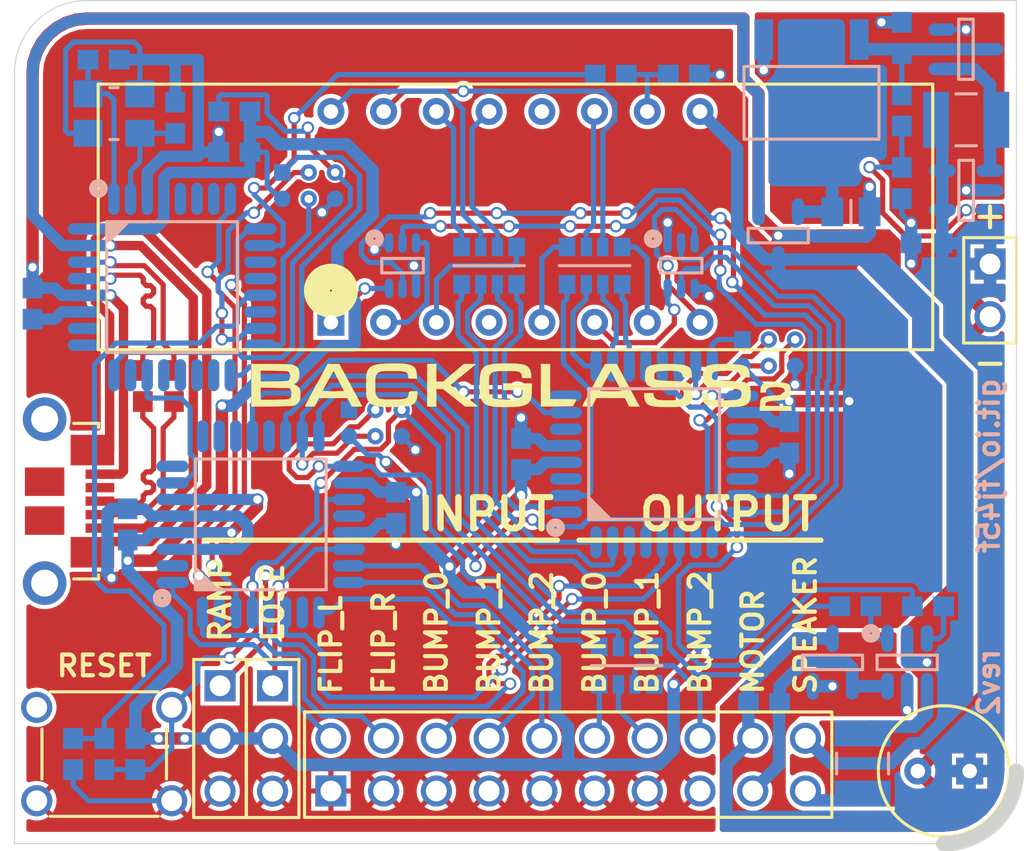
<source format=kicad_pcb>
(kicad_pcb (version 4) (host pcbnew 4.0.7)
  (layers (0 F.Cu signal) (31 B.Cu signal) (34 B.Paste user hide) (35 F.Paste user hide) (36 B.SilkS user) (37 F.SilkS user) (38 B.Mask user) (39 F.Mask user) (44 Edge.Cuts user))
  (net 0 "")
  (net 1 "Net-(C1-Pad2)")
  (net 2 "Net-(C2-Pad1)")
  (net 3 "Net-(C2-Pad2)")
  (net 4 MOTOR-)
  (net 5 +5V)
  (net 6 "Net-(C11-Pad2)")
  (net 7 "Net-(C12-Pad2)")
  (net 8 "Net-(C14-Pad2)")
  (net 9 "Net-(C15-Pad2)")
  (net 10 "Net-(D2-PadA)")
  (net 11 "Net-(DS1-Pad1)")
  (net 12 "Net-(DS1-Pad2)")
  (net 13 "Net-(DS1-Pad3)")
  (net 14 "Net-(DS1-Pad4)")
  (net 15 "Net-(DS1-Pad5)")
  (net 16 "Net-(DS1-Pad6)")
  (net 17 "Net-(DS1-Pad7)")
  (net 18 "Net-(DS1-Pad8)")
  (net 19 "Net-(DS1-Pad10)")
  (net 20 "Net-(DS1-Pad11)")
  (net 21 "Net-(DS1-Pad12)")
  (net 22 "Net-(DS1-Pad13)")
  (net 23 "Net-(DS1-Pad14)")
  (net 24 "Net-(DS1-Pad15)")
  (net 25 "Net-(DS1-Pad16)")
  (net 26 BUMP_2_LED)
  (net 27 BUMP_1_LED)
  (net 28 BUMP_0_LED)
  (net 29 BUMP_2_SENSE)
  (net 30 BUMP_1_SENSE)
  (net 31 BUMP_0_SENSE)
  (net 32 FLIP_R_SENSE)
  (net 33 FLIP_L_SENSE)
  (net 34 RAMP_SENSE)
  (net 35 "Net-(J4-Pad2)")
  (net 36 V_USB)
  (net 37 "Net-(J4-Pad3)")
  (net 38 "Net-(J4-Pad4)")
  (net 39 "Net-(J11-Pad1)")
  (net 40 "Net-(J11-Pad3)")
  (net 41 "Net-(J11-Pad4)")
  (net 42 "Net-(J11-Pad5)")
  (net 43 "Net-(J12-Pad1)")
  (net 44 "Net-(J12-Pad3)")
  (net 45 "Net-(J12-Pad4)")
  (net 46 "Net-(J13-Pad1)")
  (net 47 "Net-(J13-Pad3)")
  (net 48 "Net-(J13-Pad4)")
  (net 49 MOTOR_SIG)
  (net 50 AUDIO_SIG)
  (net 51 "Net-(Q2-PadG2)")
  (net 52 "Net-(Q3-PadG1)")
  (net 53 "Net-(Q3-PadG2)")
  (net 54 "Net-(R1-Pad2)")
  (net 55 "Net-(R2-Pad2)")
  (net 56 RX_LED)
  (net 57 "Net-(U1-Pad5)")
  (net 58 "Net-(U1-Pad6)")
  (net 59 "Net-(U1-Pad7)")
  (net 60 "Net-(U1-Pad8)")
  (net 61 "Net-(U1-Pad9)")
  (net 62 "Net-(U1-Pad11)")
  (net 63 "Net-(U1-Pad12)")
  (net 64 "Net-(U1-Pad14)")
  (net 65 "Net-(U1-Pad18)")
  (net 66 "Net-(U1-Pad19)")
  (net 67 "Net-(U1-Pad20)")
  (net 68 "Net-(U1-Pad21)")
  (net 69 CLK1)
  (net 70 "Net-(U1-Pad23)")
  (net 71 "Net-(U1-Pad25)")
  (net 72 "Net-(U1-Pad26)")
  (net 73 "Net-(U2-Pad2)")
  (net 74 "Net-(U2-Pad8)")
  (net 75 "Net-(U2-Pad9)")
  (net 76 "Net-(U2-Pad10)")
  (net 77 "Net-(U2-Pad11)")
  (net 78 CLK2)
  (net 79 "Net-(U2-Pad13)")
  (net 80 "Net-(U2-Pad20)")
  (net 81 "Net-(U2-Pad26)")
  (net 82 SDA)
  (net 83 SCL)
  (net 84 "Net-(U3-Pad3)")
  (net 85 "Net-(U3-Pad6)")
  (net 86 "Net-(U3-Pad8)")
  (net 87 "Net-(U3-Pad12)")
  (net 88 "Net-(U3-Pad14)")
  (net 89 "Net-(U3-Pad19)")
  (net 90 "Net-(U3-Pad20)")
  (net 91 "Net-(U3-Pad22)")
  (net 92 GND)
  (net 93 +V_BATT)
  (net 94 "Net-(RN1-Pad7)")
  (net 95 "Net-(RN1-Pad8)")
  (net 96 "Net-(RN1-Pad6)")
  (net 97 "Net-(RN1-Pad5)")
  (net 98 "Net-(RN2-Pad7)")
  (net 99 "Net-(RN2-Pad8)")
  (net 100 "Net-(RN2-Pad5)")
  (net 101 "Net-(RN2-Pad6)")
  (net 102 SPEAKER-)
  (net 103 LOSE_SENSE)
  (net 104 "Net-(Q2-PadG1)")
  (net 105 "Net-(Q1-PadG1)")
  (net 106 "Net-(Q1-PadG2)")
  (net 107 "Net-(R11-Pad2)")
  (net 108 "Net-(Q1-PadD2)")
  (module M_SMD_Quad:TQFP-32 (layer B.Cu) (at 128.7 96.37 90)
    (fp_text reference U2)
    (fp_text value ATmega328P-AU)
    (pad 1 smd oval (at -2.8 -4.25) (size 1.55 0.55) (layers B.Cu B.Paste B.Mask) (net 33 FLIP_L_SENSE))
    (pad 2 smd oval (at -2 -4.25) (size 1.55 0.55) (layers B.Cu B.Paste B.Mask) (net 73 "Net-(U2-Pad2)"))
    (pad 3 smd oval (at -1.2 -4.25) (size 1.55 0.55) (layers B.Cu B.Paste B.Mask) (net 92 GND))
    (pad 4 smd oval (at -0.4 -4.25) (size 1.55 0.55) (layers B.Cu B.Paste B.Mask) (net 5 +5V))
    (pad 5 smd oval (at 0.4 -4.25) (size 1.55 0.55) (layers B.Cu B.Paste B.Mask) (net 92 GND))
    (pad 6 smd oval (at 1.2 -4.25) (size 1.55 0.55) (layers B.Cu B.Paste B.Mask) (net 5 +5V))
    (pad 7 smd oval (at 2 -4.25) (size 1.55 0.55) (layers B.Cu B.Paste B.Mask) (net 69 CLK1))
    (pad 8 smd oval (at 2.8 -4.25) (size 1.55 0.55) (layers B.Cu B.Paste B.Mask) (net 74 "Net-(U2-Pad8)"))
    (pad 9 smd oval (at 4.25 -2.8) (size 0.55 1.55) (layers B.Cu B.Paste B.Mask) (net 75 "Net-(U2-Pad9)"))
    (pad 10 smd oval (at 4.25 -2) (size 0.55 1.55) (layers B.Cu B.Paste B.Mask) (net 76 "Net-(U2-Pad10)"))
    (pad 11 smd oval (at 4.25 -1.2) (size 0.55 1.55) (layers B.Cu B.Paste B.Mask) (net 77 "Net-(U2-Pad11)"))
    (pad 12 smd oval (at 4.25 -0.4) (size 0.55 1.55) (layers B.Cu B.Paste B.Mask) (net 78 CLK2))
    (pad 13 smd oval (at 4.25 0.4) (size 0.55 1.55) (layers B.Cu B.Paste B.Mask) (net 79 "Net-(U2-Pad13)"))
    (pad 14 smd oval (at 4.25 1.2) (size 0.55 1.55) (layers B.Cu B.Paste B.Mask) (net 49 MOTOR_SIG))
    (pad 15 smd oval (at 4.25 2) (size 0.55 1.55) (layers B.Cu B.Paste B.Mask) (net 45 "Net-(J12-Pad4)"))
    (pad 16 smd oval (at 4.25 2.8) (size 0.55 1.55) (layers B.Cu B.Paste B.Mask) (net 43 "Net-(J12-Pad1)"))
    (pad 17 smd oval (at 2.8 4.25) (size 1.55 0.55) (layers B.Cu B.Paste B.Mask) (net 44 "Net-(J12-Pad3)"))
    (pad 18 smd oval (at 2 4.25) (size 1.55 0.55) (layers B.Cu B.Paste B.Mask) (net 5 +5V))
    (pad 19 smd oval (at 1.2 4.25) (size 1.55 0.55) (layers B.Cu B.Paste B.Mask) (net 34 RAMP_SENSE))
    (pad 20 smd oval (at 0.4 4.25) (size 1.55 0.55) (layers B.Cu B.Paste B.Mask) (net 80 "Net-(U2-Pad20)"))
    (pad 21 smd oval (at -0.4 4.25) (size 1.55 0.55) (layers B.Cu B.Paste B.Mask) (net 92 GND))
    (pad 22 smd oval (at -1.2 4.25) (size 1.55 0.55) (layers B.Cu B.Paste B.Mask) (net 103 LOSE_SENSE))
    (pad 23 smd oval (at -2 4.25) (size 1.55 0.55) (layers B.Cu B.Paste B.Mask) (net 29 BUMP_2_SENSE))
    (pad 24 smd oval (at -2.8 4.25) (size 1.55 0.55) (layers B.Cu B.Paste B.Mask) (net 30 BUMP_1_SENSE))
    (pad 25 smd oval (at -4.25 2.8) (size 0.55 1.55) (layers B.Cu B.Paste B.Mask) (net 31 BUMP_0_SENSE))
    (pad 26 smd oval (at -4.25 2) (size 0.55 1.55) (layers B.Cu B.Paste B.Mask) (net 81 "Net-(U2-Pad26)"))
    (pad 27 smd oval (at -4.25 1.2) (size 0.55 1.55) (layers B.Cu B.Paste B.Mask) (net 82 SDA))
    (pad 28 smd oval (at -4.25 0.4) (size 0.55 1.55) (layers B.Cu B.Paste B.Mask) (net 83 SCL))
    (pad 29 smd oval (at -4.25 -0.4) (size 0.55 1.55) (layers B.Cu B.Paste B.Mask) (net 3 "Net-(C2-Pad2)"))
    (pad 30 smd oval (at -4.25 -1.2) (size 0.55 1.55) (layers B.Cu B.Paste B.Mask) (net 61 "Net-(U1-Pad9)"))
    (pad 31 smd oval (at -4.25 -2) (size 0.55 1.55) (layers B.Cu B.Paste B.Mask) (net 60 "Net-(U1-Pad8)"))
    (pad 32 smd oval (at -4.25 -2.8) (size 0.55 1.55) (layers B.Cu B.Paste B.Mask) (net 32 FLIP_R_SENSE))
  )
  (module M_SMD:1608 (layer B.Cu) (at 117.71 85.73 270)
    (fp_text reference C1)
    (fp_text value 1u)
    (pad 1 smd rect (at -0.75 0 270) (size 1 0.95) (layers B.Cu B.Paste B.Mask) (net 92 GND))
    (pad 2 smd rect (at 0.75 0 270) (size 1 0.95) (layers B.Cu B.Paste B.Mask) (net 1 "Net-(C1-Pad2)"))
  )
  (module M_SMD:1608 (layer B.Cu) (at 121.16 107.44 270)
    (fp_text reference C2)
    (fp_text value 0.1u)
    (pad 1 smd rect (at -0.75 0 270) (size 1 0.95) (layers B.Cu B.Paste B.Mask) (net 2 "Net-(C2-Pad1)"))
    (pad 2 smd rect (at 0.75 0 270) (size 1 0.95) (layers B.Cu B.Paste B.Mask) (net 3 "Net-(C2-Pad2)"))
  )
  (module M_SMD:1608 (layer B.Cu) (at 152.94 104.98 180)
    (fp_text reference C3)
    (fp_text value 0.1u)
    (pad 1 smd rect (at -0.75 0 180) (size 1 0.95) (layers B.Cu B.Paste B.Mask) (net 4 MOTOR-))
    (pad 2 smd rect (at 0.75 0 180) (size 1 0.95) (layers B.Cu B.Paste B.Mask) (net 93 +V_BATT))
  )
  (module M_SMD:1608 (layer B.Cu) (at 127.43 78.43)
    (fp_text reference C5)
    (fp_text value 0.1u)
    (pad 1 smd rect (at -0.75 0) (size 1 0.95) (layers B.Cu B.Paste B.Mask) (net 92 GND))
    (pad 2 smd rect (at 0.75 0) (size 1 0.95) (layers B.Cu B.Paste B.Mask) (net 5 +5V))
  )
  (module M_SMD:1608 (layer B.Cu) (at 135.21 95.57 90)
    (fp_text reference C6)
    (fp_text value 0.1u)
    (pad 1 smd rect (at -0.75 0 90) (size 1 0.95) (layers B.Cu B.Paste B.Mask) (net 92 GND))
    (pad 2 smd rect (at 0.75 0 90) (size 1 0.95) (layers B.Cu B.Paste B.Mask) (net 5 +5V))
  )
  (module M_SMD:1608 (layer B.Cu) (at 122.29 96.37 270)
    (fp_text reference C7)
    (fp_text value 0.1u)
    (pad 1 smd rect (at -0.75 0 270) (size 1 0.95) (layers B.Cu B.Paste B.Mask) (net 92 GND))
    (pad 2 smd rect (at 0.75 0 270) (size 1 0.95) (layers B.Cu B.Paste B.Mask) (net 5 +5V))
  )
  (module M_SMD:1608 (layer B.Cu) (at 154.16 92.18 90)
    (fp_text reference C8)
    (fp_text value 0.1u)
    (pad 1 smd rect (at -0.75 0 90) (size 1 0.95) (layers B.Cu B.Paste B.Mask) (net 92 GND))
    (pad 2 smd rect (at 0.75 0 90) (size 1 0.95) (layers B.Cu B.Paste B.Mask) (net 5 +5V))
  )
  (module M_SMD:1608 (layer B.Cu) (at 141.24 92.98 270)
    (fp_text reference C9)
    (fp_text value 0.1u)
    (pad 1 smd rect (at -0.75 0 270) (size 1 0.95) (layers B.Cu B.Paste B.Mask) (net 92 GND))
    (pad 2 smd rect (at 0.75 0 270) (size 1 0.95) (layers B.Cu B.Paste B.Mask) (net 5 +5V))
  )
  (module M_SMD:1608 (layer B.Cu) (at 160.78 82.82)
    (fp_text reference C10)
    (fp_text value 1u)
    (pad 1 smd rect (at -0.75 0) (size 1 0.95) (layers B.Cu B.Paste B.Mask) (net 92 GND))
    (pad 2 smd rect (at 0.75 0) (size 1 0.95) (layers B.Cu B.Paste B.Mask) (net 93 +V_BATT) (thermal_gap 0.2))
  )
  (module M_SMD:1608 (layer B.Cu) (at 159.58 72.92 270)
    (fp_text reference C11)
    (fp_text value 1u)
    (pad 1 smd rect (at -0.75 0 270) (size 1 0.95) (layers B.Cu B.Paste B.Mask) (net 92 GND))
    (pad 2 smd rect (at 0.75 0 270) (size 1 0.95) (layers B.Cu B.Paste B.Mask) (net 6 "Net-(C11-Pad2)"))
  )
  (module M_SMD:2012 (layer B.Cu) (at 157.13 81.3 180)
    (fp_text reference C12)
    (fp_text value 10u)
    (pad 1 smd rect (at -0.9 0 180) (size 1.05 1.4) (layers B.Cu B.Paste B.Mask) (net 92 GND))
    (pad 2 smd rect (at 0.9 0 180) (size 1.05 1.4) (layers B.Cu B.Paste B.Mask) (net 7 "Net-(C12-Pad2)"))
  )
  (module M_Through-hole:C_6.3-2.5mm (layer F.Cu) (at 161.6 108.26 180)
    (fp_text reference C13)
    (fp_text value 220u)
    (pad 1 thru_hole rect (at -1.25 0 180) (size 1.3 1.3) (drill 0.7) (layers *.Cu *.Mask) (net 93 +V_BATT) (thermal_gap 0.2))
    (pad 2 thru_hole circle (at 1.25 0 180) (size 1.3 1.3) (drill 0.7) (layers *.Cu *.Mask) (net 92 GND))
  )
  (module M_SMD:1608 (layer B.Cu) (at 121.13 73.97 180)
    (fp_text reference C14)
    (fp_text value 22p)
    (pad 1 smd rect (at -0.75 0 180) (size 1 0.95) (layers B.Cu B.Paste B.Mask) (net 92 GND))
    (pad 2 smd rect (at 0.75 0 180) (size 1 0.95) (layers B.Cu B.Paste B.Mask) (net 8 "Net-(C14-Pad2)"))
  )
  (module M_SMD:1608 (layer B.Cu) (at 124.58 76.77 270)
    (fp_text reference C15)
    (fp_text value 22p)
    (pad 1 smd rect (at -0.75 0 270) (size 1 0.95) (layers B.Cu B.Paste B.Mask) (net 92 GND))
    (pad 2 smd rect (at 0.75 0 270) (size 1 0.95) (layers B.Cu B.Paste B.Mask) (net 9 "Net-(C15-Pad2)"))
  )
  (module M_SMD:SOT-23-3_A-C (layer B.Cu) (at 156.24 103.02 180)
    (fp_text reference D1)
    (fp_text value D_Schottky)
    (pad A smd oval (at -0.95 -1.15 180) (size 0.6 1.3) (layers B.Cu B.Paste B.Mask) (net 4 MOTOR-))
    (pad "" smd oval (at 0.95 -1.15 180) (size 0.6 1.3) (layers B.Cu B.Paste B.Mask) (net 92 GND))
    (pad C smd oval (at 0 1.15 180) (size 0.6 1.3) (layers B.Cu B.Paste B.Mask) (net 93 +V_BATT))
  )
  (module M_SMD:SOT-23-3_A-C (layer B.Cu) (at 162.67 73.47 90)
    (fp_text reference D2)
    (fp_text value D_Schottky)
    (pad A smd oval (at -0.95 -1.15 90) (size 0.6 1.3) (layers B.Cu B.Paste B.Mask) (net 10 "Net-(D2-PadA)"))
    (pad "" smd oval (at 0.95 -1.15 90) (size 0.6 1.3) (layers B.Cu B.Paste B.Mask) (net 92 GND))
    (pad C smd oval (at 0 1.15 90) (size 0.6 1.3) (layers B.Cu B.Paste B.Mask) (net 6 "Net-(C11-Pad2)"))
  )
  (module M_SMD:SOT-23-3_AAC (layer B.Cu) (at 153.63 82.45)
    (fp_text reference D3)
    (fp_text value D_Schottky_Dual_CC)
    (pad A1 smd oval (at -0.95 -1.15) (size 0.6 1.3) (layers B.Cu B.Paste B.Mask) (net 36 V_USB))
    (pad A2 smd oval (at 0.95 -1.15) (size 0.6 1.3) (layers B.Cu B.Paste B.Mask) (net 7 "Net-(C12-Pad2)"))
    (pad C smd oval (at 0 1.15) (size 0.6 1.3) (layers B.Cu B.Paste B.Mask) (net 5 +5V))
  )
  (module X_Proprietary:TDCx10xxM (layer F.Cu) (at 140.97 81.55)
    (fp_text reference DS1)
    (fp_text value 7_SEG_Clock_CC)
    (pad 1 thru_hole rect (at -8.89 5.08) (size 1.3 1.3) (drill 0.7) (layers *.Cu *.Mask) (net 11 "Net-(DS1-Pad1)"))
    (pad 2 thru_hole circle (at -6.35 5.08) (size 1.3 1.3) (drill 0.7) (layers *.Cu *.Mask) (net 12 "Net-(DS1-Pad2)"))
    (pad 3 thru_hole circle (at -3.81 5.08) (size 1.3 1.3) (drill 0.7) (layers *.Cu *.Mask) (net 13 "Net-(DS1-Pad3)"))
    (pad 4 thru_hole circle (at -1.27 5.08) (size 1.3 1.3) (drill 0.7) (layers *.Cu *.Mask) (net 14 "Net-(DS1-Pad4)"))
    (pad 5 thru_hole circle (at 1.27 5.08) (size 1.3 1.3) (drill 0.7) (layers *.Cu *.Mask) (net 15 "Net-(DS1-Pad5)"))
    (pad 6 thru_hole circle (at 3.81 5.08) (size 1.3 1.3) (drill 0.7) (layers *.Cu *.Mask) (net 16 "Net-(DS1-Pad6)"))
    (pad 7 thru_hole circle (at 6.35 5.08) (size 1.3 1.3) (drill 0.7) (layers *.Cu *.Mask) (net 17 "Net-(DS1-Pad7)"))
    (pad 8 thru_hole circle (at 8.89 5.08) (size 1.3 1.3) (drill 0.7) (layers *.Cu *.Mask) (net 18 "Net-(DS1-Pad8)"))
    (pad 9 thru_hole circle (at 8.89 -5.08) (size 1.3 1.3) (drill 0.7) (layers *.Cu *.Mask) (net 5 +5V))
    (pad 10 thru_hole circle (at 6.35 -5.08) (size 1.3 1.3) (drill 0.7) (layers *.Cu *.Mask) (net 19 "Net-(DS1-Pad10)"))
    (pad 11 thru_hole circle (at 3.81 -5.08) (size 1.3 1.3) (drill 0.7) (layers *.Cu *.Mask) (net 20 "Net-(DS1-Pad11)"))
    (pad 12 thru_hole circle (at 1.27 -5.08) (size 1.3 1.3) (drill 0.7) (layers *.Cu *.Mask) (net 21 "Net-(DS1-Pad12)"))
    (pad 13 thru_hole circle (at -1.27 -5.08) (size 1.3 1.3) (drill 0.7) (layers *.Cu *.Mask) (net 22 "Net-(DS1-Pad13)"))
    (pad 14 thru_hole circle (at -3.81 -5.08) (size 1.3 1.3) (drill 0.7) (layers *.Cu *.Mask) (net 23 "Net-(DS1-Pad14)"))
    (pad 15 thru_hole circle (at -6.35 -5.08) (size 1.3 1.3) (drill 0.7) (layers *.Cu *.Mask) (net 24 "Net-(DS1-Pad15)"))
    (pad 16 thru_hole circle (at -8.89 -5.08) (size 1.3 1.3) (drill 0.7) (layers *.Cu *.Mask) (net 25 "Net-(DS1-Pad16)"))
  )
  (module M_SMD:3225 (layer B.Cu) (at 162.68 76.87)
    (fp_text reference L1)
    (fp_text value 10u)
    (pad 1 smd rect (at -1.45 0) (size 1.25 2.7) (layers B.Cu B.Paste B.Mask) (net 93 +V_BATT))
    (pad 2 smd rect (at 1.45 0) (size 1.25 2.7) (layers B.Cu B.Paste B.Mask) (net 10 "Net-(D2-PadA)"))
  )
  (module I_Through-hole:10x2_0.1in (layer F.Cu) (at 143.51 107.95)
    (fp_text reference J1)
    (fp_text value "IO Header")
    (pad 1 thru_hole rect (at -11.43 1.27) (size 1.5 1.5) (drill 1) (layers *.Cu *.Mask) (net 92 GND))
    (pad 3 thru_hole circle (at -8.89 1.27) (size 1.5 1.5) (drill 1) (layers *.Cu *.Mask) (net 92 GND))
    (pad 5 thru_hole circle (at -6.35 1.27) (size 1.5 1.5) (drill 1) (layers *.Cu *.Mask) (net 92 GND))
    (pad 7 thru_hole circle (at -3.81 1.27) (size 1.5 1.5) (drill 1) (layers *.Cu *.Mask) (net 92 GND))
    (pad 9 thru_hole circle (at -1.27 1.27) (size 1.5 1.5) (drill 1) (layers *.Cu *.Mask) (net 92 GND))
    (pad 11 thru_hole circle (at 1.27 1.27) (size 1.5 1.5) (drill 1) (layers *.Cu *.Mask) (net 92 GND))
    (pad 13 thru_hole circle (at 3.81 1.27) (size 1.5 1.5) (drill 1) (layers *.Cu *.Mask) (net 92 GND))
    (pad 15 thru_hole circle (at 6.35 1.27) (size 1.5 1.5) (drill 1) (layers *.Cu *.Mask) (net 92 GND))
    (pad 17 thru_hole circle (at 8.89 1.27) (size 1.5 1.5) (drill 1) (layers *.Cu *.Mask) (net 4 MOTOR-))
    (pad 19 thru_hole circle (at 11.43 1.27) (size 1.5 1.5) (drill 1) (layers *.Cu *.Mask) (net 102 SPEAKER-))
    (pad 20 thru_hole circle (at 11.43 -1.27) (size 1.5 1.5) (drill 1) (layers *.Cu *.Mask) (net 5 +5V))
    (pad 18 thru_hole circle (at 8.89 -1.27) (size 1.5 1.5) (drill 1) (layers *.Cu *.Mask) (net 93 +V_BATT))
    (pad 16 thru_hole circle (at 6.35 -1.27) (size 1.5 1.5) (drill 1) (layers *.Cu *.Mask) (net 26 BUMP_2_LED))
    (pad 14 thru_hole circle (at 3.81 -1.27) (size 1.5 1.5) (drill 1) (layers *.Cu *.Mask) (net 27 BUMP_1_LED))
    (pad 12 thru_hole circle (at 1.27 -1.27) (size 1.5 1.5) (drill 1) (layers *.Cu *.Mask) (net 28 BUMP_0_LED))
    (pad 10 thru_hole circle (at -1.27 -1.27) (size 1.5 1.5) (drill 1) (layers *.Cu *.Mask) (net 29 BUMP_2_SENSE))
    (pad 8 thru_hole circle (at -3.81 -1.27) (size 1.5 1.5) (drill 1) (layers *.Cu *.Mask) (net 30 BUMP_1_SENSE))
    (pad 6 thru_hole circle (at -6.35 -1.27) (size 1.5 1.5) (drill 1) (layers *.Cu *.Mask) (net 31 BUMP_0_SENSE))
    (pad 4 thru_hole circle (at -8.89 -1.27) (size 1.5 1.5) (drill 1) (layers *.Cu *.Mask) (net 32 FLIP_R_SENSE))
    (pad 2 thru_hole circle (at -11.43 -1.27) (size 1.5 1.5) (drill 1) (layers *.Cu *.Mask) (net 33 FLIP_L_SENSE))
  )
  (module I_Through-hole:3x1_0.1in (layer F.Cu) (at 126.74 106.69 270)
    (fp_text reference J2)
    (fp_text value "RAMP Header")
    (pad 1 thru_hole rect (at -2.54 0 270) (size 1.5 1.5) (drill 1) (layers *.Cu *.Mask) (net 34 RAMP_SENSE))
    (pad 2 thru_hole circle (at 0 0 270) (size 1.5 1.5) (drill 1) (layers *.Cu *.Mask) (net 5 +5V))
    (pad 3 thru_hole circle (at 2.54 0 270) (size 1.5 1.5) (drill 1) (layers *.Cu *.Mask) (net 92 GND))
  )
  (module I_Through-hole:3x1_0.1in (layer F.Cu) (at 129.27 106.69 270)
    (fp_text reference J3)
    (fp_text value "LOSE Header")
    (pad 1 thru_hole rect (at -2.54 0 270) (size 1.5 1.5) (drill 1) (layers *.Cu *.Mask) (net 103 LOSE_SENSE))
    (pad 2 thru_hole circle (at 0 0 270) (size 1.5 1.5) (drill 1) (layers *.Cu *.Mask) (net 5 +5V))
    (pad 3 thru_hole circle (at 2.54 0 270) (size 1.5 1.5) (drill 1) (layers *.Cu *.Mask) (net 92 GND))
  )
  (module X_Proprietary:Molex_1051640001 (layer F.Cu) (at 116.84 95.25)
    (fp_text reference J4)
    (fp_text value Micro_USB_Connector)
    (pad 2 smd rect (at 4.11 0.65) (size 1.38 0.45) (layers F.Cu F.Paste F.Mask) (net 35 "Net-(J4-Pad2)"))
    (pad 1 smd rect (at 4.11 1.3) (size 1.38 0.45) (layers F.Cu F.Paste F.Mask) (net 36 V_USB))
    (pad 3 smd rect (at 4.11 0) (size 1.38 0.45) (layers F.Cu F.Paste F.Mask) (net 37 "Net-(J4-Pad3)"))
    (pad 5 smd rect (at 4.11 -1.3) (size 1.38 0.45) (layers F.Cu F.Paste F.Mask) (net 92 GND))
    (pad S thru_hole circle (at 1.45 -3.95) (size 2.1 2.1) (drill 1.3) (layers *.Cu *.Mask))
    (pad S thru_hole circle (at 1.45 3.95) (size 2.1 2.1) (drill 1.3) (layers *.Cu *.Mask))
    (pad "" connect rect (at 1.45 -0.9375) (size 1.9 1.375) (layers F.Cu F.Mask))
    (pad "" connect rect (at 1.45 0.9375) (size 1.9 1.375) (layers F.Cu F.Mask))
    (pad S smd rect (at 3.75 -2.4625) (size 2.1 1.475) (layers F.Cu F.Paste F.Mask))
    (pad S smd rect (at 3.75 2.4625) (size 2.1 1.475) (layers F.Cu F.Paste F.Mask))
    (pad 4 smd rect (at 4.11 -0.65) (size 1.38 0.45) (layers F.Cu F.Paste F.Mask) (net 38 "Net-(J4-Pad4)"))
  )
  (module I_Through-hole:2x1_0.1in (layer F.Cu) (at 163.83 85.09 270)
    (fp_text reference J5)
    (fp_text value Batteries)
    (pad 1 thru_hole rect (at -1.27 0 270) (size 1.5 1.5) (drill 1) (layers *.Cu *.Mask) (net 93 +V_BATT) (thermal_gap 0.2))
    (pad 2 thru_hole circle (at 1.27 0 270) (size 1.5 1.5) (drill 1) (layers *.Cu *.Mask) (net 92 GND) (thermal_gap 0.2))
  )
  (module X_Proprietary:AVR_ICSP_0.05in (layer B.Cu) (at 131.01 80.045)
    (fp_text reference J11)
    (fp_text value Header_ICSP_AVR)
    (pad 1 smd rect (at -1.27 -0.635 180) (size 0.8 0.8) (layers B.Cu B.Mask) (net 39 "Net-(J11-Pad1)"))
    (pad 2 smd circle (at -1.27 0.635 180) (size 0.8 0.8) (layers B.Cu B.Mask) (net 5 +5V))
    (pad 3 connect circle (at 0 -0.635 180) (size 0.8 0.8) (layers B.Cu B.Mask) (net 40 "Net-(J11-Pad3)"))
    (pad 4 connect circle (at 0 0.635 180) (size 0.8 0.8) (layers B.Cu B.Mask) (net 41 "Net-(J11-Pad4)"))
    (pad 5 smd circle (at 1.27 -0.635 180) (size 0.8 0.8) (layers B.Cu B.Mask) (net 42 "Net-(J11-Pad5)"))
    (pad 6 smd circle (at 1.27 0.635 180) (size 0.8 0.8) (layers B.Cu B.Mask) (net 92 GND))
  )
  (module X_Proprietary:AVR_ICSP_0.05in (layer B.Cu) (at 134.22 91.485)
    (fp_text reference J12)
    (fp_text value Header_ICSP_AVR)
    (pad 1 smd rect (at -1.27 -0.635 180) (size 0.8 0.8) (layers B.Cu B.Mask) (net 43 "Net-(J12-Pad1)"))
    (pad 2 smd circle (at -1.27 0.635 180) (size 0.8 0.8) (layers B.Cu B.Mask) (net 5 +5V))
    (pad 3 connect circle (at 0 -0.635 180) (size 0.8 0.8) (layers B.Cu B.Mask) (net 44 "Net-(J12-Pad3)"))
    (pad 4 connect circle (at 0 0.635 180) (size 0.8 0.8) (layers B.Cu B.Mask) (net 45 "Net-(J12-Pad4)"))
    (pad 5 smd circle (at 1.27 -0.635 180) (size 0.8 0.8) (layers B.Cu B.Mask) (net 3 "Net-(C2-Pad2)"))
    (pad 6 smd circle (at 1.27 0.635 180) (size 0.8 0.8) (layers B.Cu B.Mask) (net 92 GND))
  )
  (module X_Proprietary:AVR_ICSP_0.05in (layer B.Cu) (at 153.17 88.095)
    (fp_text reference J13)
    (fp_text value Header_ICSP_AVR)
    (pad 1 smd rect (at -1.27 -0.635 180) (size 0.8 0.8) (layers B.Cu B.Mask) (net 46 "Net-(J13-Pad1)"))
    (pad 2 smd circle (at -1.27 0.635 180) (size 0.8 0.8) (layers B.Cu B.Mask) (net 5 +5V))
    (pad 3 connect circle (at 0 -0.635 180) (size 0.8 0.8) (layers B.Cu B.Mask) (net 47 "Net-(J13-Pad3)"))
    (pad 4 connect circle (at 0 0.635 180) (size 0.8 0.8) (layers B.Cu B.Mask) (net 48 "Net-(J13-Pad4)"))
    (pad 5 smd circle (at 1.27 -0.635 180) (size 0.8 0.8) (layers B.Cu B.Mask) (net 3 "Net-(C2-Pad2)"))
    (pad 6 smd circle (at 1.27 0.635 180) (size 0.8 0.8) (layers B.Cu B.Mask) (net 92 GND))
  )
  (module M_SMD_Dual:TSSOP-6_S1-G1-D2-S2-G2-D1 (layer B.Cu) (at 135.53 83.9)
    (fp_text reference Q2)
    (fp_text value MOSFET_N_E_Dual)
    (pad S1 smd oval (at -0.65 -1.1) (size 0.4 0.95) (layers B.Cu B.Paste B.Mask) (net 92 GND))
    (pad G1 smd oval (at 0 -1.1) (size 0.4 0.95) (layers B.Cu B.Paste B.Mask) (net 104 "Net-(Q2-PadG1)"))
    (pad D2 smd oval (at 0.65 -1.1) (size 0.4 0.95) (layers B.Cu B.Paste B.Mask) (net 12 "Net-(DS1-Pad2)"))
    (pad S2 smd oval (at 0.65 1.1) (size 0.4 0.95) (layers B.Cu B.Paste B.Mask) (net 92 GND))
    (pad D1 smd oval (at -0.65 1.1) (size 0.4 0.95) (layers B.Cu B.Paste B.Mask) (net 11 "Net-(DS1-Pad1)"))
    (pad G2 smd oval (at 0 1.1) (size 0.4 0.95) (layers B.Cu B.Paste B.Mask) (net 51 "Net-(Q2-PadG2)"))
  )
  (module M_SMD_Dual:TSSOP-6_S1-G1-D2-S2-G2-D1 (layer B.Cu) (at 148.95 83.9)
    (fp_text reference Q3)
    (fp_text value MOSFET_N_E_Dual)
    (pad S1 smd oval (at -0.65 -1.1) (size 0.4 0.95) (layers B.Cu B.Paste B.Mask) (net 92 GND))
    (pad G1 smd oval (at 0 -1.1) (size 0.4 0.95) (layers B.Cu B.Paste B.Mask) (net 52 "Net-(Q3-PadG1)"))
    (pad D2 smd oval (at 0.65 -1.1) (size 0.4 0.95) (layers B.Cu B.Paste B.Mask) (net 18 "Net-(DS1-Pad8)"))
    (pad S2 smd oval (at 0.65 1.1) (size 0.4 0.95) (layers B.Cu B.Paste B.Mask) (net 92 GND))
    (pad D1 smd oval (at -0.65 1.1) (size 0.4 0.95) (layers B.Cu B.Paste B.Mask) (net 16 "Net-(DS1-Pad6)"))
    (pad G2 smd oval (at 0 1.1) (size 0.4 0.95) (layers B.Cu B.Paste B.Mask) (net 53 "Net-(Q3-PadG2)"))
  )
  (module M_SMD:1608 (layer F.Cu) (at 124.52 89.7 90)
    (fp_text reference R1)
    (fp_text value 22)
    (pad 1 smd rect (at -0.75 0 90) (size 1 0.95) (layers F.Cu F.Paste F.Mask) (net 35 "Net-(J4-Pad2)"))
    (pad 2 smd rect (at 0.75 0 90) (size 1 0.95) (layers F.Cu F.Paste F.Mask) (net 54 "Net-(R1-Pad2)"))
  )
  (module M_SMD:1608 (layer F.Cu) (at 123.02 89.7 90)
    (fp_text reference R2)
    (fp_text value 22)
    (pad 1 smd rect (at -0.75 0 90) (size 1 0.95) (layers F.Cu F.Paste F.Mask) (net 37 "Net-(J4-Pad3)"))
    (pad 2 smd rect (at 0.75 0 90) (size 1 0.95) (layers F.Cu F.Paste F.Mask) (net 55 "Net-(R2-Pad2)"))
  )
  (module M_SMD:1608 (layer B.Cu) (at 127.43 76.47 180)
    (fp_text reference R3)
    (fp_text value 10K)
    (pad 1 smd rect (at -0.75 0 180) (size 1 0.95) (layers B.Cu B.Paste B.Mask) (net 5 +5V))
    (pad 2 smd rect (at 0.75 0 180) (size 1 0.95) (layers B.Cu B.Paste B.Mask) (net 42 "Net-(J11-Pad5)"))
  )
  (module M_SMD:1608 (layer B.Cu) (at 145.56 74.69 180)
    (fp_text reference R4)
    (fp_text value 1K)
    (pad 1 smd rect (at -0.75 0 180) (size 1 0.95) (layers B.Cu B.Paste B.Mask) (net 19 "Net-(DS1-Pad10)"))
    (pad 2 smd rect (at 0.75 0 180) (size 1 0.95) (layers B.Cu B.Paste B.Mask) (net 56 RX_LED))
  )
  (module M_SMD:1608 (layer B.Cu) (at 119.66 107.44 270)
    (fp_text reference R5)
    (fp_text value 1K)
    (pad 1 smd rect (at -0.75 0 270) (size 1 0.95) (layers B.Cu B.Paste B.Mask) (net 2 "Net-(C2-Pad1)"))
    (pad 2 smd rect (at 0.75 0 270) (size 1 0.95) (layers B.Cu B.Paste B.Mask) (net 92 GND))
  )
  (module M_SMD:1608 (layer B.Cu) (at 122.66 107.44 270)
    (fp_text reference R6)
    (fp_text value 10K)
    (pad 1 smd rect (at -0.75 0 270) (size 1 0.95) (layers B.Cu B.Paste B.Mask) (net 5 +5V))
    (pad 2 smd rect (at 0.75 0 270) (size 1 0.95) (layers B.Cu B.Paste B.Mask) (net 3 "Net-(C2-Pad2)"))
  )
  (module M_SMD:1608 (layer B.Cu) (at 149.08 74.69)
    (fp_text reference R7)
    (fp_text value 5.6K)
    (pad 1 smd rect (at -0.75 0) (size 1 0.95) (layers B.Cu B.Paste B.Mask) (net 19 "Net-(DS1-Pad10)"))
    (pad 2 smd rect (at 0.75 0) (size 1 0.95) (layers B.Cu B.Paste B.Mask) (net 92 GND))
  )
  (module M_SMD:1608 (layer B.Cu) (at 157.34 100.32 180)
    (fp_text reference R8)
    (fp_text value 1K)
    (pad 1 smd rect (at -0.75 0 180) (size 1 0.95) (layers B.Cu B.Paste B.Mask) (net 105 "Net-(Q1-PadG1)"))
    (pad 2 smd rect (at 0.75 0 180) (size 1 0.95) (layers B.Cu B.Paste B.Mask) (net 49 MOTOR_SIG))
  )
  (module M_SMD:1608 (layer B.Cu) (at 160.84 100.32 180)
    (fp_text reference R9)
    (fp_text value 1K)
    (pad 1 smd rect (at -0.75 0 180) (size 1 0.95) (layers B.Cu B.Paste B.Mask) (net 106 "Net-(Q1-PadG2)"))
    (pad 2 smd rect (at 0.75 0 180) (size 1 0.95) (layers B.Cu B.Paste B.Mask) (net 50 AUDIO_SIG))
  )
  (module M_SMD:1608 (layer B.Cu) (at 159.58 76.42 270)
    (fp_text reference R11)
    (fp_text value 82K)
    (pad 1 smd rect (at -0.75 0 270) (size 1 0.95) (layers B.Cu B.Paste B.Mask) (net 6 "Net-(C11-Pad2)"))
    (pad 2 smd rect (at 0.75 0 270) (size 1 0.95) (layers B.Cu B.Paste B.Mask) (net 107 "Net-(R11-Pad2)"))
  )
  (module M_SMD:1608 (layer B.Cu) (at 159.58 79.92 270)
    (fp_text reference R12)
    (fp_text value 18K)
    (pad 1 smd rect (at -0.75 0 270) (size 1 0.95) (layers B.Cu B.Paste B.Mask) (net 107 "Net-(R11-Pad2)"))
    (pad 2 smd rect (at 0.75 0 270) (size 1 0.95) (layers B.Cu B.Paste B.Mask) (net 92 GND))
  )
  (module M_Through-hole:Tact_Switch_6mm (layer F.Cu) (at 121.16 107.44 180)
    (fp_text reference SW1)
    (fp_text value Reset)
    (pad 1 thru_hole circle (at -3.25 2.25 180) (size 1.5 1.5) (drill 1) (layers *.Cu *.Mask) (net 3 "Net-(C2-Pad2)"))
    (pad 1 thru_hole circle (at 3.25 2.25 180) (size 1.5 1.5) (drill 1) (layers *.Cu *.Mask) (net 3 "Net-(C2-Pad2)"))
    (pad 2 thru_hole circle (at 3.25 -2.25 180) (size 1.5 1.5) (drill 1) (layers *.Cu *.Mask) (net 92 GND))
    (pad 2 thru_hole circle (at -3.25 -2.25 180) (size 1.5 1.5) (drill 1) (layers *.Cu *.Mask) (net 92 GND))
  )
  (module M_SMD_Quad:TQFP-32 (layer B.Cu) (at 124.43 84.93)
    (fp_text reference U1)
    (fp_text value ATmega8U2-AU)
    (pad 1 smd oval (at -2.8 -4.25 270) (size 1.55 0.55) (layers B.Cu B.Paste B.Mask) (net 8 "Net-(C14-Pad2)"))
    (pad 2 smd oval (at -2 -4.25 270) (size 1.55 0.55) (layers B.Cu B.Paste B.Mask) (net 9 "Net-(C15-Pad2)"))
    (pad 3 smd oval (at -1.2 -4.25 270) (size 1.55 0.55) (layers B.Cu B.Paste B.Mask) (net 92 GND))
    (pad 4 smd oval (at -0.4 -4.25 270) (size 1.55 0.55) (layers B.Cu B.Paste B.Mask) (net 5 +5V))
    (pad 5 smd oval (at 0.4 -4.25 270) (size 1.55 0.55) (layers B.Cu B.Paste B.Mask) (net 57 "Net-(U1-Pad5)"))
    (pad 6 smd oval (at 1.2 -4.25 270) (size 1.55 0.55) (layers B.Cu B.Paste B.Mask) (net 58 "Net-(U1-Pad6)"))
    (pad 7 smd oval (at 2 -4.25 270) (size 1.55 0.55) (layers B.Cu B.Paste B.Mask) (net 59 "Net-(U1-Pad7)"))
    (pad 8 smd oval (at 2.8 -4.25 270) (size 1.55 0.55) (layers B.Cu B.Paste B.Mask) (net 60 "Net-(U1-Pad8)"))
    (pad 9 smd oval (at 4.25 -2.8 270) (size 0.55 1.55) (layers B.Cu B.Paste B.Mask) (net 61 "Net-(U1-Pad9)"))
    (pad 10 smd oval (at 4.25 -2 270) (size 0.55 1.55) (layers B.Cu B.Paste B.Mask) (net 56 RX_LED))
    (pad 11 smd oval (at 4.25 -1.2 270) (size 0.55 1.55) (layers B.Cu B.Paste B.Mask) (net 62 "Net-(U1-Pad11)"))
    (pad 12 smd oval (at 4.25 -0.4 270) (size 0.55 1.55) (layers B.Cu B.Paste B.Mask) (net 63 "Net-(U1-Pad12)"))
    (pad 13 smd oval (at 4.25 0.4 270) (size 0.55 1.55) (layers B.Cu B.Paste B.Mask) (net 2 "Net-(C2-Pad1)"))
    (pad 14 smd oval (at 4.25 1.2 270) (size 0.55 1.55) (layers B.Cu B.Paste B.Mask) (net 64 "Net-(U1-Pad14)"))
    (pad 15 smd oval (at 4.25 2 270) (size 0.55 1.55) (layers B.Cu B.Paste B.Mask) (net 40 "Net-(J11-Pad3)"))
    (pad 16 smd oval (at 4.25 2.8 270) (size 0.55 1.55) (layers B.Cu B.Paste B.Mask) (net 41 "Net-(J11-Pad4)"))
    (pad 17 smd oval (at 2.8 4.25 270) (size 1.55 0.55) (layers B.Cu B.Paste B.Mask) (net 39 "Net-(J11-Pad1)"))
    (pad 18 smd oval (at 2 4.25 270) (size 1.55 0.55) (layers B.Cu B.Paste B.Mask) (net 65 "Net-(U1-Pad18)"))
    (pad 19 smd oval (at 1.2 4.25 270) (size 1.55 0.55) (layers B.Cu B.Paste B.Mask) (net 66 "Net-(U1-Pad19)"))
    (pad 20 smd oval (at 0.4 4.25 270) (size 1.55 0.55) (layers B.Cu B.Paste B.Mask) (net 67 "Net-(U1-Pad20)"))
    (pad 21 smd oval (at -0.4 4.25 270) (size 1.55 0.55) (layers B.Cu B.Paste B.Mask) (net 68 "Net-(U1-Pad21)"))
    (pad 22 smd oval (at -1.2 4.25 270) (size 1.55 0.55) (layers B.Cu B.Paste B.Mask) (net 69 CLK1))
    (pad 23 smd oval (at -2 4.25 270) (size 1.55 0.55) (layers B.Cu B.Paste B.Mask) (net 70 "Net-(U1-Pad23)"))
    (pad 24 smd oval (at -2.8 4.25 270) (size 1.55 0.55) (layers B.Cu B.Paste B.Mask) (net 42 "Net-(J11-Pad5)"))
    (pad 25 smd oval (at -4.25 2.8 270) (size 0.55 1.55) (layers B.Cu B.Paste B.Mask) (net 71 "Net-(U1-Pad25)"))
    (pad 26 smd oval (at -4.25 2 270) (size 0.55 1.55) (layers B.Cu B.Paste B.Mask) (net 72 "Net-(U1-Pad26)"))
    (pad 27 smd oval (at -4.25 1.2 270) (size 0.55 1.55) (layers B.Cu B.Paste B.Mask) (net 1 "Net-(C1-Pad2)"))
    (pad 28 smd oval (at -4.25 0.4 270) (size 0.55 1.55) (layers B.Cu B.Paste B.Mask) (net 92 GND))
    (pad 29 smd oval (at -4.25 -0.4 270) (size 0.55 1.55) (layers B.Cu B.Paste B.Mask) (net 55 "Net-(R2-Pad2)"))
    (pad 30 smd oval (at -4.25 -1.2 270) (size 0.55 1.55) (layers B.Cu B.Paste B.Mask) (net 54 "Net-(R1-Pad2)"))
    (pad 31 smd oval (at -4.25 -2 270) (size 0.55 1.55) (layers B.Cu B.Paste B.Mask) (net 36 V_USB))
    (pad 32 smd oval (at -4.25 -2.8 270) (size 0.55 1.55) (layers B.Cu B.Paste B.Mask) (net 5 +5V))
  )
  (module M_SMD_Quad:TQFP-32 (layer B.Cu) (at 147.65 92.98 90)
    (fp_text reference U3)
    (fp_text value ATmega48PB-AU)
    (pad 1 smd oval (at -2.8 -4.25) (size 1.55 0.55) (layers B.Cu B.Paste B.Mask) (net 97 "Net-(RN1-Pad5)"))
    (pad 2 smd oval (at -2 -4.25) (size 1.55 0.55) (layers B.Cu B.Paste B.Mask) (net 99 "Net-(RN2-Pad8)"))
    (pad 3 smd oval (at -1.2 -4.25) (size 1.55 0.55) (layers B.Cu B.Paste B.Mask) (net 84 "Net-(U3-Pad3)"))
    (pad 4 smd oval (at -0.4 -4.25) (size 1.55 0.55) (layers B.Cu B.Paste B.Mask) (net 5 +5V))
    (pad 5 smd oval (at 0.4 -4.25) (size 1.55 0.55) (layers B.Cu B.Paste B.Mask) (net 92 GND))
    (pad 6 smd oval (at 1.2 -4.25) (size 1.55 0.55) (layers B.Cu B.Paste B.Mask) (net 85 "Net-(U3-Pad6)"))
    (pad 7 smd oval (at 2 -4.25) (size 1.55 0.55) (layers B.Cu B.Paste B.Mask) (net 78 CLK2))
    (pad 8 smd oval (at 2.8 -4.25) (size 1.55 0.55) (layers B.Cu B.Paste B.Mask) (net 86 "Net-(U3-Pad8)"))
    (pad 9 smd oval (at 4.25 -2.8) (size 0.55 1.55) (layers B.Cu B.Paste B.Mask) (net 98 "Net-(RN2-Pad7)"))
    (pad 10 smd oval (at 4.25 -2) (size 0.55 1.55) (layers B.Cu B.Paste B.Mask) (net 101 "Net-(RN2-Pad6)"))
    (pad 11 smd oval (at 4.25 -1.2) (size 0.55 1.55) (layers B.Cu B.Paste B.Mask) (net 100 "Net-(RN2-Pad5)"))
    (pad 12 smd oval (at 4.25 -0.4) (size 0.55 1.55) (layers B.Cu B.Paste B.Mask) (net 87 "Net-(U3-Pad12)"))
    (pad 13 smd oval (at 4.25 0.4) (size 0.55 1.55) (layers B.Cu B.Paste B.Mask) (net 50 AUDIO_SIG))
    (pad 14 smd oval (at 4.25 1.2) (size 0.55 1.55) (layers B.Cu B.Paste B.Mask) (net 88 "Net-(U3-Pad14)"))
    (pad 15 smd oval (at 4.25 2) (size 0.55 1.55) (layers B.Cu B.Paste B.Mask) (net 48 "Net-(J13-Pad4)"))
    (pad 16 smd oval (at 4.25 2.8) (size 0.55 1.55) (layers B.Cu B.Paste B.Mask) (net 46 "Net-(J13-Pad1)"))
    (pad 17 smd oval (at 2.8 4.25) (size 1.55 0.55) (layers B.Cu B.Paste B.Mask) (net 47 "Net-(J13-Pad3)"))
    (pad 18 smd oval (at 2 4.25) (size 1.55 0.55) (layers B.Cu B.Paste B.Mask) (net 5 +5V))
    (pad 19 smd oval (at 1.2 4.25) (size 1.55 0.55) (layers B.Cu B.Paste B.Mask) (net 89 "Net-(U3-Pad19)"))
    (pad 20 smd oval (at 0.4 4.25) (size 1.55 0.55) (layers B.Cu B.Paste B.Mask) (net 90 "Net-(U3-Pad20)"))
    (pad 21 smd oval (at -0.4 4.25) (size 1.55 0.55) (layers B.Cu B.Paste B.Mask) (net 92 GND))
    (pad 22 smd oval (at -1.2 4.25) (size 1.55 0.55) (layers B.Cu B.Paste B.Mask) (net 91 "Net-(U3-Pad22)"))
    (pad 23 smd oval (at -2 4.25) (size 1.55 0.55) (layers B.Cu B.Paste B.Mask) (net 104 "Net-(Q2-PadG1)"))
    (pad 24 smd oval (at -2.8 4.25) (size 1.55 0.55) (layers B.Cu B.Paste B.Mask) (net 51 "Net-(Q2-PadG2)"))
    (pad 25 smd oval (at -4.25 2.8) (size 0.55 1.55) (layers B.Cu B.Paste B.Mask) (net 52 "Net-(Q3-PadG1)"))
    (pad 26 smd oval (at -4.25 2) (size 0.55 1.55) (layers B.Cu B.Paste B.Mask) (net 53 "Net-(Q3-PadG2)"))
    (pad 27 smd oval (at -4.25 1.2) (size 0.55 1.55) (layers B.Cu B.Paste B.Mask) (net 82 SDA))
    (pad 28 smd oval (at -4.25 0.4) (size 0.55 1.55) (layers B.Cu B.Paste B.Mask) (net 83 SCL))
    (pad 29 smd oval (at -4.25 -0.4) (size 0.55 1.55) (layers B.Cu B.Paste B.Mask) (net 3 "Net-(C2-Pad2)"))
    (pad 30 smd oval (at -4.25 -1.2) (size 0.55 1.55) (layers B.Cu B.Paste B.Mask) (net 95 "Net-(RN1-Pad8)"))
    (pad 31 smd oval (at -4.25 -2) (size 0.55 1.55) (layers B.Cu B.Paste B.Mask) (net 94 "Net-(RN1-Pad7)"))
    (pad 32 smd oval (at -4.25 -2.8) (size 0.55 1.55) (layers B.Cu B.Paste B.Mask) (net 96 "Net-(RN1-Pad6)"))
  )
  (module M_SMD:SOT-23-5 (layer B.Cu) (at 162.68 80.27 270)
    (fp_text reference U4)
    (fp_text value "Boost Converter")
    (pad 1 smd oval (at -0.95 -1.15 270) (size 0.6 1.3) (layers B.Cu B.Paste B.Mask) (net 10 "Net-(D2-PadA)"))
    (pad 3 smd oval (at 0.95 -1.15 270) (size 0.6 1.3) (layers B.Cu B.Paste B.Mask) (net 107 "Net-(R11-Pad2)"))
    (pad 2 smd oval (at 0 -1.15 270) (size 0.6 1.3) (layers B.Cu B.Paste B.Mask) (net 92 GND))
    (pad 4 smd oval (at 0.95 1.15 270) (size 0.6 1.3) (layers B.Cu B.Paste B.Mask) (net 93 +V_BATT))
    (pad 5 smd oval (at -0.95 1.15 270) (size 0.6 1.3) (layers B.Cu B.Paste B.Mask) (net 93 +V_BATT))
  )
  (module M_SMD:SOT-223-4 (layer B.Cu) (at 155.23 76.05)
    (fp_text reference U5)
    (fp_text value "5V Linear Regulator")
    (pad 1 smd rect (at -2.3 -3.05) (size 0.9 1.95) (layers B.Cu B.Paste B.Mask) (net 92 GND))
    (pad 4 smd rect (at 0 3.05) (size 3.2 1.95) (layers B.Cu B.Paste B.Mask) (net 7 "Net-(C12-Pad2)"))
    (pad 2 smd rect (at 0 -3.05) (size 0.9 1.95) (layers B.Cu B.Paste B.Mask) (net 7 "Net-(C12-Pad2)"))
    (pad 3 smd rect (at 2.3 -3.05) (size 0.9 1.95) (layers B.Cu B.Paste B.Mask) (net 6 "Net-(C11-Pad2)"))
  )
  (module M_SMD:Array_4x1608_Convex_NP (layer B.Cu) (at 146.33 103.18)
    (fp_text reference RN3)
    (fp_text value 270)
    (pad 1 smd rect (at -1.325 -0.9) (size 0.8 0.9) (layers B.Cu B.Paste B.Mask) (net 44 "Net-(J12-Pad3)"))
    (pad 3 smd rect (at 0.4 -0.9) (size 0.55 0.9) (layers B.Cu B.Paste B.Mask) (net 45 "Net-(J12-Pad4)"))
    (pad 2 smd rect (at -0.4 -0.9) (size 0.55 0.9) (layers B.Cu B.Paste B.Mask) (net 43 "Net-(J12-Pad1)"))
    (pad 4 smd rect (at 1.325 -0.9) (size 0.8 0.9) (layers B.Cu B.Paste B.Mask))
    (pad 7 smd rect (at -0.4 0.9) (size 0.55 0.9) (layers B.Cu B.Paste B.Mask) (net 27 BUMP_1_LED))
    (pad 8 smd rect (at -1.325 0.9) (size 0.8 0.9) (layers B.Cu B.Paste B.Mask) (net 28 BUMP_0_LED))
    (pad 6 smd rect (at 0.4 0.9) (size 0.55 0.9) (layers B.Cu B.Paste B.Mask) (net 26 BUMP_2_LED))
    (pad 5 smd rect (at 1.325 0.9) (size 0.8 0.9) (layers B.Cu B.Paste B.Mask))
  )
  (module M_SMD:Array_4x1608_Convex_NP (layer B.Cu) (at 144.78 83.9)
    (fp_text reference RN2)
    (fp_text value 270)
    (pad 1 smd rect (at -1.325 -0.9) (size 0.8 0.9) (layers B.Cu B.Paste B.Mask) (net 15 "Net-(DS1-Pad5)"))
    (pad 3 smd rect (at 0.4 -0.9) (size 0.55 0.9) (layers B.Cu B.Paste B.Mask) (net 24 "Net-(DS1-Pad15)"))
    (pad 2 smd rect (at -0.4 -0.9) (size 0.55 0.9) (layers B.Cu B.Paste B.Mask) (net 20 "Net-(DS1-Pad11)"))
    (pad 4 smd rect (at 1.325 -0.9) (size 0.8 0.9) (layers B.Cu B.Paste B.Mask) (net 17 "Net-(DS1-Pad7)"))
    (pad 7 smd rect (at -0.4 0.9) (size 0.55 0.9) (layers B.Cu B.Paste B.Mask) (net 98 "Net-(RN2-Pad7)"))
    (pad 8 smd rect (at -1.325 0.9) (size 0.8 0.9) (layers B.Cu B.Paste B.Mask) (net 99 "Net-(RN2-Pad8)"))
    (pad 6 smd rect (at 0.4 0.9) (size 0.55 0.9) (layers B.Cu B.Paste B.Mask) (net 101 "Net-(RN2-Pad6)"))
    (pad 5 smd rect (at 1.325 0.9) (size 0.8 0.9) (layers B.Cu B.Paste B.Mask) (net 100 "Net-(RN2-Pad5)"))
  )
  (module M_SMD:Array_4x1608_Convex_NP (layer B.Cu) (at 139.7 83.9)
    (fp_text reference RN1)
    (fp_text value 270)
    (pad 1 smd rect (at -1.325 -0.9) (size 0.8 0.9) (layers B.Cu B.Paste B.Mask) (net 23 "Net-(DS1-Pad14)"))
    (pad 3 smd rect (at 0.4 -0.9) (size 0.55 0.9) (layers B.Cu B.Paste B.Mask) (net 22 "Net-(DS1-Pad13)"))
    (pad 2 smd rect (at -0.4 -0.9) (size 0.55 0.9) (layers B.Cu B.Paste B.Mask) (net 25 "Net-(DS1-Pad16)"))
    (pad 4 smd rect (at 1.325 -0.9) (size 0.8 0.9) (layers B.Cu B.Paste B.Mask) (net 13 "Net-(DS1-Pad3)"))
    (pad 7 smd rect (at -0.4 0.9) (size 0.55 0.9) (layers B.Cu B.Paste B.Mask) (net 94 "Net-(RN1-Pad7)"))
    (pad 8 smd rect (at -1.325 0.9) (size 0.8 0.9) (layers B.Cu B.Paste B.Mask) (net 95 "Net-(RN1-Pad8)"))
    (pad 6 smd rect (at 0.4 0.9) (size 0.55 0.9) (layers B.Cu B.Paste B.Mask) (net 96 "Net-(RN1-Pad6)"))
    (pad 5 smd rect (at 1.325 0.9) (size 0.8 0.9) (layers B.Cu B.Paste B.Mask) (net 97 "Net-(RN1-Pad5)"))
  )
  (module M_Oscillator:3.2x2.5_SMD_CRYSTAL (layer B.Cu) (at 121.63 76.57 180)
    (fp_text reference X1)
    (fp_text value 16MHz)
    (pad "" smd rect (at -1.25 0.95 180) (size 1.4 1.3) (layers B.Cu B.Paste B.Mask) (net 92 GND))
    (pad 2 smd rect (at 1.25 0.95 180) (size 1.4 1.3) (layers B.Cu B.Paste B.Mask) (net 8 "Net-(C14-Pad2)"))
    (pad "" smd rect (at 1.25 -0.95 180) (size 1.4 1.3) (layers B.Cu B.Paste B.Mask) (net 92 GND))
    (pad 1 smd rect (at -1.25 -0.95 180) (size 1.4 1.3) (layers B.Cu B.Paste B.Mask) (net 9 "Net-(C15-Pad2)"))
  )
  (module M_SMD:SOT-23-6_G1-S2-G2-D2-S1-D1 (layer B.Cu) (at 159.84 103.02)
    (fp_text reference Q1)
    (fp_text value MOSFET_N_E_Dual)
    (pad G1 smd oval (at -0.95 -1.15) (size 0.6 1.3) (layers B.Cu B.Paste B.Mask) (net 105 "Net-(Q1-PadG1)"))
    (pad G2 smd oval (at 0.95 -1.15) (size 0.6 1.3) (layers B.Cu B.Paste B.Mask) (net 106 "Net-(Q1-PadG2)"))
    (pad S1 smd oval (at 0 1.15) (size 0.6 1.3) (layers B.Cu B.Paste B.Mask) (net 92 GND))
    (pad S2 smd oval (at 0 -1.15) (size 0.6 1.3) (layers B.Cu B.Paste B.Mask) (net 92 GND))
    (pad D2 smd oval (at 0.95 1.15) (size 0.6 1.3) (layers B.Cu B.Paste B.Mask) (net 108 "Net-(Q1-PadD2)"))
    (pad D1 smd oval (at -0.95 1.15) (size 0.6 1.3) (layers B.Cu B.Paste B.Mask) (net 4 MOTOR-))
  )
  (module M_SMD:3225 (layer B.Cu) (at 157.69 107.895 90)
    (fp_text reference R10)
    (fp_text value 10)
    (pad 1 smd rect (at -1.45 0 90) (size 1.25 2.7) (layers B.Cu B.Paste B.Mask) (net 102 SPEAKER-))
    (pad 2 smd rect (at 1.45 0 90) (size 1.25 2.7) (layers B.Cu B.Paste B.Mask) (net 108 "Net-(Q1-PadD2)"))
  )
  (module "Temp:Backglass 2" (layer F.Cu) (at 141.26 89.75)
    (fp_text reference G*** hide)
    (fp_text value LOGO hide)
  )
  (gr_text rev2 (at 163.77 103.99 90) (layer B.SilkS) (effects (font (size 1 1) (thickness 0.2)) (justify mirror)))
  (gr_text git.io/fj45f (at 163.77 93.55 90) (layer B.SilkS) (effects (font (size 1 1) (thickness 0.2)) (justify mirror)))
  (gr_line (start 163.83 82.05) (end 163.83 81.05) (angle 90) (layer F.SilkS) (width 0.2))
  (gr_line (start 163.33 81.55) (end 164.33 81.55) (angle 90) (layer F.SilkS) (width 0.2))
  (gr_line (start 163.33 88.63) (end 164.33 88.63) (angle 90) (layer F.SilkS) (width 0.2))
  (gr_text RESET (at 121.16 103.19) (layer F.SilkS) (effects (font (size 1 1) (thickness 0.2))))
  (gr_text OUTPUT (at 155.69 95.88) (layer F.SilkS) (effects (font (size 1.5 1.5) (thickness 0.3)) (justify right)))
  (gr_line (start 144.03 97.13) (end 155.69 97.13) (angle 90) (layer F.SilkS) (width 0.25))
  (gr_text INPUT (at 142.99 95.88) (layer F.SilkS) (effects (font (size 1.5 1.5) (thickness 0.3)) (justify right)))
  (gr_line (start 125.99 97.13) (end 142.99 97.13) (angle 90) (layer F.SilkS) (width 0.25))
  (gr_text LOSE (at 129.28 102.13 90) (layer F.SilkS) (effects (font (size 1 1) (thickness 0.2)) (justify left)))
  (gr_text SPEAKER (at 154.94 104.66 90) (layer F.SilkS) (effects (font (size 1 1) (thickness 0.2)) (justify left)))
  (gr_text MOTOR (at 152.4 104.66 90) (layer F.SilkS) (effects (font (size 1 1) (thickness 0.2)) (justify left)))
  (gr_text BUMP_2 (at 149.86 104.66 90) (layer F.SilkS) (effects (font (size 1 1) (thickness 0.2)) (justify left)))
  (gr_text BUMP_1 (at 147.32 104.66 90) (layer F.SilkS) (effects (font (size 1 1) (thickness 0.2)) (justify left)))
  (gr_text BUMP_0 (at 144.78 104.66 90) (layer F.SilkS) (effects (font (size 1 1) (thickness 0.2)) (justify left)))
  (gr_text BUMP_2 (at 142.24 104.66 90) (layer F.SilkS) (effects (font (size 1 1) (thickness 0.2)) (justify left)))
  (gr_text BUMP_1 (at 139.7 104.66 90) (layer F.SilkS) (effects (font (size 1 1) (thickness 0.2)) (justify left)))
  (gr_text BUMP_0 (at 137.16 104.66 90) (layer F.SilkS) (effects (font (size 1 1) (thickness 0.2)) (justify left)))
  (gr_text FLIP_R (at 134.62 104.66 90) (layer F.SilkS) (effects (font (size 1 1) (thickness 0.2)) (justify left)))
  (gr_text FLIP_L (at 132.08 104.66 90) (layer F.SilkS) (effects (font (size 1 1) (thickness 0.2)) (justify left)))
  (gr_text RAMP (at 126.74 102.13 90) (layer F.SilkS) (effects (font (size 1 1) (thickness 0.2)) (justify left)))
  (gr_line (start 116.84 111.76) (end 161.6 111.76) (angle 90) (layer Edge.Cuts) (width 0.05))
  (gr_line (start 116.84 74.62) (end 116.84 111.76) (angle 90) (layer Edge.Cuts) (width 0.05))
  (gr_line (start 165.1 71.12) (end 120.34 71.12) (angle 90) (layer Edge.Cuts) (width 0.05))
  (gr_line (start 165.1 108.26) (end 165.1 71.12) (angle 90) (layer Edge.Cuts) (width 0.05))
  (gr_arc (start 120.34 74.62) (end 116.84 74.62) (angle 90) (layer Edge.Cuts) (width 0.05))
  (gr_arc (start 161.6 108.26) (end 165.1 108.26) (angle 90) (layer Edge.Cuts) (width 0.74))
  (segment (start 120.59 97.7125) (end 121.1025 97.2) (width 0.45) (layer F.Cu) (net 0))
  (segment (start 121.1025 97.2) (end 123.41 97.2) (width 0.45) (layer F.Cu) (net 0))
  (segment (start 123.41 97.2) (end 126.1 94.51) (width 0.45) (layer F.Cu) (net 0))
  (segment (start 126.1 94.51) (end 126.1 85.19) (width 0.45) (layer F.Cu) (net 0))
  (segment (start 126.1 85.19) (end 123.11 82.2) (width 0.45) (layer F.Cu) (net 0))
  (segment (start 123.11 82.2) (end 121.16 82.2) (width 0.45) (layer F.Cu) (net 0))
  (segment (start 121.16 82.2) (end 120.73 82.63) (width 0.45) (layer F.Cu) (net 0))
  (segment (start 120.73 82.63) (end 120.73 85.63) (width 0.45) (layer F.Cu) (net 0))
  (segment (start 120.73 85.63) (end 121.42 86.32) (width 0.45) (layer F.Cu) (net 0))
  (segment (start 121.42 86.32) (end 121.42 92.79) (width 0.45) (layer F.Cu) (net 0))
  (segment (start 121.42 92.79) (end 121.4175 92.7875) (width 0.45) (layer F.Cu) (net 0))
  (segment (start 121.4175 92.7875) (end 120.59 92.7875) (width 0.45) (layer F.Cu) (net 0))
  (segment (start 117.71 86.48) (end 118.78 86.48) (width 0.55) (layer B.Cu) (net 1))
  (segment (start 119.13 86.13) (end 120.18 86.13) (width 0.55) (layer B.Cu) (net 1))
  (segment (start 118.78 86.48) (end 119.13 86.13) (width 0.55) (layer B.Cu) (net 1))
  (segment (start 120.69 88.67) (end 121.73 87.63) (width 0.25) (layer B.Cu) (net 2))
  (segment (start 127.58 85.88) (end 127.58 86.65) (width 0.25) (layer B.Cu) (net 2))
  (segment (start 127.58 86.65) (end 127.41 86.82) (width 0.25) (layer B.Cu) (net 2))
  (segment (start 127.41 86.82) (end 126.57 86.82) (width 0.25) (layer B.Cu) (net 2))
  (segment (start 126.57 86.82) (end 125.76 87.63) (width 0.25) (layer B.Cu) (net 2))
  (segment (start 125.76 87.63) (end 121.73 87.63) (width 0.25) (layer B.Cu) (net 2))
  (segment (start 127.58 85.88) (end 128.13 85.33) (width 0.25) (layer B.Cu) (net 2))
  (segment (start 124.04 102.9) (end 124.04 101.25) (width 0.25) (layer B.Cu) (net 2))
  (segment (start 121.16 106.69) (end 121.16 105.78) (width 0.25) (layer B.Cu) (net 2))
  (segment (start 121.16 105.78) (end 124.04 102.9) (width 0.25) (layer B.Cu) (net 2))
  (segment (start 120.69 99.02) (end 120.69 88.67) (width 0.25) (layer B.Cu) (net 2))
  (segment (start 121.25 99.58) (end 120.69 99.02) (width 0.25) (layer B.Cu) (net 2))
  (segment (start 122.37 99.58) (end 121.25 99.58) (width 0.25) (layer B.Cu) (net 2))
  (segment (start 124.04 101.25) (end 122.37 99.58) (width 0.25) (layer B.Cu) (net 2))
  (segment (start 128.68 85.33) (end 128.13 85.33) (width 0.25) (layer B.Cu) (net 2))
  (segment (start 121.16 106.69) (end 119.66 106.69) (width 0.25) (layer B.Cu) (net 2))
  (segment (start 128.3 99.34) (end 128.3 98.58) (width 0.25) (layer B.Cu) (net 3))
  (segment (start 135.49 90.85) (end 134.85 91.49) (width 0.25) (layer F.Cu) (net 3))
  (segment (start 134.85 91.49) (end 134.85 92.38) (width 0.25) (layer F.Cu) (net 3))
  (segment (start 134.85 92.38) (end 134.48 92.75) (width 0.25) (layer F.Cu) (net 3))
  (segment (start 134.48 92.75) (end 133.21 92.75) (width 0.25) (layer F.Cu) (net 3))
  (segment (start 133.21 92.75) (end 131.59 94.37) (width 0.25) (layer F.Cu) (net 3))
  (via (at 131.59 94.37) (size 0.6) (drill 0.4) (layers F.Cu B.Cu) (net 3))
  (segment (start 139.05 98.38) (end 139.05 98.13) (width 0.25) (layer B.Cu) (net 3))
  (segment (start 135.49 90.85) (end 137.27 92.63) (width 0.25) (layer B.Cu) (net 3))
  (segment (start 137.27 96.35) (end 137.27 92.63) (width 0.25) (layer B.Cu) (net 3))
  (segment (start 140.94 96.14) (end 139.05 98.03) (width 0.25) (layer F.Cu) (net 3))
  (segment (start 139.05 98.03) (end 139.05 98.38) (width 0.25) (layer F.Cu) (net 3))
  (via (at 139.05 98.38) (size 0.6) (drill 0.4) (layers F.Cu B.Cu) (net 3))
  (segment (start 144.5 96.13) (end 144.15 96.48) (width 0.25) (layer B.Cu) (net 3))
  (segment (start 144.5 96.13) (end 147.25 96.13) (width 0.25) (layer B.Cu) (net 3))
  (via (at 141.79 96.14) (size 0.6) (drill 0.4) (layers F.Cu B.Cu) (net 3))
  (segment (start 142.13 96.48) (end 141.79 96.14) (width 0.25) (layer B.Cu) (net 3))
  (segment (start 144.15 96.48) (end 142.13 96.48) (width 0.25) (layer B.Cu) (net 3))
  (segment (start 141.79 96.14) (end 140.94 96.14) (width 0.25) (layer F.Cu) (net 3))
  (segment (start 139.05 98.13) (end 137.27 96.35) (width 0.25) (layer B.Cu) (net 3))
  (via (at 135.49 90.85) (size 0.6) (drill 0.4) (layers F.Cu B.Cu) (net 3))
  (segment (start 131.4 94.56) (end 131.59 94.37) (width 0.25) (layer B.Cu) (net 3))
  (segment (start 131.4 96.22) (end 131.4 94.56) (width 0.25) (layer B.Cu) (net 3))
  (segment (start 129.41 98.21) (end 131.4 96.22) (width 0.25) (layer B.Cu) (net 3))
  (segment (start 128.67 98.21) (end 129.41 98.21) (width 0.25) (layer B.Cu) (net 3))
  (segment (start 128.3 98.58) (end 128.67 98.21) (width 0.25) (layer B.Cu) (net 3))
  (segment (start 154.44 87.46) (end 153.8 88.1) (width 0.25) (layer F.Cu) (net 3))
  (segment (start 152.16 89.36) (end 150.17 91.35) (width 0.25) (layer F.Cu) (net 3))
  (segment (start 150.17 91.35) (end 149.84 91.35) (width 0.25) (layer F.Cu) (net 3))
  (segment (start 149.84 91.35) (end 150.22 91.73) (width 0.25) (layer B.Cu) (net 3))
  (via (at 149.84 91.35) (size 0.6) (drill 0.4) (layers F.Cu B.Cu) (net 3))
  (segment (start 153.43 89.36) (end 152.16 89.36) (width 0.25) (layer F.Cu) (net 3))
  (segment (start 153.8 88.99) (end 153.43 89.36) (width 0.25) (layer F.Cu) (net 3))
  (segment (start 150.22 95) (end 149.09 96.13) (width 0.25) (layer B.Cu) (net 3))
  (segment (start 150.22 91.73) (end 150.22 95) (width 0.25) (layer B.Cu) (net 3))
  (segment (start 149.09 96.13) (end 147.25 96.13) (width 0.25) (layer B.Cu) (net 3))
  (segment (start 153.8 88.1) (end 153.8 88.99) (width 0.25) (layer F.Cu) (net 3))
  (via (at 154.44 87.46) (size 0.6) (drill 0.4) (layers F.Cu B.Cu) (net 3))
  (segment (start 124.41 105.19) (end 125.66 103.94) (width 0.25) (layer B.Cu) (net 3))
  (via (at 128.3 99.34) (size 0.6) (drill 0.4) (layers F.Cu B.Cu) (net 3))
  (segment (start 128.3 99.34) (end 128.3 100.62) (width 0.25) (layer B.Cu) (net 3))
  (segment (start 128.48 99.52) (end 128.3 99.34) (width 0.25) (layer F.Cu) (net 3))
  (segment (start 128.48 101.52) (end 128.48 99.52) (width 0.25) (layer F.Cu) (net 3))
  (segment (start 127.2 102.8) (end 128.48 101.52) (width 0.25) (layer F.Cu) (net 3))
  (via (at 127.2 102.8) (size 0.6) (drill 0.4) (layers F.Cu B.Cu) (net 3))
  (segment (start 126.01 102.8) (end 127.2 102.8) (width 0.25) (layer B.Cu) (net 3))
  (segment (start 125.66 103.15) (end 126.01 102.8) (width 0.25) (layer B.Cu) (net 3))
  (segment (start 125.66 103.94) (end 125.66 103.15) (width 0.25) (layer B.Cu) (net 3))
  (segment (start 147.25 97.23) (end 147.25 96.13) (width 0.25) (layer B.Cu) (net 3))
  (segment (start 122.66 108.19) (end 123.39 108.19) (width 0.25) (layer B.Cu) (net 3))
  (segment (start 124.41 107.17) (end 124.41 105.19) (width 0.25) (layer B.Cu) (net 3))
  (segment (start 123.39 108.19) (end 124.41 107.17) (width 0.25) (layer B.Cu) (net 3))
  (segment (start 121.16 108.19) (end 122.66 108.19) (width 0.25) (layer B.Cu) (net 3))
  (segment (start 157.19 104.17) (end 157.19 103.29) (width 0.6) (layer B.Cu) (net 4))
  (segment (start 153.69 104.18) (end 154.85 103.02) (width 0.6) (layer B.Cu) (net 4))
  (segment (start 153.69 104.18) (end 153.69 104.98) (width 0.6) (layer B.Cu) (net 4))
  (segment (start 156.92 103.02) (end 154.85 103.02) (width 0.6) (layer B.Cu) (net 4))
  (segment (start 157.19 103.29) (end 156.92 103.02) (width 0.6) (layer B.Cu) (net 4))
  (segment (start 152.4 109.22) (end 153.67 107.95) (width 0.6) (layer B.Cu) (net 4))
  (segment (start 153.67 107.95) (end 153.67 105) (width 0.6) (layer B.Cu) (net 4))
  (segment (start 153.67 105) (end 153.69 104.98) (width 0.6) (layer B.Cu) (net 4))
  (segment (start 157.19 104.17) (end 158.89 104.17) (width 0.6) (layer B.Cu) (net 4))
  (segment (start 157.19 104.17) (end 157.19 103.82) (width 0.6) (layer B.Cu) (net 4))
  (segment (start 148.59 107.21) (end 148.59 104.07) (width 0.6) (layer B.Cu) (net 5))
  (segment (start 147.85 107.95) (end 148.59 107.21) (width 0.6) (layer B.Cu) (net 5))
  (segment (start 143.51 107.95) (end 147.85 107.95) (width 0.6) (layer B.Cu) (net 5))
  (via (at 150.12 102.54) (size 0.6) (drill 0.4) (layers F.Cu B.Cu) (net 5))
  (segment (start 148.59 104.07) (end 150.12 102.54) (width 0.6) (layer F.Cu) (net 5))
  (via (at 148.59 104.07) (size 0.6) (drill 0.4) (layers F.Cu B.Cu) (net 5))
  (segment (start 156.15 107.89) (end 159.06 107.89) (width 0.6) (layer B.Cu) (net 5))
  (segment (start 159.06 107.89) (end 160.03 106.92) (width 0.6) (layer B.Cu) (net 5))
  (segment (start 160.03 106.92) (end 160.51 106.92) (width 0.6) (layer B.Cu) (net 5))
  (segment (start 156.15 107.89) (end 154.94 106.68) (width 0.6) (layer B.Cu) (net 5))
  (segment (start 162.73 104.7) (end 160.51 106.92) (width 0.6) (layer B.Cu) (net 5))
  (segment (start 124.45 96.77) (end 127.29 96.77) (width 0.55) (layer B.Cu) (net 5))
  (segment (start 128.54 95.17) (end 124.45 95.17) (width 0.55) (layer B.Cu) (net 5))
  (via (at 128.54 95.17) (size 0.6) (drill 0.4) (layers F.Cu B.Cu) (net 5))
  (segment (start 128.54 95.52) (end 128.54 95.17) (width 0.55) (layer F.Cu) (net 5))
  (segment (start 127.29 96.77) (end 128.54 95.52) (width 0.55) (layer F.Cu) (net 5))
  (via (at 127.29 96.77) (size 0.6) (drill 0.4) (layers F.Cu B.Cu) (net 5))
  (segment (start 154.16 90.43) (end 157.05 90.43) (width 0.6) (layer F.Cu) (net 5))
  (via (at 154.16 90.43) (size 0.6) (drill 0.4) (layers F.Cu B.Cu) (net 5))
  (via (at 157.05 90.43) (size 0.6) (drill 0.4) (layers F.Cu B.Cu) (net 5))
  (segment (start 133.07 87.78) (end 133.23 87.62) (width 0.6) (layer B.Cu) (net 5))
  (segment (start 134.09 81.43) (end 134.09 79.3) (width 0.6) (layer B.Cu) (net 5))
  (segment (start 134.09 79.3) (end 132.84 78.05) (width 0.6) (layer B.Cu) (net 5))
  (segment (start 132.84 78.05) (end 129.61 78.05) (width 0.6) (layer B.Cu) (net 5))
  (segment (start 129.61 78.05) (end 129.01 77.45) (width 0.6) (layer B.Cu) (net 5))
  (segment (start 129.01 77.45) (end 128.18 77.45) (width 0.6) (layer B.Cu) (net 5))
  (segment (start 132.39 83.13) (end 134.09 81.43) (width 0.6) (layer B.Cu) (net 5))
  (segment (start 132.39 84.81) (end 132.39 83.13) (width 0.6) (layer B.Cu) (net 5))
  (segment (start 133.23 85.65) (end 132.39 84.81) (width 0.6) (layer B.Cu) (net 5))
  (segment (start 133.23 87.62) (end 133.23 85.65) (width 0.6) (layer B.Cu) (net 5))
  (segment (start 126.83 90.65) (end 127.36 90.65) (width 0.6) (layer B.Cu) (net 5))
  (segment (start 126.83 94.81) (end 126.83 90.65) (width 0.6) (layer F.Cu) (net 5))
  (segment (start 123.52 98.12) (end 126.83 94.81) (width 0.6) (layer F.Cu) (net 5))
  (segment (start 122.29 98.12) (end 123.52 98.12) (width 0.6) (layer F.Cu) (net 5))
  (via (at 122.29 98.12) (size 0.6) (drill 0.4) (layers F.Cu B.Cu) (net 5))
  (via (at 126.83 90.65) (size 0.6) (drill 0.4) (layers F.Cu B.Cu) (net 5))
  (segment (start 131.82 87.78) (end 133.07 87.78) (width 0.6) (layer B.Cu) (net 5))
  (segment (start 133.07 87.78) (end 133.06 87.78) (width 0.6) (layer B.Cu) (net 5))
  (segment (start 130.19 89.41) (end 131.82 87.78) (width 0.6) (layer B.Cu) (net 5))
  (segment (start 128.6 89.41) (end 130.19 89.41) (width 0.6) (layer B.Cu) (net 5))
  (segment (start 127.36 90.65) (end 128.6 89.41) (width 0.6) (layer B.Cu) (net 5))
  (segment (start 129.74 80.68) (end 129.63 80.68) (width 0.25) (layer B.Cu) (net 5))
  (segment (start 129.63 80.68) (end 129.01 80.06) (width 0.25) (layer B.Cu) (net 5))
  (segment (start 128.18 78.43) (end 128.94 78.43) (width 0.25) (layer B.Cu) (net 5))
  (segment (start 129.01 78.5) (end 129.01 80.06) (width 0.25) (layer B.Cu) (net 5))
  (segment (start 128.94 78.43) (end 129.01 78.5) (width 0.25) (layer B.Cu) (net 5))
  (segment (start 128.18 76.47) (end 128.18 77.45) (width 0.6) (layer B.Cu) (net 5))
  (segment (start 128.18 77.45) (end 128.18 78.43) (width 0.6) (layer B.Cu) (net 5))
  (segment (start 122.66 106.69) (end 122.66 105.17) (width 0.6) (layer B.Cu) (net 5))
  (segment (start 124.67 100.99) (end 122.29 98.61) (width 0.6) (layer B.Cu) (net 5))
  (segment (start 124.67 103.16) (end 124.67 100.99) (width 0.6) (layer B.Cu) (net 5))
  (segment (start 122.66 105.17) (end 124.67 103.16) (width 0.6) (layer B.Cu) (net 5))
  (segment (start 122.29 98.12) (end 122.29 98.61) (width 0.6) (layer B.Cu) (net 5))
  (segment (start 122.29 97.12) (end 122.29 98.12) (width 0.6) (layer B.Cu) (net 5))
  (segment (start 124.45 96.77) (end 123.44 96.77) (width 0.55) (layer B.Cu) (net 5))
  (segment (start 123.09 97.12) (end 122.29 97.12) (width 0.55) (layer B.Cu) (net 5))
  (segment (start 123.44 96.77) (end 123.09 97.12) (width 0.55) (layer B.Cu) (net 5))
  (segment (start 142.87 102.84) (end 139.67 99.64) (width 0.6) (layer B.Cu) (net 5))
  (segment (start 142.87 105.51) (end 142.87 102.84) (width 0.6) (layer B.Cu) (net 5))
  (segment (start 143.51 106.15) (end 142.87 105.51) (width 0.6) (layer B.Cu) (net 5))
  (segment (start 143.51 107.95) (end 143.51 106.15) (width 0.6) (layer B.Cu) (net 5))
  (segment (start 139.67 99.64) (end 138.53 99.64) (width 0.6) (layer B.Cu) (net 5))
  (segment (start 138.53 99.64) (end 137.79 98.9) (width 0.6) (layer B.Cu) (net 5))
  (segment (start 137.79 98.9) (end 137.79 98.4) (width 0.6) (layer B.Cu) (net 5))
  (segment (start 123.78 106.69) (end 125.04 106.69) (width 0.6) (layer F.Cu) (net 5))
  (via (at 123.78 106.69) (size 0.6) (drill 0.4) (layers F.Cu B.Cu) (net 5))
  (segment (start 122.66 106.69) (end 123.78 106.69) (width 0.6) (layer B.Cu) (net 5))
  (segment (start 125.04 106.69) (end 126.74 106.69) (width 0.6) (layer B.Cu) (net 5))
  (via (at 125.04 106.69) (size 0.6) (drill 0.4) (layers F.Cu B.Cu) (net 5))
  (segment (start 132.95 92.12) (end 133.85 93.02) (width 0.25) (layer B.Cu) (net 5))
  (segment (start 134.73 93.36) (end 136.19 94.82) (width 0.6) (layer F.Cu) (net 5))
  (via (at 136.19 94.82) (size 0.6) (drill 0.4) (layers F.Cu B.Cu) (net 5))
  (via (at 134.73 93.36) (size 0.6) (drill 0.4) (layers F.Cu B.Cu) (net 5))
  (segment (start 134.39 93.02) (end 134.73 93.36) (width 0.25) (layer B.Cu) (net 5))
  (segment (start 133.85 93.02) (end 134.39 93.02) (width 0.25) (layer B.Cu) (net 5))
  (segment (start 135.21 94.82) (end 136.19 94.82) (width 0.6) (layer B.Cu) (net 5))
  (segment (start 136.19 96.8) (end 136.19 94.82) (width 0.6) (layer B.Cu) (net 5))
  (segment (start 137.79 98.4) (end 136.19 96.8) (width 0.6) (layer B.Cu) (net 5))
  (segment (start 132.95 94.37) (end 133.96 94.37) (width 0.55) (layer B.Cu) (net 5))
  (segment (start 134.41 94.82) (end 135.21 94.82) (width 0.55) (layer B.Cu) (net 5))
  (segment (start 133.96 94.37) (end 134.41 94.82) (width 0.55) (layer B.Cu) (net 5))
  (segment (start 137.79 98.4) (end 141.24 94.95) (width 0.6) (layer F.Cu) (net 5))
  (via (at 137.79 98.4) (size 0.6) (drill 0.4) (layers F.Cu B.Cu) (net 5))
  (segment (start 141.24 94.95) (end 141.24 93.73) (width 0.6) (layer B.Cu) (net 5))
  (via (at 141.24 94.95) (size 0.6) (drill 0.4) (layers F.Cu B.Cu) (net 5))
  (segment (start 126.74 106.69) (end 129.27 106.69) (width 0.6) (layer B.Cu) (net 5))
  (segment (start 129.27 106.69) (end 130.53 107.95) (width 0.6) (layer B.Cu) (net 5))
  (segment (start 130.53 107.95) (end 143.51 107.95) (width 0.6) (layer B.Cu) (net 5))
  (segment (start 143.4 93.38) (end 142.39 93.38) (width 0.55) (layer B.Cu) (net 5))
  (segment (start 142.39 93.38) (end 142.04 93.73) (width 0.55) (layer B.Cu) (net 5))
  (segment (start 142.04 93.73) (end 141.24 93.73) (width 0.55) (layer B.Cu) (net 5))
  (segment (start 151.9 88.73) (end 153.6 90.43) (width 0.25) (layer B.Cu) (net 5))
  (segment (start 154.16 90.43) (end 154.16 91.43) (width 0.6) (layer B.Cu) (net 5))
  (segment (start 153.6 90.43) (end 154.16 90.43) (width 0.25) (layer B.Cu) (net 5))
  (segment (start 151.9 90.98) (end 152.91 90.98) (width 0.55) (layer B.Cu) (net 5))
  (segment (start 152.91 90.98) (end 153.36 91.43) (width 0.55) (layer B.Cu) (net 5))
  (segment (start 153.36 91.43) (end 154.16 91.43) (width 0.55) (layer B.Cu) (net 5))
  (segment (start 153.63 83.6) (end 153 83.6) (width 0.6) (layer B.Cu) (net 5))
  (segment (start 151.65 78.26) (end 149.86 76.47) (width 0.6) (layer B.Cu) (net 5))
  (segment (start 151.65 82.25) (end 151.65 78.26) (width 0.6) (layer B.Cu) (net 5))
  (segment (start 153 83.6) (end 151.65 82.25) (width 0.6) (layer B.Cu) (net 5))
  (segment (start 128.18 78.43) (end 128.18 79.4) (width 0.55) (layer B.Cu) (net 5))
  (segment (start 128.18 79.4) (end 124.3 79.4) (width 0.55) (layer B.Cu) (net 5))
  (segment (start 124.03 79.67) (end 124.3 79.4) (width 0.55) (layer B.Cu) (net 5))
  (segment (start 124.03 79.67) (end 124.03 80.68) (width 0.55) (layer B.Cu) (net 5))
  (segment (start 124.03 80.68) (end 124.03 81.69) (width 0.55) (layer B.Cu) (net 5))
  (segment (start 123.59 82.13) (end 120.18 82.13) (width 0.55) (layer B.Cu) (net 5))
  (segment (start 124.03 81.69) (end 123.59 82.13) (width 0.55) (layer B.Cu) (net 5))
  (segment (start 159.58 75.67) (end 159.58 73.67) (width 0.25) (layer B.Cu) (net 6))
  (segment (start 159.58 73.47) (end 157.53 73.47) (width 0.6) (layer B.Cu) (net 6))
  (segment (start 157.53 73.47) (end 157.53 73) (width 0.6) (layer B.Cu) (net 6))
  (segment (start 159.58 73.47) (end 163.82 73.47) (width 0.6) (layer B.Cu) (net 6))
  (segment (start 155.23 73) (end 155.23 79.1) (width 0.25) (layer B.Cu) (net 7))
  (segment (start 154.58 81.3) (end 156.23 81.3) (width 0.6) (layer B.Cu) (net 7))
  (segment (start 156.23 81.3) (end 156.23 79.1) (width 0.6) (layer B.Cu) (net 7))
  (segment (start 156.23 79.1) (end 155.23 79.1) (width 0.6) (layer B.Cu) (net 7))
  (segment (start 120.38 75.62) (end 121.34 75.62) (width 0.25) (layer B.Cu) (net 8))
  (segment (start 121.63 75.91) (end 121.63 80.68) (width 0.25) (layer B.Cu) (net 8))
  (segment (start 121.34 75.62) (end 121.63 75.91) (width 0.25) (layer B.Cu) (net 8))
  (segment (start 120.38 73.97) (end 120.38 75.62) (width 0.25) (layer B.Cu) (net 8))
  (segment (start 122.88 77.52) (end 124.58 77.52) (width 0.25) (layer B.Cu) (net 9))
  (segment (start 122.43 80.68) (end 122.43 79.34) (width 0.25) (layer B.Cu) (net 9))
  (segment (start 122.88 78.89) (end 122.88 77.52) (width 0.25) (layer B.Cu) (net 9))
  (segment (start 122.43 79.34) (end 122.88 78.89) (width 0.25) (layer B.Cu) (net 9))
  (segment (start 122.88 77.52) (end 122.97 77.43) (width 0.55) (layer B.Cu) (net 9))
  (segment (start 164.13 76.87) (end 163.83 76.57) (width 0.6) (layer B.Cu) (net 10))
  (segment (start 163.83 76.57) (end 163.83 75.19) (width 0.6) (layer B.Cu) (net 10))
  (segment (start 163.06 74.42) (end 161.52 74.42) (width 0.6) (layer B.Cu) (net 10))
  (segment (start 163.83 75.19) (end 163.06 74.42) (width 0.6) (layer B.Cu) (net 10))
  (segment (start 163.83 79.32) (end 163.83 77.17) (width 0.6) (layer B.Cu) (net 10))
  (segment (start 163.83 77.17) (end 164.13 76.87) (width 0.6) (layer B.Cu) (net 10))
  (segment (start 134.88 85) (end 133.71 85) (width 0.25) (layer B.Cu) (net 11))
  (segment (start 133.71 85) (end 132.08 86.63) (width 0.25) (layer F.Cu) (net 11))
  (via (at 133.71 85) (size 0.6) (drill 0.4) (layers F.Cu B.Cu) (net 11))
  (segment (start 136.18 82.8) (end 136.64 82.8) (width 0.25) (layer B.Cu) (net 12))
  (segment (start 135.78 86.63) (end 136.71 85.7) (width 0.25) (layer B.Cu) (net 12))
  (segment (start 135.78 86.63) (end 134.62 86.63) (width 0.25) (layer B.Cu) (net 12))
  (segment (start 136.71 82.87) (end 136.71 85.7) (width 0.25) (layer B.Cu) (net 12))
  (segment (start 136.64 82.8) (end 136.71 82.87) (width 0.25) (layer B.Cu) (net 12))
  (segment (start 141.025 83) (end 141.025 83.705) (width 0.25) (layer B.Cu) (net 13))
  (segment (start 137.16 84.58) (end 137.16 86.63) (width 0.25) (layer B.Cu) (net 13))
  (segment (start 137.84 83.9) (end 137.16 84.58) (width 0.25) (layer B.Cu) (net 13))
  (segment (start 140.83 83.9) (end 137.84 83.9) (width 0.25) (layer B.Cu) (net 13))
  (segment (start 141.025 83.705) (end 140.83 83.9) (width 0.25) (layer B.Cu) (net 13))
  (segment (start 143.455 83) (end 142.8 83) (width 0.25) (layer B.Cu) (net 15))
  (segment (start 142.24 83.56) (end 142.24 86.63) (width 0.25) (layer B.Cu) (net 15))
  (segment (start 142.8 83) (end 142.24 83.56) (width 0.25) (layer B.Cu) (net 15))
  (segment (start 144.78 86.63) (end 145.76 87.61) (width 0.25) (layer F.Cu) (net 16))
  (segment (start 148.3 85.71) (end 148.62 86.03) (width 0.25) (layer B.Cu) (net 16))
  (via (at 148.62 86.03) (size 0.6) (drill 0.4) (layers F.Cu B.Cu) (net 16))
  (segment (start 148.3 85.71) (end 148.3 85) (width 0.25) (layer B.Cu) (net 16))
  (segment (start 148.62 86.71) (end 148.62 86.03) (width 0.25) (layer F.Cu) (net 16))
  (segment (start 147.72 87.61) (end 148.62 86.71) (width 0.25) (layer F.Cu) (net 16))
  (segment (start 145.76 87.61) (end 147.72 87.61) (width 0.25) (layer F.Cu) (net 16))
  (segment (start 146.105 83) (end 146.76 83) (width 0.25) (layer B.Cu) (net 17))
  (segment (start 147.32 83.56) (end 147.32 86.63) (width 0.25) (layer B.Cu) (net 17))
  (segment (start 146.76 83) (end 147.32 83.56) (width 0.25) (layer B.Cu) (net 17))
  (segment (start 148.3 83.9) (end 148.3 84.82) (width 0.25) (layer F.Cu) (net 18))
  (segment (start 149.6 82.09) (end 148.7 81.19) (width 0.25) (layer B.Cu) (net 18))
  (segment (start 148.7 81.19) (end 148.04 81.19) (width 0.25) (layer B.Cu) (net 18))
  (segment (start 148.04 81.19) (end 147.67 81.56) (width 0.25) (layer B.Cu) (net 18))
  (segment (start 147.67 81.56) (end 147.67 82.08) (width 0.25) (layer B.Cu) (net 18))
  (segment (start 147.67 82.08) (end 147.77 82.18) (width 0.25) (layer B.Cu) (net 18))
  (segment (start 147.77 82.18) (end 147.77 83.37) (width 0.25) (layer B.Cu) (net 18))
  (segment (start 147.77 83.37) (end 148.3 83.9) (width 0.25) (layer B.Cu) (net 18))
  (via (at 148.3 83.9) (size 0.6) (drill 0.4) (layers F.Cu B.Cu) (net 18))
  (segment (start 149.6 82.8) (end 149.6 82.09) (width 0.25) (layer B.Cu) (net 18))
  (segment (start 148.3 84.82) (end 149.86 86.38) (width 0.25) (layer F.Cu) (net 18))
  (segment (start 149.86 86.38) (end 149.86 86.63) (width 0.25) (layer F.Cu) (net 18))
  (segment (start 147.32 76.47) (end 147.32 74.69) (width 0.25) (layer B.Cu) (net 19))
  (segment (start 146.31 74.69) (end 147.32 74.69) (width 0.25) (layer B.Cu) (net 19))
  (segment (start 147.32 74.69) (end 148.33 74.69) (width 0.25) (layer B.Cu) (net 19))
  (segment (start 144.38 83) (end 144.38 82.29) (width 0.25) (layer B.Cu) (net 20))
  (segment (start 144.73 81.94) (end 144.73 76.52) (width 0.25) (layer B.Cu) (net 20))
  (segment (start 144.38 82.29) (end 144.73 81.94) (width 0.25) (layer B.Cu) (net 20))
  (segment (start 144.73 76.52) (end 144.78 76.47) (width 0.25) (layer B.Cu) (net 20))
  (segment (start 140.1 83) (end 140.1 82.29) (width 0.25) (layer B.Cu) (net 22))
  (segment (start 140.1 82.29) (end 138.88 81.07) (width 0.25) (layer B.Cu) (net 22))
  (segment (start 139.7 76.47) (end 138.88 77.29) (width 0.25) (layer B.Cu) (net 22))
  (segment (start 138.88 77.29) (end 138.88 81.07) (width 0.25) (layer B.Cu) (net 22))
  (segment (start 138.375 83) (end 138.375 82.295) (width 0.25) (layer B.Cu) (net 23))
  (segment (start 137.98 77.29) (end 137.16 76.47) (width 0.25) (layer B.Cu) (net 23))
  (segment (start 137.98 81.9) (end 137.98 77.29) (width 0.25) (layer B.Cu) (net 23))
  (segment (start 138.375 82.295) (end 137.98 81.9) (width 0.25) (layer B.Cu) (net 23))
  (segment (start 134.62 76.47) (end 135.6 75.49) (width 0.25) (layer F.Cu) (net 24))
  (segment (start 145.18 77.45) (end 145.18 83) (width 0.25) (layer B.Cu) (net 24))
  (segment (start 145.76 76.87) (end 145.18 77.45) (width 0.25) (layer B.Cu) (net 24))
  (segment (start 145.76 76.07) (end 145.76 76.87) (width 0.25) (layer B.Cu) (net 24))
  (segment (start 145.18 75.49) (end 145.76 76.07) (width 0.25) (layer B.Cu) (net 24))
  (segment (start 138.45 75.49) (end 145.18 75.49) (width 0.25) (layer B.Cu) (net 24))
  (via (at 138.45 75.49) (size 0.6) (drill 0.4) (layers F.Cu B.Cu) (net 24))
  (segment (start 135.6 75.49) (end 138.45 75.49) (width 0.25) (layer F.Cu) (net 24))
  (segment (start 132.08 76.47) (end 133.06 75.49) (width 0.25) (layer B.Cu) (net 25))
  (segment (start 137.56 75.49) (end 138.43 76.36) (width 0.25) (layer B.Cu) (net 25))
  (segment (start 133.06 75.49) (end 137.56 75.49) (width 0.25) (layer B.Cu) (net 25))
  (segment (start 139.3 83) (end 139.3 82.29) (width 0.25) (layer B.Cu) (net 25))
  (segment (start 139.3 82.29) (end 138.43 81.42) (width 0.25) (layer B.Cu) (net 25))
  (segment (start 138.43 81.42) (end 138.43 76.36) (width 0.25) (layer B.Cu) (net 25))
  (segment (start 149.86 104.45) (end 148.59 103.18) (width 0.25) (layer B.Cu) (net 26))
  (segment (start 149.86 106.68) (end 149.86 104.45) (width 0.25) (layer B.Cu) (net 26))
  (segment (start 146.73 103.37) (end 146.92 103.18) (width 0.25) (layer B.Cu) (net 26))
  (segment (start 146.92 103.18) (end 148.59 103.18) (width 0.25) (layer B.Cu) (net 26))
  (segment (start 146.73 103.37) (end 146.73 104.08) (width 0.25) (layer B.Cu) (net 26))
  (segment (start 145.93 104.08) (end 145.93 105.29) (width 0.25) (layer B.Cu) (net 27))
  (segment (start 145.93 105.29) (end 147.32 106.68) (width 0.25) (layer B.Cu) (net 27))
  (segment (start 145.005 104.08) (end 145.005 106.455) (width 0.25) (layer B.Cu) (net 28))
  (segment (start 145.005 106.455) (end 144.78 106.68) (width 0.25) (layer B.Cu) (net 28))
  (segment (start 132.95 98.37) (end 136.37 98.37) (width 0.25) (layer B.Cu) (net 29))
  (segment (start 142.24 103.1) (end 142.24 106.68) (width 0.25) (layer B.Cu) (net 29))
  (segment (start 139.41 100.27) (end 142.24 103.1) (width 0.25) (layer B.Cu) (net 29))
  (segment (start 138.27 100.27) (end 139.41 100.27) (width 0.25) (layer B.Cu) (net 29))
  (segment (start 136.37 98.37) (end 138.27 100.27) (width 0.25) (layer B.Cu) (net 29))
  (segment (start 132.95 99.17) (end 136.53 99.17) (width 0.25) (layer B.Cu) (net 30))
  (segment (start 141.79 104.59) (end 139.7 106.68) (width 0.25) (layer B.Cu) (net 30))
  (segment (start 141.79 103.29) (end 141.79 104.59) (width 0.25) (layer B.Cu) (net 30))
  (segment (start 139.22 100.72) (end 141.79 103.29) (width 0.25) (layer B.Cu) (net 30))
  (segment (start 138.08 100.72) (end 139.22 100.72) (width 0.25) (layer B.Cu) (net 30))
  (segment (start 136.53 99.17) (end 138.08 100.72) (width 0.25) (layer B.Cu) (net 30))
  (segment (start 131.5 100.62) (end 132.03 100.62) (width 0.25) (layer B.Cu) (net 31))
  (segment (start 138.24 105.6) (end 137.16 106.68) (width 0.25) (layer B.Cu) (net 31))
  (segment (start 140.14 105.6) (end 138.24 105.6) (width 0.25) (layer B.Cu) (net 31))
  (segment (start 141.34 104.4) (end 140.14 105.6) (width 0.25) (layer B.Cu) (net 31))
  (segment (start 141.34 103.48) (end 141.34 104.4) (width 0.25) (layer B.Cu) (net 31))
  (segment (start 139.03 101.17) (end 141.34 103.48) (width 0.25) (layer B.Cu) (net 31))
  (segment (start 137.89 101.17) (end 139.03 101.17) (width 0.25) (layer B.Cu) (net 31))
  (segment (start 136.69 99.97) (end 137.89 101.17) (width 0.25) (layer B.Cu) (net 31))
  (segment (start 132.68 99.97) (end 136.69 99.97) (width 0.25) (layer B.Cu) (net 31))
  (segment (start 132.03 100.62) (end 132.68 99.97) (width 0.25) (layer B.Cu) (net 31))
  (segment (start 128.54 101.72) (end 129.44 102.62) (width 0.25) (layer B.Cu) (net 32))
  (segment (start 133.54 105.6) (end 131.64 105.6) (width 0.25) (layer B.Cu) (net 32))
  (segment (start 131.64 105.6) (end 130.8 104.76) (width 0.25) (layer B.Cu) (net 32))
  (segment (start 134.62 106.68) (end 133.54 105.6) (width 0.25) (layer B.Cu) (net 32))
  (segment (start 128.54 101.72) (end 125.98 101.72) (width 0.25) (layer B.Cu) (net 32))
  (segment (start 125.9 101.64) (end 125.98 101.72) (width 0.25) (layer B.Cu) (net 32))
  (segment (start 125.9 101.64) (end 125.9 100.62) (width 0.25) (layer B.Cu) (net 32))
  (segment (start 130.8 102.96) (end 130.8 104.76) (width 0.25) (layer B.Cu) (net 32))
  (segment (start 130.46 102.62) (end 130.8 102.96) (width 0.25) (layer B.Cu) (net 32))
  (segment (start 129.44 102.62) (end 130.46 102.62) (width 0.25) (layer B.Cu) (net 32))
  (segment (start 124.45 99.17) (end 124.45 99.7) (width 0.25) (layer B.Cu) (net 33))
  (segment (start 130.35 104.95) (end 130.35 103.15) (width 0.25) (layer B.Cu) (net 33))
  (segment (start 130.35 103.15) (end 130.27 103.07) (width 0.25) (layer B.Cu) (net 33))
  (segment (start 130.35 104.95) (end 132.08 106.68) (width 0.25) (layer B.Cu) (net 33))
  (segment (start 129.25 103.07) (end 130.27 103.07) (width 0.25) (layer B.Cu) (net 33))
  (segment (start 128.35 102.17) (end 129.25 103.07) (width 0.25) (layer B.Cu) (net 33))
  (segment (start 125.79 102.17) (end 128.35 102.17) (width 0.25) (layer B.Cu) (net 33))
  (segment (start 125.3 101.68) (end 125.79 102.17) (width 0.25) (layer B.Cu) (net 33))
  (segment (start 125.3 100.55) (end 125.3 101.68) (width 0.25) (layer B.Cu) (net 33))
  (segment (start 124.45 99.7) (end 125.3 100.55) (width 0.25) (layer B.Cu) (net 33))
  (segment (start 128.93 98.84) (end 129.06 98.71) (width 0.25) (layer B.Cu) (net 34))
  (segment (start 126.74 104.15) (end 128.93 101.96) (width 0.25) (layer F.Cu) (net 34))
  (via (at 128.93 98.84) (size 0.6) (drill 0.4) (layers F.Cu B.Cu) (net 34))
  (segment (start 128.93 101.96) (end 128.93 98.84) (width 0.25) (layer F.Cu) (net 34))
  (segment (start 129.06 98.71) (end 129.55 98.71) (width 0.25) (layer B.Cu) (net 34))
  (segment (start 132.95 95.17) (end 131.93 95.17) (width 0.25) (layer B.Cu) (net 34))
  (segment (start 131.85 96.41) (end 129.55 98.71) (width 0.25) (layer B.Cu) (net 34))
  (segment (start 131.85 95.25) (end 131.85 96.41) (width 0.25) (layer B.Cu) (net 34))
  (segment (start 131.93 95.17) (end 131.85 95.25) (width 0.25) (layer B.Cu) (net 34))
  (segment (start 122 95.8) (end 123.09 95.8) (width 0.25) (layer F.Cu) (net 35))
  (segment (start 121.9 95.9) (end 122 95.8) (width 0.25) (layer F.Cu) (net 35))
  (segment (start 124.52 90.45) (end 124.52 91.21) (width 0.25) (layer F.Cu) (net 35))
  (segment (start 124.52 91.21) (end 124 91.73) (width 0.25) (layer F.Cu) (net 35))
  (segment (start 121.9 95.9) (end 120.95 95.9) (width 0.25) (layer F.Cu) (net 35))
  (segment (start 124 94.89) (end 124 91.73) (width 0.25) (layer F.Cu) (net 35))
  (segment (start 123.09 95.8) (end 124 94.89) (width 0.25) (layer F.Cu) (net 35))
  (segment (start 122.92 82.93) (end 121.46 82.93) (width 0.45) (layer F.Cu) (net 36))
  (segment (start 125.45 85.46) (end 122.92 82.93) (width 0.45) (layer F.Cu) (net 36))
  (segment (start 125.45 94.24) (end 125.45 85.46) (width 0.45) (layer F.Cu) (net 36))
  (segment (start 123.14 96.55) (end 125.45 94.24) (width 0.45) (layer F.Cu) (net 36))
  (segment (start 120.95 96.55) (end 123.14 96.55) (width 0.45) (layer F.Cu) (net 36))
  (segment (start 121.46 82.93) (end 120.18 82.93) (width 0.55) (layer B.Cu) (net 36))
  (via (at 121.46 82.93) (size 0.6) (drill 0.4) (layers F.Cu B.Cu) (net 36))
  (segment (start 117.71 74.62) (end 117.75 74.11) (width 0.55) (layer B.Cu) (net 36))
  (segment (start 119.17 82.93) (end 117.71 81.47) (width 0.55) (layer B.Cu) (net 36))
  (segment (start 117.71 81.47) (end 117.71 74.62) (width 0.55) (layer B.Cu) (net 36))
  (segment (start 120.18 82.93) (end 119.17 82.93) (width 0.55) (layer B.Cu) (net 36))
  (segment (start 151.95 74.89) (end 151.95 71.99) (width 0.55) (layer B.Cu) (net 36))
  (segment (start 152.68 75.62) (end 151.95 74.89) (width 0.55) (layer B.Cu) (net 36))
  (segment (start 152.68 75.62) (end 152.68 81.3) (width 0.55) (layer B.Cu) (net 36))
  (segment (start 120.34 71.99) (end 151.95 71.99) (width 0.55) (layer B.Cu) (net 36))
  (segment (start 119.81 72.04) (end 120.34 71.99) (width 0.55) (layer B.Cu) (net 36))
  (segment (start 119.32 72.19) (end 119.81 72.04) (width 0.55) (layer B.Cu) (net 36))
  (segment (start 118.87 72.44) (end 119.32 72.19) (width 0.55) (layer B.Cu) (net 36))
  (segment (start 118.47 72.77) (end 118.87 72.44) (width 0.55) (layer B.Cu) (net 36))
  (segment (start 118.15 73.16) (end 118.47 72.77) (width 0.55) (layer B.Cu) (net 36))
  (segment (start 117.91 73.61) (end 118.15 73.16) (width 0.55) (layer B.Cu) (net 36))
  (segment (start 117.75 74.11) (end 117.91 73.61) (width 0.55) (layer B.Cu) (net 36))
  (segment (start 123.54 93.69) (end 123.54 91.73) (width 0.25) (layer F.Cu) (net 37))
  (segment (start 123.02 90.45) (end 123.02 91.21) (width 0.25) (layer F.Cu) (net 37))
  (segment (start 123.02 91.21) (end 123.54 91.73) (width 0.25) (layer F.Cu) (net 37))
  (segment (start 123.04 94.99) (end 123.19 94.84) (width 0.25) (layer F.Cu) (net 37))
  (segment (start 123.19 94.84) (end 123.39 94.84) (width 0.25) (layer F.Cu) (net 37))
  (segment (start 123.39 94.84) (end 123.54 94.69) (width 0.25) (layer F.Cu) (net 37))
  (segment (start 123.54 94.69) (end 123.54 94.49) (width 0.25) (layer F.Cu) (net 37))
  (segment (start 123.54 94.49) (end 123.39 94.34) (width 0.25) (layer F.Cu) (net 37))
  (segment (start 123.39 94.34) (end 123.19 94.34) (width 0.25) (layer F.Cu) (net 37))
  (segment (start 123.19 94.34) (end 123.04 94.19) (width 0.25) (layer F.Cu) (net 37))
  (segment (start 123.04 94.19) (end 123.04 93.99) (width 0.25) (layer F.Cu) (net 37))
  (segment (start 123.04 93.99) (end 123.19 93.84) (width 0.25) (layer F.Cu) (net 37))
  (segment (start 123.19 93.84) (end 123.39 93.84) (width 0.25) (layer F.Cu) (net 37))
  (segment (start 123.39 93.84) (end 123.54 93.69) (width 0.25) (layer F.Cu) (net 37))
  (segment (start 122.89 95.34) (end 123.04 95.19) (width 0.25) (layer F.Cu) (net 37))
  (segment (start 121.99 95.34) (end 122.89 95.34) (width 0.25) (layer F.Cu) (net 37))
  (segment (start 120.95 95.25) (end 121.9 95.25) (width 0.25) (layer F.Cu) (net 37))
  (segment (start 121.9 95.25) (end 121.99 95.34) (width 0.25) (layer F.Cu) (net 37))
  (segment (start 123.04 95.19) (end 123.04 94.99) (width 0.25) (layer F.Cu) (net 37))
  (segment (start 130.68 83.95) (end 133.46 81.17) (width 0.25) (layer B.Cu) (net 39))
  (segment (start 127.76 89.18) (end 128.16 88.78) (width 0.25) (layer B.Cu) (net 39))
  (segment (start 128.16 88.78) (end 129.93 88.78) (width 0.25) (layer B.Cu) (net 39))
  (segment (start 129.93 88.78) (end 130.68 88.03) (width 0.25) (layer B.Cu) (net 39))
  (segment (start 130.68 88.03) (end 130.68 83.95) (width 0.25) (layer B.Cu) (net 39))
  (segment (start 127.23 89.18) (end 127.76 89.18) (width 0.25) (layer B.Cu) (net 39))
  (segment (start 130.47 78.68) (end 129.74 79.41) (width 0.25) (layer B.Cu) (net 39))
  (segment (start 132.58 78.68) (end 130.47 78.68) (width 0.25) (layer B.Cu) (net 39))
  (segment (start 133.46 79.56) (end 132.58 78.68) (width 0.25) (layer B.Cu) (net 39))
  (segment (start 133.46 81.17) (end 133.46 79.56) (width 0.25) (layer B.Cu) (net 39))
  (segment (start 126.65 84.57) (end 126.65 85.09) (width 0.25) (layer B.Cu) (net 40))
  (segment (start 126.83 86.19) (end 126.83 87.45) (width 0.25) (layer F.Cu) (net 40))
  (via (at 126.83 87.45) (size 0.6) (drill 0.4) (layers F.Cu B.Cu) (net 40))
  (segment (start 127.61 87.45) (end 126.83 87.45) (width 0.25) (layer B.Cu) (net 40))
  (segment (start 128.13 86.93) (end 127.61 87.45) (width 0.25) (layer B.Cu) (net 40))
  (via (at 126.83 86.19) (size 0.6) (drill 0.4) (layers F.Cu B.Cu) (net 40))
  (via (at 131.01 79.41) (size 0.6) (drill 0.4) (layers F.Cu B.Cu) (net 40))
  (segment (start 130.31 79.41) (end 131.01 79.41) (width 0.25) (layer F.Cu) (net 40))
  (segment (start 128.37 81.35) (end 130.31 79.41) (width 0.25) (layer F.Cu) (net 40))
  (via (at 128.37 81.35) (size 0.6) (drill 0.4) (layers F.Cu B.Cu) (net 40))
  (segment (start 128.01 81.35) (end 128.37 81.35) (width 0.25) (layer B.Cu) (net 40))
  (segment (start 127.13 82.23) (end 128.01 81.35) (width 0.25) (layer B.Cu) (net 40))
  (segment (start 127.13 84.09) (end 127.13 82.23) (width 0.25) (layer B.Cu) (net 40))
  (segment (start 126.65 84.57) (end 127.13 84.09) (width 0.25) (layer B.Cu) (net 40))
  (segment (start 126.83 85.27) (end 126.83 86.19) (width 0.25) (layer B.Cu) (net 40))
  (segment (start 126.65 85.09) (end 126.83 85.27) (width 0.25) (layer B.Cu) (net 40))
  (segment (start 128.68 86.93) (end 128.13 86.93) (width 0.25) (layer B.Cu) (net 40))
  (via (at 131.01 80.68) (size 0.6) (drill 0.4) (layers F.Cu B.Cu) (net 41))
  (segment (start 128.68 87.73) (end 129.7 87.73) (width 0.25) (layer B.Cu) (net 41))
  (segment (start 131.01 82.34) (end 131.01 80.68) (width 0.25) (layer B.Cu) (net 41))
  (segment (start 129.78 83.57) (end 131.01 82.34) (width 0.25) (layer B.Cu) (net 41))
  (segment (start 129.78 87.65) (end 129.78 83.57) (width 0.25) (layer B.Cu) (net 41))
  (segment (start 129.7 87.73) (end 129.78 87.65) (width 0.25) (layer B.Cu) (net 41))
  (segment (start 121.63 89.18) (end 121.63 88.63) (width 0.25) (layer B.Cu) (net 42))
  (segment (start 121.63 88.63) (end 122.18 88.08) (width 0.25) (layer B.Cu) (net 42))
  (segment (start 126.68 76.47) (end 126.68 75.74) (width 0.25) (layer B.Cu) (net 42))
  (via (at 132.28 79.41) (size 0.6) (drill 0.4) (layers F.Cu B.Cu) (net 42))
  (segment (start 122.18 88.08) (end 127.58 88.08) (width 0.25) (layer B.Cu) (net 42))
  (segment (start 130.23 87.84) (end 130.23 83.76) (width 0.25) (layer B.Cu) (net 42))
  (segment (start 129.74 88.33) (end 130.23 87.84) (width 0.25) (layer B.Cu) (net 42))
  (segment (start 127.83 88.33) (end 129.74 88.33) (width 0.25) (layer B.Cu) (net 42))
  (segment (start 127.58 88.08) (end 127.83 88.33) (width 0.25) (layer B.Cu) (net 42))
  (segment (start 133.01 80.14) (end 133.01 80.98) (width 0.25) (layer B.Cu) (net 42))
  (segment (start 133.01 80.98) (end 130.23 83.76) (width 0.25) (layer B.Cu) (net 42))
  (segment (start 132.28 79.41) (end 133.01 80.14) (width 0.25) (layer B.Cu) (net 42))
  (via (at 130.97 77.25) (size 0.6) (drill 0.4) (layers F.Cu B.Cu) (net 42))
  (segment (start 130.97 78.1) (end 130.97 77.25) (width 0.25) (layer F.Cu) (net 42))
  (segment (start 132.28 79.41) (end 130.97 78.1) (width 0.25) (layer F.Cu) (net 42))
  (segment (start 130.97 77.26) (end 130.97 77.25) (width 0.25) (layer B.Cu) (net 42))
  (segment (start 130.81 77.42) (end 130.97 77.26) (width 0.25) (layer B.Cu) (net 42))
  (segment (start 129.87 77.42) (end 130.81 77.42) (width 0.25) (layer B.Cu) (net 42))
  (segment (start 129.01 76.56) (end 129.87 77.42) (width 0.25) (layer B.Cu) (net 42))
  (segment (start 129.01 75.74) (end 129.01 76.56) (width 0.25) (layer B.Cu) (net 42))
  (segment (start 128.94 75.67) (end 129.01 75.74) (width 0.25) (layer B.Cu) (net 42))
  (segment (start 126.75 75.67) (end 128.94 75.67) (width 0.25) (layer B.Cu) (net 42))
  (segment (start 126.68 75.74) (end 126.75 75.67) (width 0.25) (layer B.Cu) (net 42))
  (segment (start 132.95 90.85) (end 132.95 90.12) (width 0.25) (layer B.Cu) (net 43))
  (segment (start 131.5 92.12) (end 131.5 90.92) (width 0.25) (layer B.Cu) (net 43))
  (segment (start 135.79 90.12) (end 137.73 92.06) (width 0.25) (layer B.Cu) (net 43))
  (segment (start 132.3 90.12) (end 132.95 90.12) (width 0.25) (layer B.Cu) (net 43))
  (segment (start 132.95 90.12) (end 135.79 90.12) (width 0.25) (layer B.Cu) (net 43))
  (segment (start 131.5 90.92) (end 132.3 90.12) (width 0.25) (layer B.Cu) (net 43))
  (segment (start 137.73 96.17) (end 143.06 101.5) (width 0.25) (layer B.Cu) (net 43))
  (segment (start 145.86 101.5) (end 143.06 101.5) (width 0.25) (layer B.Cu) (net 43))
  (segment (start 145.93 101.57) (end 145.86 101.5) (width 0.25) (layer B.Cu) (net 43))
  (segment (start 145.93 102.28) (end 145.93 101.57) (width 0.25) (layer B.Cu) (net 43))
  (segment (start 137.73 96.17) (end 137.73 92.06) (width 0.25) (layer B.Cu) (net 43))
  (segment (start 134.22 90.85) (end 133.4 91.67) (width 0.25) (layer F.Cu) (net 44))
  (segment (start 130.07 93.22) (end 130.07 93.74) (width 0.25) (layer F.Cu) (net 44))
  (segment (start 130.07 93.74) (end 130.44 94.11) (width 0.25) (layer F.Cu) (net 44))
  (segment (start 130.44 94.11) (end 130.96 94.11) (width 0.25) (layer F.Cu) (net 44))
  (segment (start 130.96 94.11) (end 131.5 93.57) (width 0.25) (layer F.Cu) (net 44))
  (segment (start 131.5 93.57) (end 132.95 93.57) (width 0.25) (layer B.Cu) (net 44))
  (via (at 131.5 93.57) (size 0.6) (drill 0.4) (layers F.Cu B.Cu) (net 44))
  (via (at 134.22 90.85) (size 0.6) (drill 0.4) (layers F.Cu B.Cu) (net 44))
  (segment (start 130.8 92.49) (end 130.07 93.22) (width 0.25) (layer F.Cu) (net 44))
  (segment (start 132.19 92.49) (end 130.8 92.49) (width 0.25) (layer F.Cu) (net 44))
  (segment (start 133.01 91.67) (end 132.19 92.49) (width 0.25) (layer F.Cu) (net 44))
  (segment (start 133.4 91.67) (end 133.01 91.67) (width 0.25) (layer F.Cu) (net 44))
  (segment (start 144.02 101.95) (end 142.87 101.95) (width 0.25) (layer B.Cu) (net 44))
  (segment (start 134.03 93.57) (end 132.95 93.57) (width 0.25) (layer B.Cu) (net 44))
  (segment (start 134.45 93.99) (end 136.46 93.99) (width 0.25) (layer B.Cu) (net 44))
  (segment (start 134.03 93.57) (end 134.45 93.99) (width 0.25) (layer B.Cu) (net 44))
  (segment (start 136.82 94.35) (end 136.46 93.99) (width 0.25) (layer B.Cu) (net 44))
  (segment (start 136.82 96.54) (end 136.82 94.35) (width 0.25) (layer B.Cu) (net 44))
  (segment (start 138.42 98.14) (end 136.82 96.54) (width 0.25) (layer B.Cu) (net 44))
  (segment (start 138.42 98.64) (end 138.42 98.14) (width 0.25) (layer B.Cu) (net 44))
  (segment (start 138.79 99.01) (end 138.42 98.64) (width 0.25) (layer B.Cu) (net 44))
  (segment (start 139.93 99.01) (end 138.79 99.01) (width 0.25) (layer B.Cu) (net 44))
  (segment (start 142.87 101.95) (end 139.93 99.01) (width 0.25) (layer B.Cu) (net 44))
  (segment (start 144.35 102.28) (end 144.02 101.95) (width 0.25) (layer B.Cu) (net 44))
  (segment (start 144.02 101.95) (end 144.02 101.95) (width 0.25) (layer B.Cu) (net 44))
  (segment (start 144.02 101.95) (end 144.02 101.95) (width 0.25) (layer B.Cu) (net 44))
  (segment (start 145.005 102.28) (end 144.35 102.28) (width 0.25) (layer B.Cu) (net 44))
  (segment (start 134.22 92.12) (end 133.2 92.12) (width 0.25) (layer F.Cu) (net 45))
  (segment (start 130.7 93.48) (end 130.7 92.12) (width 0.25) (layer B.Cu) (net 45))
  (via (at 130.7 93.48) (size 0.6) (drill 0.4) (layers F.Cu B.Cu) (net 45))
  (via (at 134.22 92.12) (size 0.6) (drill 0.4) (layers F.Cu B.Cu) (net 45))
  (segment (start 131.24 92.94) (end 130.7 93.48) (width 0.25) (layer F.Cu) (net 45))
  (segment (start 132.38 92.94) (end 131.24 92.94) (width 0.25) (layer F.Cu) (net 45))
  (segment (start 133.2 92.12) (end 132.38 92.94) (width 0.25) (layer F.Cu) (net 45))
  (segment (start 130.7 92.12) (end 130.7 91.08) (width 0.25) (layer B.Cu) (net 45))
  (segment (start 135.98 89.67) (end 138.19 91.88) (width 0.25) (layer B.Cu) (net 45))
  (segment (start 132.11 89.67) (end 135.98 89.67) (width 0.25) (layer B.Cu) (net 45))
  (segment (start 130.7 91.08) (end 132.11 89.67) (width 0.25) (layer B.Cu) (net 45))
  (segment (start 138.19 95.99) (end 138.19 91.88) (width 0.25) (layer B.Cu) (net 45))
  (segment (start 143.25 101.05) (end 138.19 95.99) (width 0.25) (layer B.Cu) (net 45))
  (segment (start 146.21 101.05) (end 143.25 101.05) (width 0.25) (layer B.Cu) (net 45))
  (segment (start 146.73 101.57) (end 146.21 101.05) (width 0.25) (layer B.Cu) (net 45))
  (segment (start 146.73 102.28) (end 146.73 101.57) (width 0.25) (layer B.Cu) (net 45))
  (segment (start 150.45 88.73) (end 150.45 87.71) (width 0.25) (layer B.Cu) (net 46))
  (segment (start 150.7 87.46) (end 151.9 87.46) (width 0.25) (layer B.Cu) (net 46))
  (segment (start 150.45 87.71) (end 150.7 87.46) (width 0.25) (layer B.Cu) (net 46))
  (segment (start 152.35 88.28) (end 151.96 88.28) (width 0.25) (layer F.Cu) (net 47))
  (segment (start 149.91 90.72) (end 149.39 90.72) (width 0.25) (layer F.Cu) (net 47))
  (segment (start 149.39 90.72) (end 149.02 90.35) (width 0.25) (layer F.Cu) (net 47))
  (segment (start 149.02 90.35) (end 149.02 89.83) (width 0.25) (layer F.Cu) (net 47))
  (segment (start 153.17 87.46) (end 152.35 88.28) (width 0.25) (layer F.Cu) (net 47))
  (via (at 153.17 87.46) (size 0.6) (drill 0.4) (layers F.Cu B.Cu) (net 47))
  (segment (start 150.45 90.18) (end 151.9 90.18) (width 0.25) (layer B.Cu) (net 47))
  (via (at 150.45 90.18) (size 0.6) (drill 0.4) (layers F.Cu B.Cu) (net 47))
  (segment (start 150.45 90.18) (end 149.91 90.72) (width 0.25) (layer F.Cu) (net 47))
  (segment (start 149.75 89.1) (end 149.02 89.83) (width 0.25) (layer F.Cu) (net 47))
  (segment (start 151.14 89.1) (end 149.75 89.1) (width 0.25) (layer F.Cu) (net 47))
  (segment (start 151.96 88.28) (end 151.14 89.1) (width 0.25) (layer F.Cu) (net 47))
  (segment (start 153.17 88.73) (end 152.15 88.73) (width 0.25) (layer F.Cu) (net 48))
  (via (at 149.65 90.09) (size 0.6) (drill 0.4) (layers F.Cu B.Cu) (net 48))
  (via (at 153.17 88.73) (size 0.6) (drill 0.4) (layers F.Cu B.Cu) (net 48))
  (segment (start 149.65 90.09) (end 149.65 88.73) (width 0.25) (layer B.Cu) (net 48))
  (segment (start 150.19 89.55) (end 149.65 90.09) (width 0.25) (layer F.Cu) (net 48))
  (segment (start 151.33 89.55) (end 150.19 89.55) (width 0.25) (layer F.Cu) (net 48))
  (segment (start 152.15 88.73) (end 151.33 89.55) (width 0.25) (layer F.Cu) (net 48))
  (segment (start 143.44 100.6) (end 147.41 100.6) (width 0.25) (layer B.Cu) (net 49))
  (segment (start 129.9 91.1) (end 129.98 91.02) (width 0.25) (layer B.Cu) (net 49))
  (segment (start 129.98 91.02) (end 130.12 91.02) (width 0.25) (layer B.Cu) (net 49))
  (segment (start 130.12 91.02) (end 131.92 89.22) (width 0.25) (layer B.Cu) (net 49))
  (segment (start 143.44 100.6) (end 138.64 95.8) (width 0.25) (layer B.Cu) (net 49))
  (segment (start 138.64 95.8) (end 138.64 91.69) (width 0.25) (layer B.Cu) (net 49))
  (segment (start 136.17 89.22) (end 138.64 91.69) (width 0.25) (layer B.Cu) (net 49))
  (segment (start 131.92 89.22) (end 136.17 89.22) (width 0.25) (layer B.Cu) (net 49))
  (segment (start 129.9 92.12) (end 129.9 91.1) (width 0.25) (layer B.Cu) (net 49))
  (segment (start 155.16 100.32) (end 151.86 103.62) (width 0.25) (layer B.Cu) (net 49))
  (segment (start 151.86 103.62) (end 149.67 103.62) (width 0.25) (layer B.Cu) (net 49))
  (segment (start 149.67 103.62) (end 148.38 102.33) (width 0.25) (layer B.Cu) (net 49))
  (segment (start 148.38 101.57) (end 148.38 102.33) (width 0.25) (layer B.Cu) (net 49))
  (segment (start 155.16 100.32) (end 156.59 100.32) (width 0.25) (layer B.Cu) (net 49))
  (segment (start 147.41 100.6) (end 148.38 101.57) (width 0.25) (layer B.Cu) (net 49))
  (segment (start 160.09 100.32) (end 160.09 99.59) (width 0.25) (layer B.Cu) (net 50))
  (segment (start 148.83 98.91) (end 149.41 98.33) (width 0.25) (layer B.Cu) (net 50))
  (segment (start 151.64 97.46) (end 150.77 98.33) (width 0.25) (layer B.Cu) (net 50))
  (segment (start 150.67 91.29) (end 150.1 90.72) (width 0.25) (layer B.Cu) (net 50))
  (segment (start 150.1 90.72) (end 149.39 90.72) (width 0.25) (layer B.Cu) (net 50))
  (segment (start 149.39 90.72) (end 148.7 90.03) (width 0.25) (layer B.Cu) (net 50))
  (segment (start 148.7 90.03) (end 148.34 90.03) (width 0.25) (layer B.Cu) (net 50))
  (via (at 150.67 95.5) (size 0.6) (drill 0.4) (layers F.Cu B.Cu) (net 50))
  (segment (start 151.64 96.47) (end 150.67 95.5) (width 0.25) (layer F.Cu) (net 50))
  (segment (start 151.64 97.46) (end 151.64 96.47) (width 0.25) (layer F.Cu) (net 50))
  (via (at 151.64 97.46) (size 0.6) (drill 0.4) (layers F.Cu B.Cu) (net 50))
  (segment (start 150.67 95.5) (end 150.67 91.29) (width 0.25) (layer B.Cu) (net 50))
  (segment (start 148.05 89.74) (end 148.34 90.03) (width 0.25) (layer B.Cu) (net 50))
  (segment (start 148.05 89.74) (end 148.05 88.73) (width 0.25) (layer B.Cu) (net 50))
  (segment (start 151.67 103.17) (end 155.32 99.52) (width 0.25) (layer B.Cu) (net 50))
  (segment (start 149.86 103.17) (end 151.67 103.17) (width 0.25) (layer B.Cu) (net 50))
  (segment (start 148.83 102.14) (end 149.86 103.17) (width 0.25) (layer B.Cu) (net 50))
  (segment (start 150.77 98.33) (end 149.41 98.33) (width 0.25) (layer B.Cu) (net 50))
  (segment (start 148.83 102.14) (end 148.83 98.91) (width 0.25) (layer B.Cu) (net 50))
  (segment (start 160.02 99.52) (end 155.32 99.52) (width 0.25) (layer B.Cu) (net 50))
  (segment (start 160.09 99.59) (end 160.02 99.52) (width 0.25) (layer B.Cu) (net 50))
  (segment (start 135.53 85) (end 135.53 84.29) (width 0.25) (layer B.Cu) (net 51))
  (segment (start 133.92 83.75) (end 133.55 83.38) (width 0.25) (layer B.Cu) (net 51))
  (segment (start 134.99 83.75) (end 133.92 83.75) (width 0.25) (layer B.Cu) (net 51))
  (segment (start 135.53 84.29) (end 134.99 83.75) (width 0.25) (layer B.Cu) (net 51))
  (segment (start 136.86 81.37) (end 136.68 81.55) (width 0.25) (layer B.Cu) (net 51))
  (segment (start 150.85 81.61) (end 150.4 81.61) (width 0.25) (layer B.Cu) (net 51))
  (segment (start 153.84 95.78) (end 155.52 94.1) (width 0.25) (layer B.Cu) (net 51))
  (segment (start 155.52 94.1) (end 155.52 89.32) (width 0.25) (layer B.Cu) (net 51))
  (segment (start 155.52 89.32) (end 155.62 89.22) (width 0.25) (layer B.Cu) (net 51))
  (segment (start 155.62 89.22) (end 155.62 86.97) (width 0.25) (layer B.Cu) (net 51))
  (segment (start 155.62 86.97) (end 154.93 86.28) (width 0.25) (layer B.Cu) (net 51))
  (segment (start 154.93 86.28) (end 153 86.28) (width 0.25) (layer B.Cu) (net 51))
  (segment (start 151.9 95.78) (end 153.84 95.78) (width 0.25) (layer B.Cu) (net 51))
  (via (at 151.41 84.69) (size 0.6) (drill 0.4) (layers F.Cu B.Cu) (net 51))
  (via (at 150.85 81.61) (size 0.6) (drill 0.4) (layers F.Cu B.Cu) (net 51))
  (segment (start 150.93 81.61) (end 150.85 81.61) (width 0.25) (layer F.Cu) (net 51))
  (segment (start 151.47 82.15) (end 150.93 81.61) (width 0.25) (layer F.Cu) (net 51))
  (segment (start 151.47 84.63) (end 151.47 82.15) (width 0.25) (layer F.Cu) (net 51))
  (segment (start 151.47 84.63) (end 151.41 84.69) (width 0.25) (layer F.Cu) (net 51))
  (segment (start 153 86.28) (end 151.41 84.69) (width 0.25) (layer B.Cu) (net 51))
  (via (at 144.1 81.37) (size 0.6) (drill 0.4) (layers F.Cu B.Cu) (net 51))
  (segment (start 146.31 81.37) (end 144.1 81.37) (width 0.25) (layer F.Cu) (net 51))
  (via (at 146.31 81.37) (size 0.6) (drill 0.4) (layers F.Cu B.Cu) (net 51))
  (segment (start 146.58 81.37) (end 146.31 81.37) (width 0.25) (layer B.Cu) (net 51))
  (segment (start 147.66 80.29) (end 146.58 81.37) (width 0.25) (layer B.Cu) (net 51))
  (segment (start 149.08 80.29) (end 147.66 80.29) (width 0.25) (layer B.Cu) (net 51))
  (segment (start 150.4 81.61) (end 149.08 80.29) (width 0.25) (layer B.Cu) (net 51))
  (segment (start 140.07 81.37) (end 136.86 81.37) (width 0.25) (layer F.Cu) (net 51))
  (via (at 136.86 81.37) (size 0.6) (drill 0.4) (layers F.Cu B.Cu) (net 51))
  (via (at 140.07 81.37) (size 0.6) (drill 0.4) (layers F.Cu B.Cu) (net 51))
  (segment (start 144.1 81.37) (end 140.07 81.37) (width 0.25) (layer B.Cu) (net 51))
  (segment (start 133.55 82.86) (end 133.55 83.38) (width 0.25) (layer B.Cu) (net 51))
  (segment (start 134.86 81.55) (end 133.55 82.86) (width 0.25) (layer B.Cu) (net 51))
  (segment (start 136.68 81.55) (end 134.86 81.55) (width 0.25) (layer B.Cu) (net 51))
  (segment (start 148.95 82.8) (end 148.95 83.51) (width 0.25) (layer B.Cu) (net 52))
  (segment (start 154.07 96.83) (end 151.38 96.83) (width 0.25) (layer B.Cu) (net 52))
  (segment (start 156.52 86.59) (end 155.31 85.38) (width 0.25) (layer B.Cu) (net 52))
  (segment (start 156.52 89.6) (end 156.52 86.59) (width 0.25) (layer B.Cu) (net 52))
  (segment (start 156.42 89.7) (end 156.52 89.6) (width 0.25) (layer B.Cu) (net 52))
  (segment (start 156.42 94.48) (end 156.42 89.7) (width 0.25) (layer B.Cu) (net 52))
  (segment (start 154.07 96.83) (end 156.42 94.48) (width 0.25) (layer B.Cu) (net 52))
  (segment (start 155.31 85.38) (end 153.63 85.38) (width 0.25) (layer B.Cu) (net 52))
  (segment (start 151.29 83.04) (end 153.63 85.38) (width 0.25) (layer B.Cu) (net 52))
  (segment (start 150.38 83.04) (end 151.29 83.04) (width 0.25) (layer B.Cu) (net 52))
  (segment (start 149.82 83.6) (end 150.38 83.04) (width 0.25) (layer B.Cu) (net 52))
  (segment (start 149.04 83.6) (end 149.82 83.6) (width 0.25) (layer B.Cu) (net 52))
  (segment (start 148.95 83.51) (end 149.04 83.6) (width 0.25) (layer B.Cu) (net 52))
  (segment (start 150.45 97.23) (end 150.98 97.23) (width 0.25) (layer B.Cu) (net 52))
  (segment (start 150.98 97.23) (end 151.38 96.83) (width 0.25) (layer B.Cu) (net 52))
  (segment (start 151.38 96.83) (end 151.38 96.83) (width 0.25) (layer B.Cu) (net 52))
  (segment (start 148.95 85) (end 148.95 84.29) (width 0.25) (layer B.Cu) (net 53))
  (segment (start 148.95 84.29) (end 149.19 84.05) (width 0.25) (layer B.Cu) (net 53))
  (segment (start 149.19 84.05) (end 150.01 84.05) (width 0.25) (layer B.Cu) (net 53))
  (segment (start 150.57 83.49) (end 151.1 83.49) (width 0.25) (layer B.Cu) (net 53))
  (segment (start 150.01 84.05) (end 150.57 83.49) (width 0.25) (layer B.Cu) (net 53))
  (segment (start 155.12 85.83) (end 153.44 85.83) (width 0.25) (layer B.Cu) (net 53))
  (segment (start 153.88 96.38) (end 155.97 94.29) (width 0.25) (layer B.Cu) (net 53))
  (segment (start 155.97 94.29) (end 155.97 89.51) (width 0.25) (layer B.Cu) (net 53))
  (segment (start 155.97 89.51) (end 156.07 89.41) (width 0.25) (layer B.Cu) (net 53))
  (segment (start 156.07 89.41) (end 156.07 86.78) (width 0.25) (layer B.Cu) (net 53))
  (segment (start 156.07 86.78) (end 155.12 85.83) (width 0.25) (layer B.Cu) (net 53))
  (segment (start 149.65 96.21) (end 149.65 97.23) (width 0.25) (layer B.Cu) (net 53))
  (segment (start 150.8 96.13) (end 151.05 96.38) (width 0.25) (layer B.Cu) (net 53))
  (segment (start 149.73 96.13) (end 150.8 96.13) (width 0.25) (layer B.Cu) (net 53))
  (segment (start 149.65 96.21) (end 149.73 96.13) (width 0.25) (layer B.Cu) (net 53))
  (segment (start 151.05 96.38) (end 153.88 96.38) (width 0.25) (layer B.Cu) (net 53))
  (segment (start 151.1 83.49) (end 153.44 85.83) (width 0.25) (layer B.Cu) (net 53))
  (segment (start 123.09 83.9) (end 121.63 83.9) (width 0.25) (layer F.Cu) (net 54))
  (segment (start 120.18 83.73) (end 121.46 83.73) (width 0.25) (layer B.Cu) (net 54))
  (via (at 121.46 83.73) (size 0.6) (drill 0.4) (layers F.Cu B.Cu) (net 54))
  (segment (start 124 87.67) (end 124 84.81) (width 0.25) (layer F.Cu) (net 54))
  (segment (start 124.52 88.19) (end 124.52 88.95) (width 0.25) (layer F.Cu) (net 54))
  (segment (start 124.52 88.19) (end 124 87.67) (width 0.25) (layer F.Cu) (net 54))
  (segment (start 123.09 83.9) (end 124 84.81) (width 0.25) (layer F.Cu) (net 54))
  (segment (start 121.63 83.9) (end 121.46 83.73) (width 0.25) (layer F.Cu) (net 54))
  (segment (start 122.89 84.36) (end 121.63 84.36) (width 0.25) (layer F.Cu) (net 55))
  (segment (start 120.18 84.53) (end 121.46 84.53) (width 0.25) (layer B.Cu) (net 55))
  (via (at 121.46 84.53) (size 0.6) (drill 0.4) (layers F.Cu B.Cu) (net 55))
  (segment (start 123.04 84.51) (end 122.89 84.36) (width 0.25) (layer F.Cu) (net 55))
  (segment (start 123.04 84.71) (end 123.04 84.51) (width 0.25) (layer F.Cu) (net 55))
  (segment (start 123.19 84.86) (end 123.04 84.71) (width 0.25) (layer F.Cu) (net 55))
  (segment (start 123.39 84.86) (end 123.19 84.86) (width 0.25) (layer F.Cu) (net 55))
  (segment (start 123.54 85.01) (end 123.39 84.86) (width 0.25) (layer F.Cu) (net 55))
  (segment (start 123.54 85.21) (end 123.54 85.01) (width 0.25) (layer F.Cu) (net 55))
  (segment (start 123.39 85.36) (end 123.54 85.21) (width 0.25) (layer F.Cu) (net 55))
  (segment (start 123.19 85.36) (end 123.39 85.36) (width 0.25) (layer F.Cu) (net 55))
  (segment (start 123.04 85.51) (end 123.19 85.36) (width 0.25) (layer F.Cu) (net 55))
  (segment (start 123.04 85.71) (end 123.04 85.51) (width 0.25) (layer F.Cu) (net 55))
  (segment (start 123.19 85.86) (end 123.04 85.71) (width 0.25) (layer F.Cu) (net 55))
  (segment (start 123.39 85.86) (end 123.19 85.86) (width 0.25) (layer F.Cu) (net 55))
  (segment (start 123.54 86.01) (end 123.39 85.86) (width 0.25) (layer F.Cu) (net 55))
  (segment (start 123.54 87.67) (end 123.54 86.01) (width 0.25) (layer F.Cu) (net 55))
  (segment (start 123.02 88.19) (end 123.02 88.95) (width 0.25) (layer F.Cu) (net 55))
  (segment (start 123.02 88.19) (end 123.54 87.67) (width 0.25) (layer F.Cu) (net 55))
  (segment (start 121.63 84.36) (end 121.46 84.53) (width 0.25) (layer F.Cu) (net 55))
  (segment (start 128.38 80.16) (end 128.92 80.16) (width 0.25) (layer F.Cu) (net 56))
  (segment (start 129.7 82.93) (end 129.78 82.85) (width 0.25) (layer B.Cu) (net 56))
  (segment (start 129.78 82.85) (end 129.78 81.87) (width 0.25) (layer B.Cu) (net 56))
  (segment (start 129.78 81.87) (end 128.38 80.47) (width 0.25) (layer B.Cu) (net 56))
  (segment (start 128.38 80.47) (end 128.38 80.16) (width 0.25) (layer B.Cu) (net 56))
  (via (at 128.38 80.16) (size 0.6) (drill 0.4) (layers F.Cu B.Cu) (net 56))
  (segment (start 128.68 82.93) (end 129.7 82.93) (width 0.25) (layer B.Cu) (net 56))
  (segment (start 132.41 74.69) (end 144.81 74.69) (width 0.25) (layer B.Cu) (net 56))
  (segment (start 130.31 76.79) (end 132.41 74.69) (width 0.25) (layer B.Cu) (net 56))
  (via (at 130.31 76.79) (size 0.6) (drill 0.4) (layers F.Cu B.Cu) (net 56))
  (segment (start 130.31 78.77) (end 130.31 76.79) (width 0.25) (layer F.Cu) (net 56))
  (segment (start 128.92 80.16) (end 130.31 78.77) (width 0.25) (layer F.Cu) (net 56))
  (segment (start 127.46 95.07) (end 127.46 85.93) (width 0.25) (layer F.Cu) (net 60))
  (segment (start 126.68 81.79) (end 127.23 81.24) (width 0.25) (layer B.Cu) (net 60))
  (segment (start 126.65 84.71) (end 126.14 84.2) (width 0.25) (layer F.Cu) (net 60))
  (via (at 126.14 84.2) (size 0.6) (drill 0.4) (layers F.Cu B.Cu) (net 60))
  (segment (start 126.14 84.2) (end 126.68 83.66) (width 0.25) (layer B.Cu) (net 60))
  (segment (start 126.68 83.66) (end 126.68 81.79) (width 0.25) (layer B.Cu) (net 60))
  (segment (start 127.46 85.93) (end 126.65 85.12) (width 0.25) (layer F.Cu) (net 60))
  (segment (start 126.65 85.12) (end 126.65 84.71) (width 0.25) (layer F.Cu) (net 60))
  (segment (start 126.7 100.62) (end 126.7 99.6) (width 0.25) (layer B.Cu) (net 60))
  (via (at 125.73 98.85) (size 0.6) (drill 0.4) (layers F.Cu B.Cu) (net 60))
  (segment (start 125.95 98.85) (end 125.73 98.85) (width 0.25) (layer B.Cu) (net 60))
  (segment (start 126.7 99.6) (end 125.95 98.85) (width 0.25) (layer B.Cu) (net 60))
  (segment (start 125.73 96.8) (end 127.46 95.07) (width 0.25) (layer F.Cu) (net 60))
  (segment (start 125.73 98.85) (end 125.73 96.8) (width 0.25) (layer F.Cu) (net 60))
  (segment (start 127.23 80.68) (end 127.23 81.24) (width 0.25) (layer B.Cu) (net 60))
  (segment (start 127.91 95.26) (end 127.91 85.74) (width 0.25) (layer F.Cu) (net 61))
  (segment (start 127.91 85.74) (end 127.28 85.11) (width 0.25) (layer F.Cu) (net 61))
  (segment (start 127.28 85.11) (end 127.28 84.83) (width 0.25) (layer F.Cu) (net 61))
  (segment (start 127.58 82.68) (end 128.13 82.13) (width 0.25) (layer B.Cu) (net 61))
  (segment (start 127.58 84.53) (end 127.58 82.68) (width 0.25) (layer B.Cu) (net 61))
  (segment (start 127.28 84.83) (end 127.58 84.53) (width 0.25) (layer B.Cu) (net 61))
  (via (at 127.28 84.83) (size 0.6) (drill 0.4) (layers F.Cu B.Cu) (net 61))
  (segment (start 127.5 100.62) (end 127.5 99.49) (width 0.25) (layer B.Cu) (net 61))
  (segment (start 126.36 96.81) (end 127.91 95.26) (width 0.25) (layer F.Cu) (net 61))
  (segment (start 126.36 98.35) (end 126.36 96.81) (width 0.25) (layer F.Cu) (net 61))
  (via (at 126.36 98.35) (size 0.6) (drill 0.4) (layers F.Cu B.Cu) (net 61))
  (segment (start 127.5 99.49) (end 126.36 98.35) (width 0.25) (layer B.Cu) (net 61))
  (segment (start 128.68 82.13) (end 128.13 82.13) (width 0.25) (layer B.Cu) (net 61))
  (segment (start 123.23 89.18) (end 123.23 90.2) (width 0.25) (layer B.Cu) (net 69))
  (segment (start 123.23 90.2) (end 123.31 90.28) (width 0.25) (layer B.Cu) (net 69))
  (segment (start 124.45 94.37) (end 125 94.37) (width 0.25) (layer B.Cu) (net 69))
  (segment (start 125 94.37) (end 125.55 93.82) (width 0.25) (layer B.Cu) (net 69))
  (segment (start 125.55 93.82) (end 125.55 93.22) (width 0.25) (layer B.Cu) (net 69))
  (segment (start 125.55 93.22) (end 125.3 92.97) (width 0.25) (layer B.Cu) (net 69))
  (segment (start 125.3 92.97) (end 125.3 90.73) (width 0.25) (layer B.Cu) (net 69))
  (segment (start 125.3 90.73) (end 124.85 90.28) (width 0.25) (layer B.Cu) (net 69))
  (segment (start 124.85 90.28) (end 123.31 90.28) (width 0.25) (layer B.Cu) (net 69))
  (segment (start 128.3 92.12) (end 128.3 90.6) (width 0.25) (layer B.Cu) (net 78))
  (segment (start 128.86 90.04) (end 130.46 90.04) (width 0.25) (layer B.Cu) (net 78))
  (segment (start 128.3 90.6) (end 128.86 90.04) (width 0.25) (layer B.Cu) (net 78))
  (segment (start 130.46 90.04) (end 132.04 88.46) (width 0.25) (layer B.Cu) (net 78))
  (segment (start 143.4 90.98) (end 142.38 90.98) (width 0.25) (layer B.Cu) (net 78))
  (segment (start 132.04 88.46) (end 136.94 88.46) (width 0.25) (layer B.Cu) (net 78))
  (segment (start 136.94 88.46) (end 138.46 89.98) (width 0.25) (layer B.Cu) (net 78))
  (via (at 138.46 89.98) (size 0.6) (drill 0.4) (layers F.Cu B.Cu) (net 78))
  (segment (start 138.46 89.98) (end 141.07 89.98) (width 0.25) (layer F.Cu) (net 78))
  (via (at 141.07 89.98) (size 0.6) (drill 0.4) (layers F.Cu B.Cu) (net 78))
  (segment (start 141.38 89.98) (end 141.07 89.98) (width 0.25) (layer B.Cu) (net 78))
  (segment (start 142.38 90.98) (end 141.38 89.98) (width 0.25) (layer B.Cu) (net 78))
  (segment (start 140.32 103.35) (end 138.97 104.7) (width 0.25) (layer B.Cu) (net 82))
  (via (at 140.32 103.35) (size 0.6) (drill 0.4) (layers F.Cu B.Cu) (net 82))
  (via (at 143.7 99.97) (size 0.6) (drill 0.4) (layers F.Cu B.Cu) (net 82))
  (segment (start 143.7 99.97) (end 147.13 99.97) (width 0.25) (layer B.Cu) (net 82))
  (segment (start 148.85 98.25) (end 147.13 99.97) (width 0.25) (layer B.Cu) (net 82))
  (segment (start 148.85 97.23) (end 148.85 98.25) (width 0.25) (layer B.Cu) (net 82))
  (segment (start 140.32 103.35) (end 143.7 99.97) (width 0.25) (layer F.Cu) (net 82))
  (segment (start 131.7 102.58) (end 130.84 101.72) (width 0.25) (layer B.Cu) (net 82))
  (segment (start 131.7 104.38) (end 131.7 102.58) (width 0.25) (layer B.Cu) (net 82))
  (segment (start 132.02 104.7) (end 131.7 104.38) (width 0.25) (layer B.Cu) (net 82))
  (segment (start 138.97 104.7) (end 132.02 104.7) (width 0.25) (layer B.Cu) (net 82))
  (segment (start 129.98 101.72) (end 130.84 101.72) (width 0.25) (layer B.Cu) (net 82))
  (segment (start 129.9 101.64) (end 129.98 101.72) (width 0.25) (layer B.Cu) (net 82))
  (segment (start 129.9 101.64) (end 129.9 100.62) (width 0.25) (layer B.Cu) (net 82))
  (segment (start 140.71 104.05) (end 139.61 105.15) (width 0.25) (layer B.Cu) (net 83))
  (segment (start 143.07 99.96) (end 140.31 102.72) (width 0.25) (layer F.Cu) (net 83))
  (segment (start 140.31 102.72) (end 140.06 102.72) (width 0.25) (layer F.Cu) (net 83))
  (segment (start 140.06 102.72) (end 139.69 103.09) (width 0.25) (layer F.Cu) (net 83))
  (segment (start 139.69 103.09) (end 139.69 103.61) (width 0.25) (layer F.Cu) (net 83))
  (segment (start 139.69 103.61) (end 140.13 104.05) (width 0.25) (layer F.Cu) (net 83))
  (segment (start 140.13 104.05) (end 140.71 104.05) (width 0.25) (layer F.Cu) (net 83))
  (via (at 140.71 104.05) (size 0.6) (drill 0.4) (layers F.Cu B.Cu) (net 83))
  (via (at 143.07 99.34) (size 0.6) (drill 0.4) (layers F.Cu B.Cu) (net 83))
  (segment (start 143.07 99.34) (end 146.96 99.34) (width 0.25) (layer B.Cu) (net 83))
  (segment (start 148.05 98.25) (end 146.96 99.34) (width 0.25) (layer B.Cu) (net 83))
  (segment (start 148.05 97.23) (end 148.05 98.25) (width 0.25) (layer B.Cu) (net 83))
  (segment (start 143.07 99.34) (end 143.07 99.96) (width 0.25) (layer F.Cu) (net 83))
  (segment (start 131.25 102.77) (end 130.65 102.17) (width 0.25) (layer B.Cu) (net 83))
  (segment (start 131.25 104.57) (end 131.25 102.77) (width 0.25) (layer B.Cu) (net 83))
  (segment (start 131.83 105.15) (end 131.25 104.57) (width 0.25) (layer B.Cu) (net 83))
  (segment (start 139.61 105.15) (end 131.83 105.15) (width 0.25) (layer B.Cu) (net 83))
  (segment (start 129.63 102.17) (end 130.65 102.17) (width 0.25) (layer B.Cu) (net 83))
  (segment (start 129.1 101.64) (end 129.63 102.17) (width 0.25) (layer B.Cu) (net 83))
  (segment (start 129.1 101.64) (end 129.1 100.62) (width 0.25) (layer B.Cu) (net 83))
  (segment (start 124.41 109.69) (end 125.44 110.72) (width 0.25) (layer F.Cu) (net 92))
  (via (at 162.67 72.52) (size 0.6) (drill 0.4) (layers F.Cu B.Cu) (net 92))
  (segment (start 162.67 72.52) (end 161.52 72.52) (width 0.25) (layer B.Cu) (net 92))
  (segment (start 160.35 108.26) (end 161.32 107.29) (width 0.6) (layer F.Cu) (net 92))
  (segment (start 160.35 108.26) (end 161.38 109.29) (width 0.6) (layer F.Cu) (net 92))
  (segment (start 155.29 104.17) (end 156.24 104.17) (width 0.6) (layer B.Cu) (net 92))
  (via (at 156.24 104.17) (size 0.6) (drill 0.4) (layers F.Cu B.Cu) (net 92))
  (segment (start 159.84 101.87) (end 159.84 103.02) (width 0.6) (layer B.Cu) (net 92))
  (via (at 160.79 103.02) (size 0.6) (drill 0.4) (layers F.Cu B.Cu) (net 92))
  (segment (start 159.84 103.02) (end 160.79 103.02) (width 0.6) (layer B.Cu) (net 92))
  (segment (start 159.84 104.17) (end 159.84 105.32) (width 0.6) (layer B.Cu) (net 92))
  (via (at 159.84 105.32) (size 0.6) (drill 0.4) (layers F.Cu B.Cu) (net 92))
  (segment (start 124.45 97.57) (end 127.59 97.57) (width 0.55) (layer B.Cu) (net 92))
  (segment (start 127.59 95.97) (end 124.45 95.97) (width 0.55) (layer B.Cu) (net 92))
  (segment (start 128.07 96.45) (end 127.59 95.97) (width 0.55) (layer B.Cu) (net 92))
  (segment (start 128.07 97.09) (end 128.07 96.45) (width 0.55) (layer B.Cu) (net 92))
  (segment (start 127.59 97.57) (end 128.07 97.09) (width 0.55) (layer B.Cu) (net 92))
  (segment (start 122.29 95.62) (end 121.49 95.62) (width 0.6) (layer B.Cu) (net 92))
  (via (at 121.51 98.95) (size 0.6) (drill 0.4) (layers F.Cu B.Cu) (net 92))
  (segment (start 121.32 98.76) (end 121.51 98.95) (width 0.6) (layer B.Cu) (net 92))
  (segment (start 121.32 95.79) (end 121.32 98.76) (width 0.6) (layer B.Cu) (net 92))
  (segment (start 121.49 95.62) (end 121.32 95.79) (width 0.6) (layer B.Cu) (net 92))
  (segment (start 134.88 82.8) (end 134.39 82.8) (width 0.4) (layer B.Cu) (net 92))
  (via (at 134.18 83.12) (size 0.6) (drill 0.4) (layers F.Cu B.Cu) (net 92))
  (segment (start 134.18 83.01) (end 134.18 83.12) (width 0.4) (layer B.Cu) (net 92))
  (segment (start 134.39 82.8) (end 134.18 83.01) (width 0.4) (layer B.Cu) (net 92))
  (segment (start 158.03 81.3) (end 158.03 82.33) (width 0.6) (layer B.Cu) (net 92))
  (segment (start 117.75 74.11) (end 117.91 73.61) (width 0.6) (layer F.Cu) (net 92))
  (segment (start 117.91 73.61) (end 118.15 73.16) (width 0.6) (layer F.Cu) (net 92))
  (segment (start 118.15 73.16) (end 118.47 72.77) (width 0.6) (layer F.Cu) (net 92))
  (segment (start 118.47 72.77) (end 118.87 72.44) (width 0.6) (layer F.Cu) (net 92))
  (segment (start 118.87 72.44) (end 119.32 72.19) (width 0.6) (layer F.Cu) (net 92))
  (segment (start 119.32 72.19) (end 119.81 72.04) (width 0.6) (layer F.Cu) (net 92))
  (segment (start 119.81 72.04) (end 120.34 71.99) (width 0.6) (layer F.Cu) (net 92))
  (segment (start 153.63 82.45) (end 152.68 81.5) (width 0.6) (layer F.Cu) (net 92))
  (via (at 153.63 82.45) (size 0.6) (drill 0.4) (layers F.Cu B.Cu) (net 92))
  (segment (start 151.95 71.99) (end 120.34 71.99) (width 0.6) (layer F.Cu) (net 92))
  (segment (start 151.95 74.89) (end 151.95 71.99) (width 0.6) (layer F.Cu) (net 92))
  (segment (start 152.68 75.62) (end 151.95 74.89) (width 0.6) (layer F.Cu) (net 92))
  (segment (start 152.68 81.5) (end 152.68 75.62) (width 0.6) (layer F.Cu) (net 92))
  (segment (start 117.71 74.62) (end 117.71 83.98) (width 0.6) (layer F.Cu) (net 92))
  (via (at 117.71 83.98) (size 0.6) (drill 0.4) (layers F.Cu B.Cu) (net 92))
  (segment (start 117.71 83.98) (end 117.71 84.98) (width 0.6) (layer B.Cu) (net 92))
  (segment (start 117.71 74.62) (end 117.75 74.11) (width 0.6) (layer F.Cu) (net 92))
  (segment (start 155.33 82.45) (end 153.63 82.45) (width 0.6) (layer B.Cu) (net 92))
  (segment (start 155.38 82.5) (end 155.33 82.45) (width 0.6) (layer B.Cu) (net 92))
  (segment (start 157.86 82.5) (end 155.38 82.5) (width 0.6) (layer B.Cu) (net 92))
  (segment (start 158.03 82.33) (end 157.86 82.5) (width 0.6) (layer B.Cu) (net 92))
  (segment (start 132.28 80.68) (end 132.28 80.7) (width 0.25) (layer B.Cu) (net 92))
  (segment (start 132.28 80.7) (end 131.65 81.33) (width 0.25) (layer B.Cu) (net 92))
  (via (at 131.65 81.33) (size 0.6) (drill 0.4) (layers F.Cu B.Cu) (net 92))
  (segment (start 124.45 95.97) (end 123.44 95.97) (width 0.55) (layer B.Cu) (net 92))
  (segment (start 123.09 95.62) (end 122.29 95.62) (width 0.55) (layer B.Cu) (net 92))
  (segment (start 123.44 95.97) (end 123.09 95.62) (width 0.55) (layer B.Cu) (net 92))
  (segment (start 132.95 96.77) (end 133.96 96.77) (width 0.55) (layer B.Cu) (net 92))
  (segment (start 134.41 96.32) (end 135.21 96.32) (width 0.55) (layer B.Cu) (net 92))
  (segment (start 133.96 96.77) (end 134.41 96.32) (width 0.55) (layer B.Cu) (net 92))
  (segment (start 135.49 92.12) (end 136.15 92.78) (width 0.25) (layer B.Cu) (net 92))
  (via (at 136.15 92.78) (size 0.6) (drill 0.4) (layers F.Cu B.Cu) (net 92))
  (segment (start 135.21 96.32) (end 135.21 97.32) (width 0.6) (layer B.Cu) (net 92))
  (via (at 135.21 97.32) (size 0.6) (drill 0.4) (layers F.Cu B.Cu) (net 92))
  (segment (start 141.24 92.23) (end 141.24 91.23) (width 0.6) (layer B.Cu) (net 92))
  (via (at 141.24 91.23) (size 0.6) (drill 0.4) (layers F.Cu B.Cu) (net 92))
  (segment (start 149.6 85) (end 150.09 85) (width 0.4) (layer B.Cu) (net 92))
  (via (at 150.3 85.36) (size 0.6) (drill 0.4) (layers F.Cu B.Cu) (net 92))
  (segment (start 150.3 85.21) (end 150.3 85.36) (width 0.4) (layer B.Cu) (net 92))
  (segment (start 150.09 85) (end 150.3 85.21) (width 0.4) (layer B.Cu) (net 92))
  (segment (start 148.3 82.8) (end 148.3 81.82) (width 0.4) (layer B.Cu) (net 92))
  (via (at 148.3 81.82) (size 0.6) (drill 0.4) (layers F.Cu B.Cu) (net 92))
  (segment (start 143.4 92.58) (end 142.39 92.58) (width 0.55) (layer B.Cu) (net 92))
  (segment (start 142.04 92.23) (end 141.24 92.23) (width 0.55) (layer B.Cu) (net 92))
  (segment (start 142.39 92.58) (end 142.04 92.23) (width 0.55) (layer B.Cu) (net 92))
  (segment (start 154.44 88.73) (end 154.44 89.63) (width 0.25) (layer B.Cu) (net 92))
  (via (at 154.44 89.63) (size 0.6) (drill 0.4) (layers F.Cu B.Cu) (net 92))
  (segment (start 154.16 92.93) (end 154.16 93.93) (width 0.6) (layer B.Cu) (net 92))
  (via (at 154.16 93.93) (size 0.6) (drill 0.4) (layers F.Cu B.Cu) (net 92))
  (segment (start 149.83 74.69) (end 150.83 74.69) (width 0.25) (layer B.Cu) (net 92))
  (via (at 150.83 74.69) (size 0.6) (drill 0.4) (layers F.Cu B.Cu) (net 92))
  (segment (start 136.18 85) (end 136.18 84) (width 0.4) (layer B.Cu) (net 92))
  (via (at 136.08 83.9) (size 0.6) (drill 0.4) (layers F.Cu B.Cu) (net 92))
  (segment (start 136.18 84) (end 136.08 83.9) (width 0.4) (layer B.Cu) (net 92))
  (segment (start 151.9 93.38) (end 152.91 93.38) (width 0.55) (layer B.Cu) (net 92))
  (segment (start 153.36 92.93) (end 154.16 92.93) (width 0.55) (layer B.Cu) (net 92))
  (segment (start 152.91 93.38) (end 153.36 92.93) (width 0.55) (layer B.Cu) (net 92))
  (segment (start 129.27 109.23) (end 130.55 107.95) (width 0.25) (layer F.Cu) (net 92))
  (segment (start 130.55 107.95) (end 132.08 107.95) (width 0.25) (layer F.Cu) (net 92))
  (segment (start 134.62 109.22) (end 133.35 107.95) (width 0.25) (layer F.Cu) (net 92))
  (segment (start 133.35 107.95) (end 132.08 107.95) (width 0.25) (layer F.Cu) (net 92))
  (segment (start 132.08 107.95) (end 132.08 109.22) (width 0.25) (layer F.Cu) (net 92))
  (segment (start 124.41 109.69) (end 125.68 108.42) (width 0.25) (layer F.Cu) (net 92))
  (segment (start 125.93 108.42) (end 126.74 109.23) (width 0.25) (layer F.Cu) (net 92))
  (segment (start 125.68 108.42) (end 125.93 108.42) (width 0.25) (layer F.Cu) (net 92))
  (segment (start 149.86 109.22) (end 149.01 110.07) (width 0.25) (layer F.Cu) (net 92))
  (segment (start 149.86 109.22) (end 149.01 108.37) (width 0.25) (layer F.Cu) (net 92))
  (segment (start 148.17 108.37) (end 147.32 109.22) (width 0.25) (layer F.Cu) (net 92))
  (segment (start 149.01 108.37) (end 148.17 108.37) (width 0.25) (layer F.Cu) (net 92))
  (segment (start 147.32 109.22) (end 148.28 110.18) (width 0.25) (layer F.Cu) (net 92))
  (segment (start 147.32 109.22) (end 146.43 110.11) (width 0.25) (layer F.Cu) (net 92))
  (segment (start 147.32 109.22) (end 146.38 108.28) (width 0.25) (layer F.Cu) (net 92))
  (segment (start 145.72 108.28) (end 144.78 109.22) (width 0.25) (layer F.Cu) (net 92))
  (segment (start 146.38 108.28) (end 145.72 108.28) (width 0.25) (layer F.Cu) (net 92))
  (segment (start 144.78 109.22) (end 145.71 110.15) (width 0.25) (layer F.Cu) (net 92))
  (segment (start 144.78 109.22) (end 143.92 110.08) (width 0.25) (layer F.Cu) (net 92))
  (segment (start 144.78 109.22) (end 143.86 108.3) (width 0.25) (layer F.Cu) (net 92))
  (segment (start 143.16 108.3) (end 142.24 109.22) (width 0.25) (layer F.Cu) (net 92))
  (segment (start 143.86 108.3) (end 143.16 108.3) (width 0.25) (layer F.Cu) (net 92))
  (segment (start 142.24 109.22) (end 143.25 110.23) (width 0.25) (layer F.Cu) (net 92))
  (segment (start 142.24 109.22) (end 141.35 110.11) (width 0.25) (layer F.Cu) (net 92))
  (segment (start 142.24 109.22) (end 141.35 108.33) (width 0.25) (layer F.Cu) (net 92))
  (segment (start 140.59 108.33) (end 139.7 109.22) (width 0.25) (layer F.Cu) (net 92))
  (segment (start 141.35 108.33) (end 140.59 108.33) (width 0.25) (layer F.Cu) (net 92))
  (segment (start 139.7 109.22) (end 140.66 110.18) (width 0.25) (layer F.Cu) (net 92))
  (segment (start 139.7 109.22) (end 138.84 110.08) (width 0.25) (layer F.Cu) (net 92))
  (segment (start 139.7 109.22) (end 138.84 108.36) (width 0.25) (layer F.Cu) (net 92))
  (segment (start 138.02 108.36) (end 137.16 109.22) (width 0.25) (layer F.Cu) (net 92))
  (segment (start 138.84 108.36) (end 138.02 108.36) (width 0.25) (layer F.Cu) (net 92))
  (segment (start 137.16 109.22) (end 138.05 110.11) (width 0.25) (layer F.Cu) (net 92))
  (segment (start 137.16 109.22) (end 136.27 110.11) (width 0.25) (layer F.Cu) (net 92))
  (segment (start 137.16 109.22) (end 136.31 108.37) (width 0.25) (layer F.Cu) (net 92))
  (segment (start 135.47 108.37) (end 134.62 109.22) (width 0.25) (layer F.Cu) (net 92))
  (segment (start 136.31 108.37) (end 135.47 108.37) (width 0.25) (layer F.Cu) (net 92))
  (segment (start 134.62 109.22) (end 135.53 110.13) (width 0.25) (layer F.Cu) (net 92))
  (segment (start 134.62 109.22) (end 133.66 110.18) (width 0.25) (layer F.Cu) (net 92))
  (segment (start 132.08 109.22) (end 132.08 110.43) (width 0.25) (layer F.Cu) (net 92))
  (segment (start 132.08 109.22) (end 133.25 109.22) (width 0.25) (layer F.Cu) (net 92))
  (segment (start 132.08 109.22) (end 130.82 109.22) (width 0.25) (layer F.Cu) (net 92))
  (segment (start 129.27 109.23) (end 130.26 110.22) (width 0.25) (layer F.Cu) (net 92))
  (segment (start 129.27 109.23) (end 128.43 110.07) (width 0.25) (layer F.Cu) (net 92))
  (segment (start 126.74 109.23) (end 127.66 110.15) (width 0.25) (layer F.Cu) (net 92))
  (segment (start 129.27 109.23) (end 128.37 108.33) (width 0.25) (layer F.Cu) (net 92))
  (segment (start 128.37 108.33) (end 127.64 108.33) (width 0.25) (layer F.Cu) (net 92))
  (segment (start 127.64 108.33) (end 126.74 109.23) (width 0.25) (layer F.Cu) (net 92))
  (segment (start 126.74 109.23) (end 125.91 110.06) (width 0.25) (layer F.Cu) (net 92))
  (segment (start 117.91 109.69) (end 118.87 110.65) (width 0.25) (layer F.Cu) (net 92))
  (segment (start 124.41 109.69) (end 123.33 110.77) (width 0.25) (layer F.Cu) (net 92))
  (segment (start 117.91 109.69) (end 118.82 108.78) (width 0.25) (layer F.Cu) (net 92))
  (segment (start 123.5 108.78) (end 124.41 109.69) (width 0.25) (layer F.Cu) (net 92))
  (segment (start 118.82 108.78) (end 123.5 108.78) (width 0.25) (layer F.Cu) (net 92))
  (via (at 160.03 83.8) (size 0.6) (drill 0.4) (layers F.Cu B.Cu) (net 92))
  (segment (start 160.03 83.8) (end 160.03 82.82) (width 0.6) (layer B.Cu) (net 92))
  (segment (start 122.09 93.8) (end 122.09 85.96) (width 0.45) (layer F.Cu) (net 92))
  (via (at 121.46 85.33) (size 0.6) (drill 0.4) (layers F.Cu B.Cu) (net 92))
  (segment (start 120.18 85.33) (end 121.46 85.33) (width 0.55) (layer B.Cu) (net 92))
  (segment (start 121.94 93.95) (end 122.09 93.8) (width 0.45) (layer F.Cu) (net 92))
  (segment (start 121.94 93.95) (end 120.95 93.95) (width 0.45) (layer F.Cu) (net 92))
  (segment (start 122.09 85.96) (end 121.46 85.33) (width 0.45) (layer F.Cu) (net 92))
  (segment (start 119.66 108.19) (end 119.66 108.95) (width 0.25) (layer B.Cu) (net 92))
  (segment (start 120.4 109.69) (end 124.41 109.69) (width 0.25) (layer B.Cu) (net 92))
  (segment (start 119.66 108.95) (end 120.4 109.69) (width 0.25) (layer B.Cu) (net 92))
  (segment (start 159.58 80.67) (end 159.58 81.43) (width 0.25) (layer B.Cu) (net 92))
  (segment (start 160.03 81.85) (end 160.03 81.84) (width 0.25) (layer B.Cu) (net 92))
  (segment (start 160 81.85) (end 160.03 81.85) (width 0.25) (layer B.Cu) (net 92))
  (segment (start 159.58 81.43) (end 160 81.85) (width 0.25) (layer B.Cu) (net 92))
  (segment (start 158.03 81.3) (end 158.03 80.1) (width 0.6) (layer B.Cu) (net 92))
  (via (at 158.03 80.1) (size 0.6) (drill 0.4) (layers F.Cu B.Cu) (net 92))
  (via (at 152.93 74.48) (size 0.6) (drill 0.4) (layers F.Cu B.Cu) (net 92))
  (segment (start 152.93 74.48) (end 152.93 73) (width 0.6) (layer B.Cu) (net 92))
  (via (at 158.6 72.17) (size 0.6) (drill 0.4) (layers F.Cu B.Cu) (net 92))
  (segment (start 158.6 72.17) (end 159.58 72.17) (width 0.6) (layer B.Cu) (net 92))
  (segment (start 122.88 73.97) (end 124.58 73.97) (width 0.55) (layer B.Cu) (net 92))
  (segment (start 124.58 73.97) (end 125.69 73.97) (width 0.55) (layer B.Cu) (net 92))
  (segment (start 125.69 73.97) (end 125.69 78.43) (width 0.55) (layer B.Cu) (net 92))
  (segment (start 124.58 76.02) (end 124.58 73.97) (width 0.55) (layer B.Cu) (net 92))
  (segment (start 122.88 75.62) (end 122.88 73.97) (width 0.25) (layer B.Cu) (net 92))
  (segment (start 119.67 73.12) (end 122.59 73.12) (width 0.25) (layer B.Cu) (net 92))
  (segment (start 119.3 73.49) (end 119.67 73.12) (width 0.25) (layer B.Cu) (net 92))
  (segment (start 119.3 77.4) (end 119.3 73.49) (width 0.25) (layer B.Cu) (net 92))
  (segment (start 119.42 77.52) (end 119.3 77.4) (width 0.25) (layer B.Cu) (net 92))
  (segment (start 120.38 77.52) (end 119.42 77.52) (width 0.25) (layer B.Cu) (net 92))
  (segment (start 122.59 73.12) (end 122.88 73.41) (width 0.25) (layer B.Cu) (net 92))
  (segment (start 122.88 73.97) (end 122.88 73.41) (width 0.25) (layer B.Cu) (net 92))
  (segment (start 160.03 81.84) (end 160.03 81.84) (width 0.25) (layer F.Cu) (net 92))
  (via (at 160.03 81.84) (size 0.6) (drill 0.4) (layers F.Cu B.Cu) (net 92))
  (segment (start 160.03 82.82) (end 160.03 81.84) (width 0.6) (layer B.Cu) (net 92))
  (via (at 162.68 80.27) (size 0.6) (drill 0.4) (layers F.Cu B.Cu) (net 92))
  (segment (start 162.68 80.27) (end 163.83 80.27) (width 0.6) (layer B.Cu) (net 92))
  (segment (start 126.68 78.43) (end 126.68 77.45) (width 0.6) (layer B.Cu) (net 92))
  (via (at 126.68 77.45) (size 0.6) (drill 0.4) (layers F.Cu B.Cu) (net 92))
  (segment (start 126.68 78.43) (end 125.69 78.43) (width 0.55) (layer B.Cu) (net 92))
  (segment (start 125.69 78.63) (end 125.69 78.43) (width 0.55) (layer B.Cu) (net 92))
  (segment (start 123.23 79.4) (end 124 78.63) (width 0.55) (layer B.Cu) (net 92))
  (segment (start 124 78.63) (end 125.69 78.63) (width 0.55) (layer B.Cu) (net 92))
  (segment (start 123.23 80.68) (end 123.23 79.4) (width 0.55) (layer B.Cu) (net 92))
  (segment (start 121.88 73.97) (end 122.88 73.97) (width 0.55) (layer B.Cu) (net 92))
  (segment (start 117.71 84.98) (end 118.78 84.98) (width 0.55) (layer B.Cu) (net 92))
  (segment (start 118.78 84.98) (end 119.13 85.33) (width 0.55) (layer B.Cu) (net 92))
  (segment (start 119.13 85.33) (end 120.18 85.33) (width 0.55) (layer B.Cu) (net 92))
  (segment (start 152.4 106.68) (end 151.13 107.95) (width 0.6) (layer B.Cu) (net 93))
  (segment (start 151.13 107.95) (end 151.13 110.89) (width 0.6) (layer B.Cu) (net 93))
  (segment (start 152.19 104.98) (end 152.19 104.18) (width 0.6) (layer B.Cu) (net 93))
  (segment (start 154.5 101.87) (end 156.24 101.87) (width 0.6) (layer B.Cu) (net 93))
  (segment (start 152.19 104.18) (end 154.5 101.87) (width 0.6) (layer B.Cu) (net 93))
  (segment (start 152.4 106.68) (end 152.19 106.47) (width 0.6) (layer B.Cu) (net 93))
  (segment (start 152.19 106.47) (end 152.19 104.98) (width 0.6) (layer B.Cu) (net 93))
  (segment (start 161.42 82.93) (end 161.53 82.82) (width 0.6) (layer B.Cu) (net 93))
  (segment (start 161.53 82.82) (end 161.53 81.22) (width 0.6) (layer B.Cu) (net 93))
  (segment (start 161.53 81.22) (end 161.53 79.32) (width 0.6) (layer B.Cu) (net 93))
  (segment (start 161.53 79.32) (end 161.53 77.17) (width 0.6) (layer B.Cu) (net 93))
  (segment (start 161.53 77.17) (end 161.23 76.87) (width 0.6) (layer B.Cu) (net 93))
  (segment (start 145.65 97.23) (end 145.65 98.25) (width 0.25) (layer B.Cu) (net 94))
  (segment (start 138.66 87.07) (end 139.54 87.95) (width 0.25) (layer B.Cu) (net 94))
  (segment (start 139.3 85.51) (end 139.3 84.8) (width 0.25) (layer B.Cu) (net 94))
  (segment (start 138.66 86.15) (end 138.66 87.07) (width 0.25) (layer B.Cu) (net 94))
  (segment (start 139.3 85.51) (end 138.66 86.15) (width 0.25) (layer B.Cu) (net 94))
  (segment (start 139.54 87.95) (end 139.54 95.42) (width 0.25) (layer B.Cu) (net 94))
  (segment (start 141.8 97.68) (end 139.54 95.42) (width 0.25) (layer B.Cu) (net 94))
  (segment (start 143.95 97.68) (end 141.8 97.68) (width 0.25) (layer B.Cu) (net 94))
  (segment (start 144.6 98.33) (end 143.95 97.68) (width 0.25) (layer B.Cu) (net 94))
  (segment (start 145.57 98.33) (end 144.6 98.33) (width 0.25) (layer B.Cu) (net 94))
  (segment (start 145.65 98.25) (end 145.57 98.33) (width 0.25) (layer B.Cu) (net 94))
  (segment (start 146.45 97.23) (end 146.45 98.25) (width 0.25) (layer B.Cu) (net 95))
  (segment (start 146.45 98.25) (end 145.92 98.78) (width 0.25) (layer B.Cu) (net 95))
  (segment (start 139.09 95.61) (end 141.61 98.13) (width 0.25) (layer B.Cu) (net 95))
  (segment (start 139.09 95.61) (end 139.09 88.14) (width 0.25) (layer B.Cu) (net 95))
  (segment (start 138.2 87.25) (end 138.2 85.68) (width 0.25) (layer B.Cu) (net 95))
  (segment (start 138.375 84.8) (end 138.375 85.505) (width 0.25) (layer B.Cu) (net 95))
  (segment (start 138.375 85.505) (end 138.2 85.68) (width 0.25) (layer B.Cu) (net 95))
  (segment (start 138.2 87.25) (end 139.09 88.14) (width 0.25) (layer B.Cu) (net 95))
  (segment (start 144.41 98.78) (end 145.92 98.78) (width 0.25) (layer B.Cu) (net 95))
  (segment (start 143.76 98.13) (end 144.41 98.78) (width 0.25) (layer B.Cu) (net 95))
  (segment (start 141.61 98.13) (end 143.76 98.13) (width 0.25) (layer B.Cu) (net 95))
  (segment (start 140.74 86.15) (end 140.74 87.07) (width 0.25) (layer B.Cu) (net 96))
  (segment (start 140.1 85.51) (end 140.74 86.15) (width 0.25) (layer B.Cu) (net 96))
  (segment (start 140.1 84.8) (end 140.1 85.51) (width 0.25) (layer B.Cu) (net 96))
  (segment (start 141.99 97.23) (end 139.99 95.23) (width 0.25) (layer B.Cu) (net 96))
  (segment (start 141.99 97.23) (end 144.85 97.23) (width 0.25) (layer B.Cu) (net 96))
  (segment (start 139.99 87.82) (end 139.99 95.23) (width 0.25) (layer B.Cu) (net 96))
  (segment (start 140.74 87.07) (end 139.99 87.82) (width 0.25) (layer B.Cu) (net 96))
  (segment (start 142.37 95.78) (end 142.1 95.51) (width 0.25) (layer B.Cu) (net 97))
  (segment (start 140.98 95.58) (end 141.5 95.58) (width 0.25) (layer B.Cu) (net 97))
  (segment (start 141.23 87.22) (end 141.23 85.71) (width 0.25) (layer B.Cu) (net 97))
  (segment (start 140.44 88.01) (end 140.44 95.04) (width 0.25) (layer B.Cu) (net 97))
  (segment (start 141.23 87.22) (end 140.44 88.01) (width 0.25) (layer B.Cu) (net 97))
  (segment (start 140.44 95.04) (end 140.98 95.58) (width 0.25) (layer B.Cu) (net 97))
  (segment (start 141.57 95.51) (end 141.5 95.58) (width 0.25) (layer B.Cu) (net 97))
  (segment (start 142.1 95.51) (end 141.57 95.51) (width 0.25) (layer B.Cu) (net 97))
  (segment (start 143.4 95.78) (end 142.37 95.78) (width 0.25) (layer B.Cu) (net 97))
  (segment (start 142.37 95.78) (end 142.38 95.78) (width 0.25) (layer B.Cu) (net 97))
  (segment (start 141.025 84.8) (end 141.025 85.505) (width 0.25) (layer B.Cu) (net 97))
  (segment (start 141.025 85.505) (end 141.23 85.71) (width 0.25) (layer B.Cu) (net 97))
  (segment (start 141.23 85.71) (end 141.2 85.68) (width 0.25) (layer B.Cu) (net 97))
  (segment (start 144.38 84.8) (end 144.38 85.51) (width 0.25) (layer B.Cu) (net 98))
  (segment (start 144.38 85.51) (end 143.74 86.15) (width 0.25) (layer B.Cu) (net 98))
  (segment (start 144.85 88.73) (end 144.32 88.73) (width 0.25) (layer B.Cu) (net 98))
  (segment (start 143.74 88.15) (end 143.74 86.15) (width 0.25) (layer B.Cu) (net 98))
  (segment (start 144.32 88.73) (end 143.74 88.15) (width 0.25) (layer B.Cu) (net 98))
  (segment (start 143.4 94.98) (end 144.42 94.98) (width 0.25) (layer B.Cu) (net 99))
  (segment (start 144.42 94.98) (end 144.6 94.8) (width 0.25) (layer B.Cu) (net 99))
  (segment (start 143.455 84.8) (end 143.455 85.505) (width 0.25) (layer B.Cu) (net 99))
  (segment (start 144.6 89.93) (end 144.6 94.8) (width 0.25) (layer B.Cu) (net 99))
  (segment (start 143.28 88.61) (end 144.6 89.93) (width 0.25) (layer B.Cu) (net 99))
  (segment (start 143.28 85.68) (end 143.28 88.61) (width 0.25) (layer B.Cu) (net 99))
  (segment (start 143.455 85.505) (end 143.28 85.68) (width 0.25) (layer B.Cu) (net 99))
  (segment (start 146.105 84.8) (end 146.105 85.505) (width 0.25) (layer B.Cu) (net 100))
  (segment (start 146.45 87.71) (end 146.28 87.54) (width 0.25) (layer B.Cu) (net 100))
  (segment (start 146.45 87.71) (end 146.45 88.73) (width 0.25) (layer B.Cu) (net 100))
  (segment (start 146.28 85.68) (end 146.28 87.54) (width 0.25) (layer B.Cu) (net 100))
  (segment (start 146.105 85.505) (end 146.28 85.68) (width 0.25) (layer B.Cu) (net 100))
  (segment (start 145.18 84.8) (end 145.18 85.51) (width 0.25) (layer B.Cu) (net 101))
  (segment (start 145.18 85.51) (end 145.82 86.15) (width 0.25) (layer B.Cu) (net 101))
  (segment (start 145.65 88.73) (end 145.65 87.71) (width 0.25) (layer B.Cu) (net 101))
  (segment (start 145.82 87.54) (end 145.82 86.15) (width 0.25) (layer B.Cu) (net 101))
  (segment (start 145.65 87.71) (end 145.82 87.54) (width 0.25) (layer B.Cu) (net 101))
  (segment (start 157.69 109.345) (end 157.365 109.67) (width 0.6) (layer B.Cu) (net 102))
  (segment (start 157.365 109.67) (end 154.94 109.67) (width 0.6) (layer B.Cu) (net 102))
  (segment (start 154.94 109.67) (end 154.94 109.22) (width 0.6) (layer B.Cu) (net 102))
  (segment (start 129.56 99.34) (end 131.33 97.57) (width 0.25) (layer B.Cu) (net 103))
  (segment (start 129.38 104.04) (end 129.38 99.52) (width 0.25) (layer F.Cu) (net 103))
  (via (at 129.56 99.34) (size 0.6) (drill 0.4) (layers F.Cu B.Cu) (net 103))
  (segment (start 129.56 99.34) (end 129.38 99.52) (width 0.25) (layer F.Cu) (net 103))
  (segment (start 131.33 97.57) (end 132.95 97.57) (width 0.25) (layer B.Cu) (net 103))
  (segment (start 129.38 104.04) (end 129.27 104.15) (width 0.25) (layer F.Cu) (net 103))
  (segment (start 145.81 82) (end 143.6 82) (width 0.25) (layer F.Cu) (net 104))
  (via (at 140.66 82) (size 0.6) (drill 0.4) (layers F.Cu B.Cu) (net 104))
  (segment (start 135.53 82.09) (end 135.62 82) (width 0.25) (layer B.Cu) (net 104))
  (segment (start 135.62 82) (end 136.4 82) (width 0.25) (layer B.Cu) (net 104))
  (segment (start 136.4 82) (end 137.36 82) (width 0.25) (layer B.Cu) (net 104))
  (via (at 137.36 82) (size 0.6) (drill 0.4) (layers F.Cu B.Cu) (net 104))
  (segment (start 135.53 82.8) (end 135.53 82.09) (width 0.25) (layer B.Cu) (net 104))
  (segment (start 140.66 82) (end 137.36 82) (width 0.25) (layer F.Cu) (net 104))
  (segment (start 150.56 82.41) (end 148.89 80.74) (width 0.25) (layer B.Cu) (net 104))
  (segment (start 148.89 80.74) (end 147.85 80.74) (width 0.25) (layer B.Cu) (net 104))
  (segment (start 147.85 80.74) (end 146.59 82) (width 0.25) (layer B.Cu) (net 104))
  (segment (start 146.59 82) (end 145.81 82) (width 0.25) (layer B.Cu) (net 104))
  (via (at 145.81 82) (size 0.6) (drill 0.4) (layers F.Cu B.Cu) (net 104))
  (segment (start 150.84 84.12) (end 150.78 84.18) (width 0.25) (layer B.Cu) (net 104))
  (segment (start 150.84 82.41) (end 150.84 84.12) (width 0.25) (layer F.Cu) (net 104))
  (via (at 150.84 82.41) (size 0.6) (drill 0.4) (layers F.Cu B.Cu) (net 104))
  (via (at 150.84 84.12) (size 0.6) (drill 0.4) (layers F.Cu B.Cu) (net 104))
  (segment (start 150.78 84.95) (end 152.56 86.73) (width 0.25) (layer B.Cu) (net 104))
  (segment (start 150.78 84.18) (end 150.78 84.95) (width 0.25) (layer B.Cu) (net 104))
  (segment (start 154 94.98) (end 151.9 94.98) (width 0.25) (layer B.Cu) (net 104))
  (segment (start 154.74 86.73) (end 152.56 86.73) (width 0.25) (layer B.Cu) (net 104))
  (segment (start 155.17 87.16) (end 154.74 86.73) (width 0.25) (layer B.Cu) (net 104))
  (segment (start 155.17 89.03) (end 155.17 87.16) (width 0.25) (layer B.Cu) (net 104))
  (segment (start 155.07 89.13) (end 155.17 89.03) (width 0.25) (layer B.Cu) (net 104))
  (segment (start 155.07 93.91) (end 155.07 89.13) (width 0.25) (layer B.Cu) (net 104))
  (segment (start 154 94.98) (end 155.07 93.91) (width 0.25) (layer B.Cu) (net 104))
  (segment (start 150.84 82.41) (end 150.56 82.41) (width 0.25) (layer B.Cu) (net 104))
  (segment (start 143.6 82) (end 140.66 82) (width 0.25) (layer B.Cu) (net 104))
  (via (at 143.6 82) (size 0.6) (drill 0.4) (layers F.Cu B.Cu) (net 104))
  (segment (start 158.89 101.87) (end 158.33 101.87) (width 0.25) (layer B.Cu) (net 105))
  (segment (start 158.09 101.63) (end 158.09 100.32) (width 0.25) (layer B.Cu) (net 105))
  (segment (start 158.33 101.87) (end 158.09 101.63) (width 0.25) (layer B.Cu) (net 105))
  (segment (start 160.79 101.87) (end 161.35 101.87) (width 0.25) (layer B.Cu) (net 106))
  (segment (start 161.59 101.63) (end 161.59 100.32) (width 0.25) (layer B.Cu) (net 106))
  (segment (start 161.35 101.87) (end 161.59 101.63) (width 0.25) (layer B.Cu) (net 106))
  (segment (start 159.56 79.15) (end 158.03 79.15) (width 0.25) (layer B.Cu) (net 107))
  (segment (start 158.66 81.36) (end 158.66 79.78) (width 0.25) (layer F.Cu) (net 107))
  (segment (start 161.43 82.47) (end 159.77 82.47) (width 0.25) (layer F.Cu) (net 107))
  (segment (start 162.68 81.22) (end 163.83 81.22) (width 0.25) (layer B.Cu) (net 107))
  (via (at 162.68 81.22) (size 0.6) (drill 0.4) (layers F.Cu B.Cu) (net 107))
  (segment (start 162.68 81.22) (end 161.43 82.47) (width 0.25) (layer F.Cu) (net 107))
  (segment (start 159.77 82.47) (end 158.66 81.36) (width 0.25) (layer F.Cu) (net 107))
  (via (at 158.03 79.15) (size 0.6) (drill 0.4) (layers F.Cu B.Cu) (net 107))
  (segment (start 158.66 79.78) (end 158.03 79.15) (width 0.25) (layer F.Cu) (net 107))
  (segment (start 159.56 79.15) (end 159.58 79.17) (width 0.25) (layer B.Cu) (net 107))
  (segment (start 159.58 79.17) (end 159.58 77.17) (width 0.25) (layer B.Cu) (net 107))
  (segment (start 163.83 81.22) (end 163.48 81.22) (width 0.25) (layer B.Cu) (net 107))
  (segment (start 160.79 104.17) (end 160.79 105.51) (width 0.6) (layer B.Cu) (net 108))
  (segment (start 160.79 105.51) (end 160.18 106.12) (width 0.6) (layer B.Cu) (net 108))
  (segment (start 157.69 106.445) (end 158.015 106.12) (width 0.6) (layer B.Cu) (net 108))
  (segment (start 158.015 106.12) (end 160.18 106.12) (width 0.6) (layer B.Cu) (net 108))
  (zone (net 7) (net_name "Net-(C12-Pad2)") (layer B.Cu) (connect_pads yes (clearance 0.2)) (min_thickness 0.6) (fill yes (arc_segments 32) (thermal_gap 0.508) (thermal_bridge_width 0.508))
    (polygon (pts (xy 152.68 80.08) (xy 152.68 74.48) (xy 152.93 74.48) (xy 153.37 74.72) (xy 153.61 74.21) (xy 153.61 72.02) (xy 156.85 72.02) (xy 156.85 74.22) (xy 158.87 74.21) (xy 158.87 79.15) (xy 158.02 79.15) (xy 158.02 80.08) (xy 155.94 80.08)))
  )
  (zone (net 93) (net_name +V_BATT) (layer B.Cu) (connect_pads yes (clearance 0.2)) (min_thickness 0.2) (fill yes (arc_segments 32) (thermal_gap 0.2) (thermal_bridge_width 0.6) (smoothing fillet) (radius 0.1))
    (polygon (pts (xy 161.03 82.35) (xy 162.23 82.35) (xy 162.86 81.72) (xy 164.53 81.72) (xy 164.53 83.07) (xy 164.58 83.07) (xy 164.58 86.36) (xy 164.53 86.36) (xy 164.53 111.19) (xy 150.83 111.19) (xy 150.83 110.17) (xy 159.24 110.17) (xy 159.24 107.72) (xy 163.23 104.7) (xy 163.23 88.94) (xy 161.58 87.29) (xy 161.58 85.78) (xy 160.03 84.24) (xy 160.03 83.495) (xy 161.03 83.495)))
  )
  (zone (net 0) (net_name "") (layer B.Cu) (connect_pads yes (clearance 0.2)) (min_thickness 0.6)
    (keepout (tracks allowed) (vias allowed) (copperpour not_allowed))
    (fill (arc_segments 32) (thermal_gap 0.508) (thermal_bridge_width 0.508))
    (polygon (pts (xy 162.88 82.87) (xy 162.88 83.51) (xy 163.08 83.51) (xy 163.08 83.07) (xy 163.52 83.07) (xy 163.52 82.87) (xy 163.04 82.87)))
  )
  (zone (net 0) (net_name "") (layer B.Cu) (connect_pads yes (clearance 0.2)) (min_thickness 0.6)
    (keepout (tracks allowed) (vias allowed) (copperpour not_allowed))
    (fill (arc_segments 32) (thermal_gap 0.508) (thermal_bridge_width 0.508))
    (polygon (pts (xy 162.88 84.13) (xy 162.88 84.77) (xy 163.52 84.77) (xy 163.52 84.57) (xy 163.08 84.57) (xy 163.08 84.13)))
  )
  (zone (net 0) (net_name "") (layer F.Cu) (connect_pads yes (clearance 0.2)) (min_thickness 0.6)
    (keepout (tracks allowed) (vias allowed) (copperpour not_allowed))
    (fill (arc_segments 32) (thermal_gap 0.508) (thermal_bridge_width 0.508))
    (polygon (pts (xy 162.88 82.87) (xy 162.88 84.77) (xy 164.78 84.77) (xy 164.78 82.87) (xy 162.96 82.87)))
  )
  (zone (net 0) (net_name "") (layer F.Cu) (connect_pads yes (clearance 0.2)) (min_thickness 0.6)
    (keepout (tracks allowed) (vias allowed) (copperpour not_allowed))
    (fill (arc_segments 32) (thermal_gap 0.508) (thermal_bridge_width 0.508))
    (polygon (pts (xy 162 107.41) (xy 163.7 107.41) (xy 163.7 109.11) (xy 162 109.11)))
  )
  (zone (net 0) (net_name "") (layer B.Cu) (connect_pads no (clearance 0.2)) (min_thickness 0.6)
    (keepout (tracks allowed) (vias allowed) (copperpour not_allowed))
    (fill (arc_segments 32) (thermal_gap 0.508) (thermal_bridge_width 0.508))
    (polygon (pts (xy 162.23 83.495) (xy 161.835 83.495) (xy 161.835 83.295) (xy 162.03 83.295) (xy 162.03 83.125) (xy 162.23 83.125)))
  )
  (zone (net 0) (net_name "") (layer F.Cu) (connect_pads no (clearance 0.2)) (min_thickness 0.6)
    (keepout (tracks allowed) (vias allowed) (copperpour not_allowed))
    (fill (arc_segments 32) (thermal_gap 0.2) (thermal_bridge_width 0.61))
    (polygon (pts (xy 132.93 87.48) (xy 131.23 87.48) (xy 131.23 85.78) (xy 132.93 85.78)))
  )
  (zone (net 0) (net_name "") (layer F.Cu) (connect_pads no (clearance 0.2)) (min_thickness 0.6)
    (keepout (tracks allowed) (vias allowed) (copperpour not_allowed))
    (fill (arc_segments 32) (thermal_gap 0.2) (thermal_bridge_width 0.61))
    (polygon (pts (xy 130.22 105.1) (xy 128.32 105.1) (xy 128.32 103.2) (xy 130.22 103.2)))
  )
  (zone (net 0) (net_name "") (layer F.Cu) (connect_pads no (clearance 0.2)) (min_thickness 0.6)
    (keepout (tracks allowed) (vias allowed) (copperpour not_allowed))
    (fill (arc_segments 32) (thermal_gap 0.2) (thermal_bridge_width 0.61))
    (polygon (pts (xy 127.69 105.1) (xy 125.79 105.1) (xy 125.79 103.2) (xy 127.69 103.2)))
  )
  (zone (net 0) (net_name "") (layer F.Cu) (connect_pads no (clearance 0.2)) (min_thickness 0.6)
    (keepout (tracks allowed) (vias allowed) (copperpour not_allowed))
    (fill (arc_segments 32) (thermal_gap 0.2) (thermal_bridge_width 0.61))
    (polygon (pts (xy 133.03 110.17) (xy 131.13 110.17) (xy 131.13 108.27) (xy 133.03 108.27)))
  )
  (zone (net 5) (net_name +5V) (layer B.Cu) (priority 1) (connect_pads yes (clearance 0.2)) (min_thickness 0.25) (fill yes (arc_segments 32) (thermal_gap 0.2) (thermal_bridge_width 0.61) (smoothing fillet) (radius 0.1))
    (polygon (pts (xy 153.93 84.1) (xy 157.48 84.1) (xy 159.88 86.5) (xy 159.88 88.01) (xy 161.53 89.66) (xy 161.53 100.32) (xy 155.16 100.32) (xy 151.22 104.26) (xy 150.31 104.26) (xy 148.38 102.33) (xy 148.38 101.57) (xy 147.41 100.6) (xy 147.12 100.6) (xy 147.12 99.97) (xy 148.85 98.24) (xy 148.85 97.22) (xy 150.97 97.22) (xy 151.37 96.82) (xy 154 96.82) (xy 156.28 94.54) (xy 156.28 86.32) (xy 155.31 85.35) (xy 153.61 85.35) (xy 152.36 84.1) (xy 153.33 84.1) (xy 153.33 83.9) (xy 153 83.9) (xy 153 83.3) (xy 158.81 83.3) (xy 161.38 85.87) (xy 161.38 87.38) (xy 163.03 89.03) (xy 163.03 104.7) (xy 161.09 106.36) (xy 161.09 103.82) (xy 160.79 103.52) (xy 160.79 102.52) (xy 161.73 100.44) (xy 161.73 89.57) (xy 160.08 87.92) (xy 160.08 86.41) (xy 157.57 83.9) (xy 153.93 83.9)))
  )
  (zone (net 0) (net_name "") (layer B.Cu) (connect_pads yes (clearance 0.2)) (min_thickness 0.2)
    (keepout (tracks allowed) (vias allowed) (copperpour not_allowed))
    (fill (arc_segments 32) (thermal_gap 0.2) (thermal_bridge_width 0.6))
    (polygon (pts (xy 163.7 107.96) (xy 163.5 107.96) (xy 163.5 107.61) (xy 163.15 107.61) (xy 163.15 107.41) (xy 163.7 107.41)))
  )
  (zone (net 0) (net_name "") (layer B.Cu) (connect_pads yes (clearance 0.2)) (min_thickness 0.2)
    (keepout (tracks allowed) (vias allowed) (copperpour not_allowed))
    (fill (arc_segments 32) (thermal_gap 0.2) (thermal_bridge_width 0.6))
    (polygon (pts (xy 162.55 107.61) (xy 162.2 107.61) (xy 162.2 107.96) (xy 162 107.96) (xy 162 107.41) (xy 162.55 107.41)))
  )
  (zone (net 0) (net_name "") (layer B.Cu) (connect_pads yes (clearance 0.2)) (min_thickness 0.2)
    (keepout (tracks allowed) (vias allowed) (copperpour not_allowed))
    (fill (arc_segments 32) (thermal_gap 0.2) (thermal_bridge_width 0.6))
    (polygon (pts (xy 162.2 108.91) (xy 162.55 108.91) (xy 162.55 109.11) (xy 162 109.11) (xy 162 108.56) (xy 162.2 108.56)))
  )
  (zone (net 0) (net_name "") (layer B.Cu) (connect_pads yes (clearance 0.2)) (min_thickness 0.2)
    (keepout (tracks allowed) (vias allowed) (copperpour not_allowed))
    (fill (arc_segments 32) (thermal_gap 0.2) (thermal_bridge_width 0.6))
    (polygon (pts (xy 163.7 109.11) (xy 163.15 109.11) (xy 163.15 108.91) (xy 163.5 108.91) (xy 163.5 108.56) (xy 163.7 108.56)))
  )
  (zone (net 92) (net_name GND) (layer F.Cu) (connect_pads no (clearance 0.2)) (min_thickness 0.25) (fill yes (arc_segments 32) (thermal_gap 0.2) (thermal_bridge_width 0.61) (smoothing fillet) (radius 0.1))
    (polygon (pts (xy 164.53 80.72) (xy 162.68 80.72) (xy 162.68 80.92) (xy 164.53 80.92) (xy 164.53 82.87) (xy 162.88 82.87) (xy 162.88 84.77) (xy 164.58 84.77) (xy 164.58 86.36) (xy 164.53 86.36) (xy 164.53 111.19) (xy 150.81 111.19) (xy 150.81 105.13) (xy 154.37 101.57) (xy 159.33 101.57) (xy 159.33 103.05) (xy 160.14 103.86) (xy 160.14 105.45) (xy 159.97 105.62) (xy 154.67 105.62) (xy 154.3 105.98) (xy 153.99 106.68) (xy 153.99 109.22) (xy 154.94 110.17) (xy 159.7 110.17) (xy 159.7 107.99) (xy 163.23 104.46) (xy 163.23 88.94) (xy 161.58 87.29) (xy 161.58 85.78) (xy 159.73 83.94) (xy 159.73 82.43) (xy 159.53 82.23) (xy 159.53 84.02) (xy 161.38 85.87) (xy 161.38 87.38) (xy 163.03 89.03) (xy 163.03 104.38) (xy 159.75 107.66) (xy 159.5 108.26) (xy 159.5 109.97) (xy 154.94 109.97) (xy 154.19 109.22) (xy 154.19 106.68) (xy 155.34 105.82) (xy 160.05 105.82) (xy 160.34 105.53) (xy 160.34 103.78) (xy 159.53 102.97) (xy 159.537412 101.502588) (xy 161.73 99.31) (xy 161.73 89.57) (xy 160.08 87.92) (xy 160.08 86.41) (xy 157.53 83.86) (xy 157.38 84) (xy 159.88 86.5) (xy 159.88 88.01) (xy 161.53 89.66) (xy 161.53 99.23) (xy 159.39 101.37) (xy 154.29 101.37) (xy 150.61 105.05) (xy 150.61 111.19) (xy 117.41 111.19) (xy 117.41 96.55) (xy 123.13 96.55) (xy 125.45 94.23) (xy 125.45 85.48) (xy 122.9 82.93) (xy 120.96 82.93) (xy 120.96 85.54) (xy 121.66 86.24) (xy 121.66 91.85) (xy 117.41 91.85) (xy 117.41 84.48) (xy 117.92 84.48) (xy 118.21 84.19) (xy 118.21 74.62) (xy 118.25 74.21) (xy 118.37 73.81) (xy 118.56 73.45) (xy 118.83 73.12) (xy 119.15 72.85) (xy 119.51 72.66) (xy 119.92 72.53) (xy 120.34 72.49) (xy 151.45 72.49) (xy 151.45 75.1) (xy 152.18 75.83) (xy 152.18 81.71) (xy 153.23 82.76) (xy 153.37 82.62) (xy 152.38 81.63) (xy 153.23 81.63) (xy 153.63 82.03) (xy 153.63 82.15) (xy 159.45 82.15) (xy 159.19 81.89) (xy 153.86 81.89) (xy 153.23 81.26) (xy 153.23 75.38) (xy 152.5 74.65) (xy 152.5 71.69) (xy 164.53 71.69)))
  )
  (zone (net 0) (net_name "") (layer B.Cu) (connect_pads yes (clearance 0.2)) (min_thickness 0.2)
    (keepout (tracks allowed) (vias allowed) (copperpour not_allowed))
    (fill (arc_segments 32) (thermal_gap 0.508) (thermal_bridge_width 0.508))
    (polygon (pts (xy 162.29 100.995) (xy 159.39 100.995) (xy 159.39 99.645) (xy 162.29 99.645)))
  )
  (zone (net 0) (net_name "") (layer B.Cu) (connect_pads yes (clearance 0.2)) (min_thickness 0.2)
    (keepout (tracks allowed) (vias allowed) (copperpour not_allowed))
    (fill (arc_segments 32) (thermal_gap 0.508) (thermal_bridge_width 0.508))
    (polygon (pts (xy 159.24 110.17) (xy 156.135 110.17) (xy 156.135 105.62) (xy 159.24 105.62)))
  )
  (zone (net 0) (net_name "") (layer F.Cu) (connect_pads yes (clearance 0.2)) (min_thickness 0.2)
    (keepout (tracks allowed) (vias allowed) (copperpour not_allowed))
    (fill (arc_segments 32) (thermal_gap 0.508) (thermal_bridge_width 0.508))
    (polygon (pts (xy 121.84 98.65) (xy 119.34 98.65) (xy 119.34 91.85) (xy 121.84 91.85)))
  )
)
</source>
